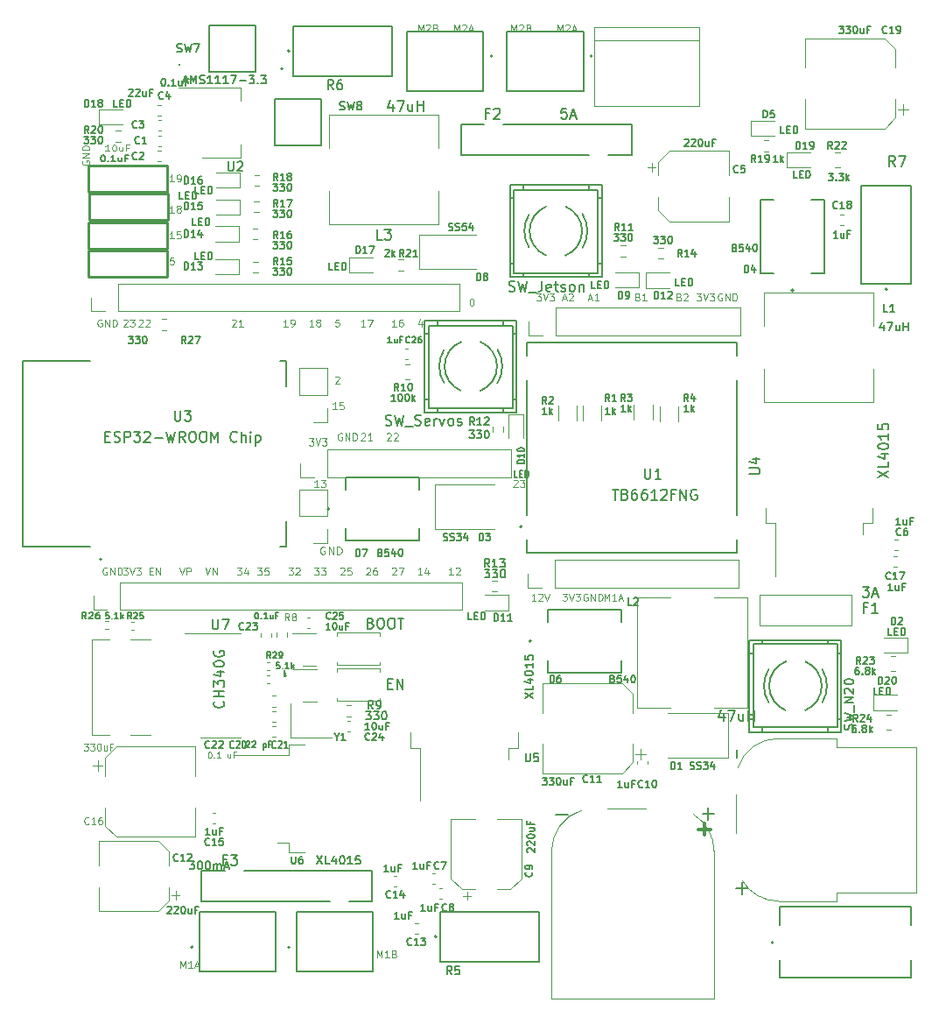
<source format=gbr>
%TF.GenerationSoftware,KiCad,Pcbnew,8.0.2*%
%TF.CreationDate,2024-06-04T14:33:09+05:30*%
%TF.ProjectId,evoborne,65766f62-6f72-46e6-952e-6b696361645f,rev?*%
%TF.SameCoordinates,Original*%
%TF.FileFunction,Legend,Top*%
%TF.FilePolarity,Positive*%
%FSLAX46Y46*%
G04 Gerber Fmt 4.6, Leading zero omitted, Abs format (unit mm)*
G04 Created by KiCad (PCBNEW 8.0.2) date 2024-06-04 14:33:09*
%MOMM*%
%LPD*%
G01*
G04 APERTURE LIST*
%ADD10C,0.100000*%
%ADD11C,0.300000*%
%ADD12C,0.150000*%
%ADD13C,0.120000*%
%ADD14C,0.200000*%
%ADD15C,0.254000*%
%ADD16C,0.127000*%
%ADD17C,0.152400*%
G04 APERTURE END LIST*
D10*
X96165789Y-117209133D02*
X96599122Y-117209133D01*
X96599122Y-117209133D02*
X96365789Y-117475800D01*
X96365789Y-117475800D02*
X96465789Y-117475800D01*
X96465789Y-117475800D02*
X96532455Y-117509133D01*
X96532455Y-117509133D02*
X96565789Y-117542466D01*
X96565789Y-117542466D02*
X96599122Y-117609133D01*
X96599122Y-117609133D02*
X96599122Y-117775800D01*
X96599122Y-117775800D02*
X96565789Y-117842466D01*
X96565789Y-117842466D02*
X96532455Y-117875800D01*
X96532455Y-117875800D02*
X96465789Y-117909133D01*
X96465789Y-117909133D02*
X96265789Y-117909133D01*
X96265789Y-117909133D02*
X96199122Y-117875800D01*
X96199122Y-117875800D02*
X96165789Y-117842466D01*
X96799122Y-117209133D02*
X97032456Y-117909133D01*
X97032456Y-117909133D02*
X97265789Y-117209133D01*
X97432456Y-117209133D02*
X97865789Y-117209133D01*
X97865789Y-117209133D02*
X97632456Y-117475800D01*
X97632456Y-117475800D02*
X97732456Y-117475800D01*
X97732456Y-117475800D02*
X97799122Y-117509133D01*
X97799122Y-117509133D02*
X97832456Y-117542466D01*
X97832456Y-117542466D02*
X97865789Y-117609133D01*
X97865789Y-117609133D02*
X97865789Y-117775800D01*
X97865789Y-117775800D02*
X97832456Y-117842466D01*
X97832456Y-117842466D02*
X97799122Y-117875800D01*
X97799122Y-117875800D02*
X97732456Y-117909133D01*
X97732456Y-117909133D02*
X97532456Y-117909133D01*
X97532456Y-117909133D02*
X97465789Y-117875800D01*
X97465789Y-117875800D02*
X97432456Y-117842466D01*
X93599122Y-117909133D02*
X93199122Y-117909133D01*
X93399122Y-117909133D02*
X93399122Y-117209133D01*
X93399122Y-117209133D02*
X93332455Y-117309133D01*
X93332455Y-117309133D02*
X93265789Y-117375800D01*
X93265789Y-117375800D02*
X93199122Y-117409133D01*
X93865789Y-117275800D02*
X93899122Y-117242466D01*
X93899122Y-117242466D02*
X93965789Y-117209133D01*
X93965789Y-117209133D02*
X94132456Y-117209133D01*
X94132456Y-117209133D02*
X94199122Y-117242466D01*
X94199122Y-117242466D02*
X94232456Y-117275800D01*
X94232456Y-117275800D02*
X94265789Y-117342466D01*
X94265789Y-117342466D02*
X94265789Y-117409133D01*
X94265789Y-117409133D02*
X94232456Y-117509133D01*
X94232456Y-117509133D02*
X93832456Y-117909133D01*
X93832456Y-117909133D02*
X94265789Y-117909133D01*
X94465789Y-117209133D02*
X94699123Y-117909133D01*
X94699123Y-117909133D02*
X94932456Y-117209133D01*
X61632455Y-114709133D02*
X61865789Y-115409133D01*
X61865789Y-115409133D02*
X62099122Y-114709133D01*
X62332455Y-115409133D02*
X62332455Y-114709133D01*
X62332455Y-114709133D02*
X62732455Y-115409133D01*
X62732455Y-115409133D02*
X62732455Y-114709133D01*
X53665789Y-114709133D02*
X54099122Y-114709133D01*
X54099122Y-114709133D02*
X53865789Y-114975800D01*
X53865789Y-114975800D02*
X53965789Y-114975800D01*
X53965789Y-114975800D02*
X54032455Y-115009133D01*
X54032455Y-115009133D02*
X54065789Y-115042466D01*
X54065789Y-115042466D02*
X54099122Y-115109133D01*
X54099122Y-115109133D02*
X54099122Y-115275800D01*
X54099122Y-115275800D02*
X54065789Y-115342466D01*
X54065789Y-115342466D02*
X54032455Y-115375800D01*
X54032455Y-115375800D02*
X53965789Y-115409133D01*
X53965789Y-115409133D02*
X53765789Y-115409133D01*
X53765789Y-115409133D02*
X53699122Y-115375800D01*
X53699122Y-115375800D02*
X53665789Y-115342466D01*
X54299122Y-114709133D02*
X54532456Y-115409133D01*
X54532456Y-115409133D02*
X54765789Y-114709133D01*
X54932456Y-114709133D02*
X55365789Y-114709133D01*
X55365789Y-114709133D02*
X55132456Y-114975800D01*
X55132456Y-114975800D02*
X55232456Y-114975800D01*
X55232456Y-114975800D02*
X55299122Y-115009133D01*
X55299122Y-115009133D02*
X55332456Y-115042466D01*
X55332456Y-115042466D02*
X55365789Y-115109133D01*
X55365789Y-115109133D02*
X55365789Y-115275800D01*
X55365789Y-115275800D02*
X55332456Y-115342466D01*
X55332456Y-115342466D02*
X55299122Y-115375800D01*
X55299122Y-115375800D02*
X55232456Y-115409133D01*
X55232456Y-115409133D02*
X55032456Y-115409133D01*
X55032456Y-115409133D02*
X54965789Y-115375800D01*
X54965789Y-115375800D02*
X54932456Y-115342466D01*
X55199122Y-90775800D02*
X55232455Y-90742466D01*
X55232455Y-90742466D02*
X55299122Y-90709133D01*
X55299122Y-90709133D02*
X55465789Y-90709133D01*
X55465789Y-90709133D02*
X55532455Y-90742466D01*
X55532455Y-90742466D02*
X55565789Y-90775800D01*
X55565789Y-90775800D02*
X55599122Y-90842466D01*
X55599122Y-90842466D02*
X55599122Y-90909133D01*
X55599122Y-90909133D02*
X55565789Y-91009133D01*
X55565789Y-91009133D02*
X55165789Y-91409133D01*
X55165789Y-91409133D02*
X55599122Y-91409133D01*
X55865789Y-90775800D02*
X55899122Y-90742466D01*
X55899122Y-90742466D02*
X55965789Y-90709133D01*
X55965789Y-90709133D02*
X56132456Y-90709133D01*
X56132456Y-90709133D02*
X56199122Y-90742466D01*
X56199122Y-90742466D02*
X56232456Y-90775800D01*
X56232456Y-90775800D02*
X56265789Y-90842466D01*
X56265789Y-90842466D02*
X56265789Y-90909133D01*
X56265789Y-90909133D02*
X56232456Y-91009133D01*
X56232456Y-91009133D02*
X55832456Y-91409133D01*
X55832456Y-91409133D02*
X56265789Y-91409133D01*
X59232455Y-153409133D02*
X59232455Y-152709133D01*
X59232455Y-152709133D02*
X59465789Y-153209133D01*
X59465789Y-153209133D02*
X59699122Y-152709133D01*
X59699122Y-152709133D02*
X59699122Y-153409133D01*
X60399122Y-153409133D02*
X59999122Y-153409133D01*
X60199122Y-153409133D02*
X60199122Y-152709133D01*
X60199122Y-152709133D02*
X60132455Y-152809133D01*
X60132455Y-152809133D02*
X60065789Y-152875800D01*
X60065789Y-152875800D02*
X59999122Y-152909133D01*
X60665789Y-153209133D02*
X60999122Y-153209133D01*
X60599122Y-153409133D02*
X60832456Y-152709133D01*
X60832456Y-152709133D02*
X61065789Y-153409133D01*
X72165789Y-114709133D02*
X72599122Y-114709133D01*
X72599122Y-114709133D02*
X72365789Y-114975800D01*
X72365789Y-114975800D02*
X72465789Y-114975800D01*
X72465789Y-114975800D02*
X72532455Y-115009133D01*
X72532455Y-115009133D02*
X72565789Y-115042466D01*
X72565789Y-115042466D02*
X72599122Y-115109133D01*
X72599122Y-115109133D02*
X72599122Y-115275800D01*
X72599122Y-115275800D02*
X72565789Y-115342466D01*
X72565789Y-115342466D02*
X72532455Y-115375800D01*
X72532455Y-115375800D02*
X72465789Y-115409133D01*
X72465789Y-115409133D02*
X72265789Y-115409133D01*
X72265789Y-115409133D02*
X72199122Y-115375800D01*
X72199122Y-115375800D02*
X72165789Y-115342466D01*
X72832456Y-114709133D02*
X73265789Y-114709133D01*
X73265789Y-114709133D02*
X73032456Y-114975800D01*
X73032456Y-114975800D02*
X73132456Y-114975800D01*
X73132456Y-114975800D02*
X73199122Y-115009133D01*
X73199122Y-115009133D02*
X73232456Y-115042466D01*
X73232456Y-115042466D02*
X73265789Y-115109133D01*
X73265789Y-115109133D02*
X73265789Y-115275800D01*
X73265789Y-115275800D02*
X73232456Y-115342466D01*
X73232456Y-115342466D02*
X73199122Y-115375800D01*
X73199122Y-115375800D02*
X73132456Y-115409133D01*
X73132456Y-115409133D02*
X72932456Y-115409133D01*
X72932456Y-115409133D02*
X72865789Y-115375800D01*
X72865789Y-115375800D02*
X72832456Y-115342466D01*
X66665789Y-114709133D02*
X67099122Y-114709133D01*
X67099122Y-114709133D02*
X66865789Y-114975800D01*
X66865789Y-114975800D02*
X66965789Y-114975800D01*
X66965789Y-114975800D02*
X67032455Y-115009133D01*
X67032455Y-115009133D02*
X67065789Y-115042466D01*
X67065789Y-115042466D02*
X67099122Y-115109133D01*
X67099122Y-115109133D02*
X67099122Y-115275800D01*
X67099122Y-115275800D02*
X67065789Y-115342466D01*
X67065789Y-115342466D02*
X67032455Y-115375800D01*
X67032455Y-115375800D02*
X66965789Y-115409133D01*
X66965789Y-115409133D02*
X66765789Y-115409133D01*
X66765789Y-115409133D02*
X66699122Y-115375800D01*
X66699122Y-115375800D02*
X66665789Y-115342466D01*
X67732456Y-114709133D02*
X67399122Y-114709133D01*
X67399122Y-114709133D02*
X67365789Y-115042466D01*
X67365789Y-115042466D02*
X67399122Y-115009133D01*
X67399122Y-115009133D02*
X67465789Y-114975800D01*
X67465789Y-114975800D02*
X67632456Y-114975800D01*
X67632456Y-114975800D02*
X67699122Y-115009133D01*
X67699122Y-115009133D02*
X67732456Y-115042466D01*
X67732456Y-115042466D02*
X67765789Y-115109133D01*
X67765789Y-115109133D02*
X67765789Y-115275800D01*
X67765789Y-115275800D02*
X67732456Y-115342466D01*
X67732456Y-115342466D02*
X67699122Y-115375800D01*
X67699122Y-115375800D02*
X67632456Y-115409133D01*
X67632456Y-115409133D02*
X67465789Y-115409133D01*
X67465789Y-115409133D02*
X67399122Y-115375800D01*
X67399122Y-115375800D02*
X67365789Y-115342466D01*
X76699122Y-101775800D02*
X76732455Y-101742466D01*
X76732455Y-101742466D02*
X76799122Y-101709133D01*
X76799122Y-101709133D02*
X76965789Y-101709133D01*
X76965789Y-101709133D02*
X77032455Y-101742466D01*
X77032455Y-101742466D02*
X77065789Y-101775800D01*
X77065789Y-101775800D02*
X77099122Y-101842466D01*
X77099122Y-101842466D02*
X77099122Y-101909133D01*
X77099122Y-101909133D02*
X77065789Y-102009133D01*
X77065789Y-102009133D02*
X76665789Y-102409133D01*
X76665789Y-102409133D02*
X77099122Y-102409133D01*
X77765789Y-102409133D02*
X77365789Y-102409133D01*
X77565789Y-102409133D02*
X77565789Y-101709133D01*
X77565789Y-101709133D02*
X77499122Y-101809133D01*
X77499122Y-101809133D02*
X77432456Y-101875800D01*
X77432456Y-101875800D02*
X77365789Y-101909133D01*
X58565789Y-84709133D02*
X58232455Y-84709133D01*
X58232455Y-84709133D02*
X58199122Y-85042466D01*
X58199122Y-85042466D02*
X58232455Y-85009133D01*
X58232455Y-85009133D02*
X58299122Y-84975800D01*
X58299122Y-84975800D02*
X58465789Y-84975800D01*
X58465789Y-84975800D02*
X58532455Y-85009133D01*
X58532455Y-85009133D02*
X58565789Y-85042466D01*
X58565789Y-85042466D02*
X58599122Y-85109133D01*
X58599122Y-85109133D02*
X58599122Y-85275800D01*
X58599122Y-85275800D02*
X58565789Y-85342466D01*
X58565789Y-85342466D02*
X58532455Y-85375800D01*
X58532455Y-85375800D02*
X58465789Y-85409133D01*
X58465789Y-85409133D02*
X58299122Y-85409133D01*
X58299122Y-85409133D02*
X58232455Y-85375800D01*
X58232455Y-85375800D02*
X58199122Y-85342466D01*
X79699122Y-114775800D02*
X79732455Y-114742466D01*
X79732455Y-114742466D02*
X79799122Y-114709133D01*
X79799122Y-114709133D02*
X79965789Y-114709133D01*
X79965789Y-114709133D02*
X80032455Y-114742466D01*
X80032455Y-114742466D02*
X80065789Y-114775800D01*
X80065789Y-114775800D02*
X80099122Y-114842466D01*
X80099122Y-114842466D02*
X80099122Y-114909133D01*
X80099122Y-114909133D02*
X80065789Y-115009133D01*
X80065789Y-115009133D02*
X79665789Y-115409133D01*
X79665789Y-115409133D02*
X80099122Y-115409133D01*
X80332456Y-114709133D02*
X80799122Y-114709133D01*
X80799122Y-114709133D02*
X80499122Y-115409133D01*
X58599122Y-80409133D02*
X58199122Y-80409133D01*
X58399122Y-80409133D02*
X58399122Y-79709133D01*
X58399122Y-79709133D02*
X58332455Y-79809133D01*
X58332455Y-79809133D02*
X58265789Y-79875800D01*
X58265789Y-79875800D02*
X58199122Y-79909133D01*
X58999122Y-80009133D02*
X58932456Y-79975800D01*
X58932456Y-79975800D02*
X58899122Y-79942466D01*
X58899122Y-79942466D02*
X58865789Y-79875800D01*
X58865789Y-79875800D02*
X58865789Y-79842466D01*
X58865789Y-79842466D02*
X58899122Y-79775800D01*
X58899122Y-79775800D02*
X58932456Y-79742466D01*
X58932456Y-79742466D02*
X58999122Y-79709133D01*
X58999122Y-79709133D02*
X59132456Y-79709133D01*
X59132456Y-79709133D02*
X59199122Y-79742466D01*
X59199122Y-79742466D02*
X59232456Y-79775800D01*
X59232456Y-79775800D02*
X59265789Y-79842466D01*
X59265789Y-79842466D02*
X59265789Y-79875800D01*
X59265789Y-79875800D02*
X59232456Y-79942466D01*
X59232456Y-79942466D02*
X59199122Y-79975800D01*
X59199122Y-79975800D02*
X59132456Y-80009133D01*
X59132456Y-80009133D02*
X58999122Y-80009133D01*
X58999122Y-80009133D02*
X58932456Y-80042466D01*
X58932456Y-80042466D02*
X58899122Y-80075800D01*
X58899122Y-80075800D02*
X58865789Y-80142466D01*
X58865789Y-80142466D02*
X58865789Y-80275800D01*
X58865789Y-80275800D02*
X58899122Y-80342466D01*
X58899122Y-80342466D02*
X58932456Y-80375800D01*
X58932456Y-80375800D02*
X58999122Y-80409133D01*
X58999122Y-80409133D02*
X59132456Y-80409133D01*
X59132456Y-80409133D02*
X59199122Y-80375800D01*
X59199122Y-80375800D02*
X59232456Y-80342466D01*
X59232456Y-80342466D02*
X59265789Y-80275800D01*
X59265789Y-80275800D02*
X59265789Y-80142466D01*
X59265789Y-80142466D02*
X59232456Y-80075800D01*
X59232456Y-80075800D02*
X59199122Y-80042466D01*
X59199122Y-80042466D02*
X59132456Y-80009133D01*
X71665789Y-102209133D02*
X72099122Y-102209133D01*
X72099122Y-102209133D02*
X71865789Y-102475800D01*
X71865789Y-102475800D02*
X71965789Y-102475800D01*
X71965789Y-102475800D02*
X72032455Y-102509133D01*
X72032455Y-102509133D02*
X72065789Y-102542466D01*
X72065789Y-102542466D02*
X72099122Y-102609133D01*
X72099122Y-102609133D02*
X72099122Y-102775800D01*
X72099122Y-102775800D02*
X72065789Y-102842466D01*
X72065789Y-102842466D02*
X72032455Y-102875800D01*
X72032455Y-102875800D02*
X71965789Y-102909133D01*
X71965789Y-102909133D02*
X71765789Y-102909133D01*
X71765789Y-102909133D02*
X71699122Y-102875800D01*
X71699122Y-102875800D02*
X71665789Y-102842466D01*
X72299122Y-102209133D02*
X72532456Y-102909133D01*
X72532456Y-102909133D02*
X72765789Y-102209133D01*
X72932456Y-102209133D02*
X73365789Y-102209133D01*
X73365789Y-102209133D02*
X73132456Y-102475800D01*
X73132456Y-102475800D02*
X73232456Y-102475800D01*
X73232456Y-102475800D02*
X73299122Y-102509133D01*
X73299122Y-102509133D02*
X73332456Y-102542466D01*
X73332456Y-102542466D02*
X73365789Y-102609133D01*
X73365789Y-102609133D02*
X73365789Y-102775800D01*
X73365789Y-102775800D02*
X73332456Y-102842466D01*
X73332456Y-102842466D02*
X73299122Y-102875800D01*
X73299122Y-102875800D02*
X73232456Y-102909133D01*
X73232456Y-102909133D02*
X73032456Y-102909133D01*
X73032456Y-102909133D02*
X72965789Y-102875800D01*
X72965789Y-102875800D02*
X72932456Y-102842466D01*
X51599122Y-90742466D02*
X51532455Y-90709133D01*
X51532455Y-90709133D02*
X51432455Y-90709133D01*
X51432455Y-90709133D02*
X51332455Y-90742466D01*
X51332455Y-90742466D02*
X51265789Y-90809133D01*
X51265789Y-90809133D02*
X51232455Y-90875800D01*
X51232455Y-90875800D02*
X51199122Y-91009133D01*
X51199122Y-91009133D02*
X51199122Y-91109133D01*
X51199122Y-91109133D02*
X51232455Y-91242466D01*
X51232455Y-91242466D02*
X51265789Y-91309133D01*
X51265789Y-91309133D02*
X51332455Y-91375800D01*
X51332455Y-91375800D02*
X51432455Y-91409133D01*
X51432455Y-91409133D02*
X51499122Y-91409133D01*
X51499122Y-91409133D02*
X51599122Y-91375800D01*
X51599122Y-91375800D02*
X51632455Y-91342466D01*
X51632455Y-91342466D02*
X51632455Y-91109133D01*
X51632455Y-91109133D02*
X51499122Y-91109133D01*
X51932455Y-91409133D02*
X51932455Y-90709133D01*
X51932455Y-90709133D02*
X52332455Y-91409133D01*
X52332455Y-91409133D02*
X52332455Y-90709133D01*
X52665788Y-91409133D02*
X52665788Y-90709133D01*
X52665788Y-90709133D02*
X52832455Y-90709133D01*
X52832455Y-90709133D02*
X52932455Y-90742466D01*
X52932455Y-90742466D02*
X52999122Y-90809133D01*
X52999122Y-90809133D02*
X53032455Y-90875800D01*
X53032455Y-90875800D02*
X53065788Y-91009133D01*
X53065788Y-91009133D02*
X53065788Y-91109133D01*
X53065788Y-91109133D02*
X53032455Y-91242466D01*
X53032455Y-91242466D02*
X52999122Y-91309133D01*
X52999122Y-91309133D02*
X52932455Y-91375800D01*
X52932455Y-91375800D02*
X52832455Y-91409133D01*
X52832455Y-91409133D02*
X52665788Y-91409133D01*
X49742466Y-75400877D02*
X49709133Y-75467544D01*
X49709133Y-75467544D02*
X49709133Y-75567544D01*
X49709133Y-75567544D02*
X49742466Y-75667544D01*
X49742466Y-75667544D02*
X49809133Y-75734211D01*
X49809133Y-75734211D02*
X49875800Y-75767544D01*
X49875800Y-75767544D02*
X50009133Y-75800877D01*
X50009133Y-75800877D02*
X50109133Y-75800877D01*
X50109133Y-75800877D02*
X50242466Y-75767544D01*
X50242466Y-75767544D02*
X50309133Y-75734211D01*
X50309133Y-75734211D02*
X50375800Y-75667544D01*
X50375800Y-75667544D02*
X50409133Y-75567544D01*
X50409133Y-75567544D02*
X50409133Y-75500877D01*
X50409133Y-75500877D02*
X50375800Y-75400877D01*
X50375800Y-75400877D02*
X50342466Y-75367544D01*
X50342466Y-75367544D02*
X50109133Y-75367544D01*
X50109133Y-75367544D02*
X50109133Y-75500877D01*
X50409133Y-75067544D02*
X49709133Y-75067544D01*
X49709133Y-75067544D02*
X50409133Y-74667544D01*
X50409133Y-74667544D02*
X49709133Y-74667544D01*
X50409133Y-74334211D02*
X49709133Y-74334211D01*
X49709133Y-74334211D02*
X49709133Y-74167544D01*
X49709133Y-74167544D02*
X49742466Y-74067544D01*
X49742466Y-74067544D02*
X49809133Y-74000878D01*
X49809133Y-74000878D02*
X49875800Y-73967544D01*
X49875800Y-73967544D02*
X50009133Y-73934211D01*
X50009133Y-73934211D02*
X50109133Y-73934211D01*
X50109133Y-73934211D02*
X50242466Y-73967544D01*
X50242466Y-73967544D02*
X50309133Y-74000878D01*
X50309133Y-74000878D02*
X50375800Y-74067544D01*
X50375800Y-74067544D02*
X50409133Y-74167544D01*
X50409133Y-74167544D02*
X50409133Y-74334211D01*
X111599122Y-88242466D02*
X111532455Y-88209133D01*
X111532455Y-88209133D02*
X111432455Y-88209133D01*
X111432455Y-88209133D02*
X111332455Y-88242466D01*
X111332455Y-88242466D02*
X111265789Y-88309133D01*
X111265789Y-88309133D02*
X111232455Y-88375800D01*
X111232455Y-88375800D02*
X111199122Y-88509133D01*
X111199122Y-88509133D02*
X111199122Y-88609133D01*
X111199122Y-88609133D02*
X111232455Y-88742466D01*
X111232455Y-88742466D02*
X111265789Y-88809133D01*
X111265789Y-88809133D02*
X111332455Y-88875800D01*
X111332455Y-88875800D02*
X111432455Y-88909133D01*
X111432455Y-88909133D02*
X111499122Y-88909133D01*
X111499122Y-88909133D02*
X111599122Y-88875800D01*
X111599122Y-88875800D02*
X111632455Y-88842466D01*
X111632455Y-88842466D02*
X111632455Y-88609133D01*
X111632455Y-88609133D02*
X111499122Y-88609133D01*
X111932455Y-88909133D02*
X111932455Y-88209133D01*
X111932455Y-88209133D02*
X112332455Y-88909133D01*
X112332455Y-88909133D02*
X112332455Y-88209133D01*
X112665788Y-88909133D02*
X112665788Y-88209133D01*
X112665788Y-88209133D02*
X112832455Y-88209133D01*
X112832455Y-88209133D02*
X112932455Y-88242466D01*
X112932455Y-88242466D02*
X112999122Y-88309133D01*
X112999122Y-88309133D02*
X113032455Y-88375800D01*
X113032455Y-88375800D02*
X113065788Y-88509133D01*
X113065788Y-88509133D02*
X113065788Y-88609133D01*
X113065788Y-88609133D02*
X113032455Y-88742466D01*
X113032455Y-88742466D02*
X112999122Y-88809133D01*
X112999122Y-88809133D02*
X112932455Y-88875800D01*
X112932455Y-88875800D02*
X112832455Y-88909133D01*
X112832455Y-88909133D02*
X112665788Y-88909133D01*
X64665789Y-114709133D02*
X65099122Y-114709133D01*
X65099122Y-114709133D02*
X64865789Y-114975800D01*
X64865789Y-114975800D02*
X64965789Y-114975800D01*
X64965789Y-114975800D02*
X65032455Y-115009133D01*
X65032455Y-115009133D02*
X65065789Y-115042466D01*
X65065789Y-115042466D02*
X65099122Y-115109133D01*
X65099122Y-115109133D02*
X65099122Y-115275800D01*
X65099122Y-115275800D02*
X65065789Y-115342466D01*
X65065789Y-115342466D02*
X65032455Y-115375800D01*
X65032455Y-115375800D02*
X64965789Y-115409133D01*
X64965789Y-115409133D02*
X64765789Y-115409133D01*
X64765789Y-115409133D02*
X64699122Y-115375800D01*
X64699122Y-115375800D02*
X64665789Y-115342466D01*
X65699122Y-114942466D02*
X65699122Y-115409133D01*
X65532456Y-114675800D02*
X65365789Y-115175800D01*
X65365789Y-115175800D02*
X65799122Y-115175800D01*
X91449122Y-106275800D02*
X91482455Y-106242466D01*
X91482455Y-106242466D02*
X91549122Y-106209133D01*
X91549122Y-106209133D02*
X91715789Y-106209133D01*
X91715789Y-106209133D02*
X91782455Y-106242466D01*
X91782455Y-106242466D02*
X91815789Y-106275800D01*
X91815789Y-106275800D02*
X91849122Y-106342466D01*
X91849122Y-106342466D02*
X91849122Y-106409133D01*
X91849122Y-106409133D02*
X91815789Y-106509133D01*
X91815789Y-106509133D02*
X91415789Y-106909133D01*
X91415789Y-106909133D02*
X91849122Y-106909133D01*
X92082456Y-106209133D02*
X92515789Y-106209133D01*
X92515789Y-106209133D02*
X92282456Y-106475800D01*
X92282456Y-106475800D02*
X92382456Y-106475800D01*
X92382456Y-106475800D02*
X92449122Y-106509133D01*
X92449122Y-106509133D02*
X92482456Y-106542466D01*
X92482456Y-106542466D02*
X92515789Y-106609133D01*
X92515789Y-106609133D02*
X92515789Y-106775800D01*
X92515789Y-106775800D02*
X92482456Y-106842466D01*
X92482456Y-106842466D02*
X92449122Y-106875800D01*
X92449122Y-106875800D02*
X92382456Y-106909133D01*
X92382456Y-106909133D02*
X92182456Y-106909133D01*
X92182456Y-106909133D02*
X92115789Y-106875800D01*
X92115789Y-106875800D02*
X92082456Y-106842466D01*
X64199122Y-90775800D02*
X64232455Y-90742466D01*
X64232455Y-90742466D02*
X64299122Y-90709133D01*
X64299122Y-90709133D02*
X64465789Y-90709133D01*
X64465789Y-90709133D02*
X64532455Y-90742466D01*
X64532455Y-90742466D02*
X64565789Y-90775800D01*
X64565789Y-90775800D02*
X64599122Y-90842466D01*
X64599122Y-90842466D02*
X64599122Y-90909133D01*
X64599122Y-90909133D02*
X64565789Y-91009133D01*
X64565789Y-91009133D02*
X64165789Y-91409133D01*
X64165789Y-91409133D02*
X64599122Y-91409133D01*
X65265789Y-91409133D02*
X64865789Y-91409133D01*
X65065789Y-91409133D02*
X65065789Y-90709133D01*
X65065789Y-90709133D02*
X64999122Y-90809133D01*
X64999122Y-90809133D02*
X64932456Y-90875800D01*
X64932456Y-90875800D02*
X64865789Y-90909133D01*
X100232455Y-117909133D02*
X100232455Y-117209133D01*
X100232455Y-117209133D02*
X100465789Y-117709133D01*
X100465789Y-117709133D02*
X100699122Y-117209133D01*
X100699122Y-117209133D02*
X100699122Y-117909133D01*
X101399122Y-117909133D02*
X100999122Y-117909133D01*
X101199122Y-117909133D02*
X101199122Y-117209133D01*
X101199122Y-117209133D02*
X101132455Y-117309133D01*
X101132455Y-117309133D02*
X101065789Y-117375800D01*
X101065789Y-117375800D02*
X100999122Y-117409133D01*
X101665789Y-117709133D02*
X101999122Y-117709133D01*
X101599122Y-117909133D02*
X101832456Y-117209133D01*
X101832456Y-117209133D02*
X102065789Y-117909133D01*
X98699122Y-88709133D02*
X99032455Y-88709133D01*
X98632455Y-88909133D02*
X98865789Y-88209133D01*
X98865789Y-88209133D02*
X99099122Y-88909133D01*
X99699122Y-88909133D02*
X99299122Y-88909133D01*
X99499122Y-88909133D02*
X99499122Y-88209133D01*
X99499122Y-88209133D02*
X99432455Y-88309133D01*
X99432455Y-88309133D02*
X99365789Y-88375800D01*
X99365789Y-88375800D02*
X99299122Y-88409133D01*
X82532455Y-90942466D02*
X82532455Y-91409133D01*
X82365789Y-90675800D02*
X82199122Y-91175800D01*
X82199122Y-91175800D02*
X82632455Y-91175800D01*
X82599122Y-115409133D02*
X82199122Y-115409133D01*
X82399122Y-115409133D02*
X82399122Y-114709133D01*
X82399122Y-114709133D02*
X82332455Y-114809133D01*
X82332455Y-114809133D02*
X82265789Y-114875800D01*
X82265789Y-114875800D02*
X82199122Y-114909133D01*
X83199122Y-114942466D02*
X83199122Y-115409133D01*
X83032456Y-114675800D02*
X82865789Y-115175800D01*
X82865789Y-115175800D02*
X83299122Y-115175800D01*
X91232455Y-62909133D02*
X91232455Y-62209133D01*
X91232455Y-62209133D02*
X91465789Y-62709133D01*
X91465789Y-62709133D02*
X91699122Y-62209133D01*
X91699122Y-62209133D02*
X91699122Y-62909133D01*
X91999122Y-62275800D02*
X92032455Y-62242466D01*
X92032455Y-62242466D02*
X92099122Y-62209133D01*
X92099122Y-62209133D02*
X92265789Y-62209133D01*
X92265789Y-62209133D02*
X92332455Y-62242466D01*
X92332455Y-62242466D02*
X92365789Y-62275800D01*
X92365789Y-62275800D02*
X92399122Y-62342466D01*
X92399122Y-62342466D02*
X92399122Y-62409133D01*
X92399122Y-62409133D02*
X92365789Y-62509133D01*
X92365789Y-62509133D02*
X91965789Y-62909133D01*
X91965789Y-62909133D02*
X92399122Y-62909133D01*
X92932456Y-62542466D02*
X93032456Y-62575800D01*
X93032456Y-62575800D02*
X93065789Y-62609133D01*
X93065789Y-62609133D02*
X93099122Y-62675800D01*
X93099122Y-62675800D02*
X93099122Y-62775800D01*
X93099122Y-62775800D02*
X93065789Y-62842466D01*
X93065789Y-62842466D02*
X93032456Y-62875800D01*
X93032456Y-62875800D02*
X92965789Y-62909133D01*
X92965789Y-62909133D02*
X92699122Y-62909133D01*
X92699122Y-62909133D02*
X92699122Y-62209133D01*
X92699122Y-62209133D02*
X92932456Y-62209133D01*
X92932456Y-62209133D02*
X92999122Y-62242466D01*
X92999122Y-62242466D02*
X93032456Y-62275800D01*
X93032456Y-62275800D02*
X93065789Y-62342466D01*
X93065789Y-62342466D02*
X93065789Y-62409133D01*
X93065789Y-62409133D02*
X93032456Y-62475800D01*
X93032456Y-62475800D02*
X92999122Y-62509133D01*
X92999122Y-62509133D02*
X92932456Y-62542466D01*
X92932456Y-62542466D02*
X92699122Y-62542466D01*
X74199122Y-96275800D02*
X74232455Y-96242466D01*
X74232455Y-96242466D02*
X74299122Y-96209133D01*
X74299122Y-96209133D02*
X74465789Y-96209133D01*
X74465789Y-96209133D02*
X74532455Y-96242466D01*
X74532455Y-96242466D02*
X74565789Y-96275800D01*
X74565789Y-96275800D02*
X74599122Y-96342466D01*
X74599122Y-96342466D02*
X74599122Y-96409133D01*
X74599122Y-96409133D02*
X74565789Y-96509133D01*
X74565789Y-96509133D02*
X74165789Y-96909133D01*
X74165789Y-96909133D02*
X74599122Y-96909133D01*
X87365789Y-88709133D02*
X87432455Y-88709133D01*
X87432455Y-88709133D02*
X87499122Y-88742466D01*
X87499122Y-88742466D02*
X87532455Y-88775800D01*
X87532455Y-88775800D02*
X87565789Y-88842466D01*
X87565789Y-88842466D02*
X87599122Y-88975800D01*
X87599122Y-88975800D02*
X87599122Y-89142466D01*
X87599122Y-89142466D02*
X87565789Y-89275800D01*
X87565789Y-89275800D02*
X87532455Y-89342466D01*
X87532455Y-89342466D02*
X87499122Y-89375800D01*
X87499122Y-89375800D02*
X87432455Y-89409133D01*
X87432455Y-89409133D02*
X87365789Y-89409133D01*
X87365789Y-89409133D02*
X87299122Y-89375800D01*
X87299122Y-89375800D02*
X87265789Y-89342466D01*
X87265789Y-89342466D02*
X87232455Y-89275800D01*
X87232455Y-89275800D02*
X87199122Y-89142466D01*
X87199122Y-89142466D02*
X87199122Y-88975800D01*
X87199122Y-88975800D02*
X87232455Y-88842466D01*
X87232455Y-88842466D02*
X87265789Y-88775800D01*
X87265789Y-88775800D02*
X87299122Y-88742466D01*
X87299122Y-88742466D02*
X87365789Y-88709133D01*
X69665789Y-114709133D02*
X70099122Y-114709133D01*
X70099122Y-114709133D02*
X69865789Y-114975800D01*
X69865789Y-114975800D02*
X69965789Y-114975800D01*
X69965789Y-114975800D02*
X70032455Y-115009133D01*
X70032455Y-115009133D02*
X70065789Y-115042466D01*
X70065789Y-115042466D02*
X70099122Y-115109133D01*
X70099122Y-115109133D02*
X70099122Y-115275800D01*
X70099122Y-115275800D02*
X70065789Y-115342466D01*
X70065789Y-115342466D02*
X70032455Y-115375800D01*
X70032455Y-115375800D02*
X69965789Y-115409133D01*
X69965789Y-115409133D02*
X69765789Y-115409133D01*
X69765789Y-115409133D02*
X69699122Y-115375800D01*
X69699122Y-115375800D02*
X69665789Y-115342466D01*
X70365789Y-114775800D02*
X70399122Y-114742466D01*
X70399122Y-114742466D02*
X70465789Y-114709133D01*
X70465789Y-114709133D02*
X70632456Y-114709133D01*
X70632456Y-114709133D02*
X70699122Y-114742466D01*
X70699122Y-114742466D02*
X70732456Y-114775800D01*
X70732456Y-114775800D02*
X70765789Y-114842466D01*
X70765789Y-114842466D02*
X70765789Y-114909133D01*
X70765789Y-114909133D02*
X70732456Y-115009133D01*
X70732456Y-115009133D02*
X70332456Y-115409133D01*
X70332456Y-115409133D02*
X70765789Y-115409133D01*
X73175312Y-112742466D02*
X73099122Y-112709133D01*
X73099122Y-112709133D02*
X72984836Y-112709133D01*
X72984836Y-112709133D02*
X72870550Y-112742466D01*
X72870550Y-112742466D02*
X72794360Y-112809133D01*
X72794360Y-112809133D02*
X72756265Y-112875800D01*
X72756265Y-112875800D02*
X72718169Y-113009133D01*
X72718169Y-113009133D02*
X72718169Y-113109133D01*
X72718169Y-113109133D02*
X72756265Y-113242466D01*
X72756265Y-113242466D02*
X72794360Y-113309133D01*
X72794360Y-113309133D02*
X72870550Y-113375800D01*
X72870550Y-113375800D02*
X72984836Y-113409133D01*
X72984836Y-113409133D02*
X73061027Y-113409133D01*
X73061027Y-113409133D02*
X73175312Y-113375800D01*
X73175312Y-113375800D02*
X73213408Y-113342466D01*
X73213408Y-113342466D02*
X73213408Y-113109133D01*
X73213408Y-113109133D02*
X73061027Y-113109133D01*
X73556265Y-113409133D02*
X73556265Y-112709133D01*
X73556265Y-112709133D02*
X74013408Y-113409133D01*
X74013408Y-113409133D02*
X74013408Y-112709133D01*
X74394360Y-113409133D02*
X74394360Y-112709133D01*
X74394360Y-112709133D02*
X74584836Y-112709133D01*
X74584836Y-112709133D02*
X74699122Y-112742466D01*
X74699122Y-112742466D02*
X74775312Y-112809133D01*
X74775312Y-112809133D02*
X74813407Y-112875800D01*
X74813407Y-112875800D02*
X74851503Y-113009133D01*
X74851503Y-113009133D02*
X74851503Y-113109133D01*
X74851503Y-113109133D02*
X74813407Y-113242466D01*
X74813407Y-113242466D02*
X74775312Y-113309133D01*
X74775312Y-113309133D02*
X74699122Y-113375800D01*
X74699122Y-113375800D02*
X74584836Y-113409133D01*
X74584836Y-113409133D02*
X74394360Y-113409133D01*
X109165789Y-88209133D02*
X109599122Y-88209133D01*
X109599122Y-88209133D02*
X109365789Y-88475800D01*
X109365789Y-88475800D02*
X109465789Y-88475800D01*
X109465789Y-88475800D02*
X109532455Y-88509133D01*
X109532455Y-88509133D02*
X109565789Y-88542466D01*
X109565789Y-88542466D02*
X109599122Y-88609133D01*
X109599122Y-88609133D02*
X109599122Y-88775800D01*
X109599122Y-88775800D02*
X109565789Y-88842466D01*
X109565789Y-88842466D02*
X109532455Y-88875800D01*
X109532455Y-88875800D02*
X109465789Y-88909133D01*
X109465789Y-88909133D02*
X109265789Y-88909133D01*
X109265789Y-88909133D02*
X109199122Y-88875800D01*
X109199122Y-88875800D02*
X109165789Y-88842466D01*
X109799122Y-88209133D02*
X110032456Y-88909133D01*
X110032456Y-88909133D02*
X110265789Y-88209133D01*
X110432456Y-88209133D02*
X110865789Y-88209133D01*
X110865789Y-88209133D02*
X110632456Y-88475800D01*
X110632456Y-88475800D02*
X110732456Y-88475800D01*
X110732456Y-88475800D02*
X110799122Y-88509133D01*
X110799122Y-88509133D02*
X110832456Y-88542466D01*
X110832456Y-88542466D02*
X110865789Y-88609133D01*
X110865789Y-88609133D02*
X110865789Y-88775800D01*
X110865789Y-88775800D02*
X110832456Y-88842466D01*
X110832456Y-88842466D02*
X110799122Y-88875800D01*
X110799122Y-88875800D02*
X110732456Y-88909133D01*
X110732456Y-88909133D02*
X110532456Y-88909133D01*
X110532456Y-88909133D02*
X110465789Y-88875800D01*
X110465789Y-88875800D02*
X110432456Y-88842466D01*
X82232455Y-62909133D02*
X82232455Y-62209133D01*
X82232455Y-62209133D02*
X82465789Y-62709133D01*
X82465789Y-62709133D02*
X82699122Y-62209133D01*
X82699122Y-62209133D02*
X82699122Y-62909133D01*
X82999122Y-62275800D02*
X83032455Y-62242466D01*
X83032455Y-62242466D02*
X83099122Y-62209133D01*
X83099122Y-62209133D02*
X83265789Y-62209133D01*
X83265789Y-62209133D02*
X83332455Y-62242466D01*
X83332455Y-62242466D02*
X83365789Y-62275800D01*
X83365789Y-62275800D02*
X83399122Y-62342466D01*
X83399122Y-62342466D02*
X83399122Y-62409133D01*
X83399122Y-62409133D02*
X83365789Y-62509133D01*
X83365789Y-62509133D02*
X82965789Y-62909133D01*
X82965789Y-62909133D02*
X83399122Y-62909133D01*
X83932456Y-62542466D02*
X84032456Y-62575800D01*
X84032456Y-62575800D02*
X84065789Y-62609133D01*
X84065789Y-62609133D02*
X84099122Y-62675800D01*
X84099122Y-62675800D02*
X84099122Y-62775800D01*
X84099122Y-62775800D02*
X84065789Y-62842466D01*
X84065789Y-62842466D02*
X84032456Y-62875800D01*
X84032456Y-62875800D02*
X83965789Y-62909133D01*
X83965789Y-62909133D02*
X83699122Y-62909133D01*
X83699122Y-62909133D02*
X83699122Y-62209133D01*
X83699122Y-62209133D02*
X83932456Y-62209133D01*
X83932456Y-62209133D02*
X83999122Y-62242466D01*
X83999122Y-62242466D02*
X84032456Y-62275800D01*
X84032456Y-62275800D02*
X84065789Y-62342466D01*
X84065789Y-62342466D02*
X84065789Y-62409133D01*
X84065789Y-62409133D02*
X84032456Y-62475800D01*
X84032456Y-62475800D02*
X83999122Y-62509133D01*
X83999122Y-62509133D02*
X83932456Y-62542466D01*
X83932456Y-62542466D02*
X83699122Y-62542466D01*
X107465789Y-88542466D02*
X107565789Y-88575800D01*
X107565789Y-88575800D02*
X107599122Y-88609133D01*
X107599122Y-88609133D02*
X107632455Y-88675800D01*
X107632455Y-88675800D02*
X107632455Y-88775800D01*
X107632455Y-88775800D02*
X107599122Y-88842466D01*
X107599122Y-88842466D02*
X107565789Y-88875800D01*
X107565789Y-88875800D02*
X107499122Y-88909133D01*
X107499122Y-88909133D02*
X107232455Y-88909133D01*
X107232455Y-88909133D02*
X107232455Y-88209133D01*
X107232455Y-88209133D02*
X107465789Y-88209133D01*
X107465789Y-88209133D02*
X107532455Y-88242466D01*
X107532455Y-88242466D02*
X107565789Y-88275800D01*
X107565789Y-88275800D02*
X107599122Y-88342466D01*
X107599122Y-88342466D02*
X107599122Y-88409133D01*
X107599122Y-88409133D02*
X107565789Y-88475800D01*
X107565789Y-88475800D02*
X107532455Y-88509133D01*
X107532455Y-88509133D02*
X107465789Y-88542466D01*
X107465789Y-88542466D02*
X107232455Y-88542466D01*
X107899122Y-88275800D02*
X107932455Y-88242466D01*
X107932455Y-88242466D02*
X107999122Y-88209133D01*
X107999122Y-88209133D02*
X108165789Y-88209133D01*
X108165789Y-88209133D02*
X108232455Y-88242466D01*
X108232455Y-88242466D02*
X108265789Y-88275800D01*
X108265789Y-88275800D02*
X108299122Y-88342466D01*
X108299122Y-88342466D02*
X108299122Y-88409133D01*
X108299122Y-88409133D02*
X108265789Y-88509133D01*
X108265789Y-88509133D02*
X107865789Y-88909133D01*
X107865789Y-88909133D02*
X108299122Y-88909133D01*
X72099122Y-91409133D02*
X71699122Y-91409133D01*
X71899122Y-91409133D02*
X71899122Y-90709133D01*
X71899122Y-90709133D02*
X71832455Y-90809133D01*
X71832455Y-90809133D02*
X71765789Y-90875800D01*
X71765789Y-90875800D02*
X71699122Y-90909133D01*
X72499122Y-91009133D02*
X72432456Y-90975800D01*
X72432456Y-90975800D02*
X72399122Y-90942466D01*
X72399122Y-90942466D02*
X72365789Y-90875800D01*
X72365789Y-90875800D02*
X72365789Y-90842466D01*
X72365789Y-90842466D02*
X72399122Y-90775800D01*
X72399122Y-90775800D02*
X72432456Y-90742466D01*
X72432456Y-90742466D02*
X72499122Y-90709133D01*
X72499122Y-90709133D02*
X72632456Y-90709133D01*
X72632456Y-90709133D02*
X72699122Y-90742466D01*
X72699122Y-90742466D02*
X72732456Y-90775800D01*
X72732456Y-90775800D02*
X72765789Y-90842466D01*
X72765789Y-90842466D02*
X72765789Y-90875800D01*
X72765789Y-90875800D02*
X72732456Y-90942466D01*
X72732456Y-90942466D02*
X72699122Y-90975800D01*
X72699122Y-90975800D02*
X72632456Y-91009133D01*
X72632456Y-91009133D02*
X72499122Y-91009133D01*
X72499122Y-91009133D02*
X72432456Y-91042466D01*
X72432456Y-91042466D02*
X72399122Y-91075800D01*
X72399122Y-91075800D02*
X72365789Y-91142466D01*
X72365789Y-91142466D02*
X72365789Y-91275800D01*
X72365789Y-91275800D02*
X72399122Y-91342466D01*
X72399122Y-91342466D02*
X72432456Y-91375800D01*
X72432456Y-91375800D02*
X72499122Y-91409133D01*
X72499122Y-91409133D02*
X72632456Y-91409133D01*
X72632456Y-91409133D02*
X72699122Y-91375800D01*
X72699122Y-91375800D02*
X72732456Y-91342466D01*
X72732456Y-91342466D02*
X72765789Y-91275800D01*
X72765789Y-91275800D02*
X72765789Y-91142466D01*
X72765789Y-91142466D02*
X72732456Y-91075800D01*
X72732456Y-91075800D02*
X72699122Y-91042466D01*
X72699122Y-91042466D02*
X72632456Y-91009133D01*
X103465789Y-88542466D02*
X103565789Y-88575800D01*
X103565789Y-88575800D02*
X103599122Y-88609133D01*
X103599122Y-88609133D02*
X103632455Y-88675800D01*
X103632455Y-88675800D02*
X103632455Y-88775800D01*
X103632455Y-88775800D02*
X103599122Y-88842466D01*
X103599122Y-88842466D02*
X103565789Y-88875800D01*
X103565789Y-88875800D02*
X103499122Y-88909133D01*
X103499122Y-88909133D02*
X103232455Y-88909133D01*
X103232455Y-88909133D02*
X103232455Y-88209133D01*
X103232455Y-88209133D02*
X103465789Y-88209133D01*
X103465789Y-88209133D02*
X103532455Y-88242466D01*
X103532455Y-88242466D02*
X103565789Y-88275800D01*
X103565789Y-88275800D02*
X103599122Y-88342466D01*
X103599122Y-88342466D02*
X103599122Y-88409133D01*
X103599122Y-88409133D02*
X103565789Y-88475800D01*
X103565789Y-88475800D02*
X103532455Y-88509133D01*
X103532455Y-88509133D02*
X103465789Y-88542466D01*
X103465789Y-88542466D02*
X103232455Y-88542466D01*
X104299122Y-88909133D02*
X103899122Y-88909133D01*
X104099122Y-88909133D02*
X104099122Y-88209133D01*
X104099122Y-88209133D02*
X104032455Y-88309133D01*
X104032455Y-88309133D02*
X103965789Y-88375800D01*
X103965789Y-88375800D02*
X103899122Y-88409133D01*
X52099122Y-114742466D02*
X52032455Y-114709133D01*
X52032455Y-114709133D02*
X51932455Y-114709133D01*
X51932455Y-114709133D02*
X51832455Y-114742466D01*
X51832455Y-114742466D02*
X51765789Y-114809133D01*
X51765789Y-114809133D02*
X51732455Y-114875800D01*
X51732455Y-114875800D02*
X51699122Y-115009133D01*
X51699122Y-115009133D02*
X51699122Y-115109133D01*
X51699122Y-115109133D02*
X51732455Y-115242466D01*
X51732455Y-115242466D02*
X51765789Y-115309133D01*
X51765789Y-115309133D02*
X51832455Y-115375800D01*
X51832455Y-115375800D02*
X51932455Y-115409133D01*
X51932455Y-115409133D02*
X51999122Y-115409133D01*
X51999122Y-115409133D02*
X52099122Y-115375800D01*
X52099122Y-115375800D02*
X52132455Y-115342466D01*
X52132455Y-115342466D02*
X52132455Y-115109133D01*
X52132455Y-115109133D02*
X51999122Y-115109133D01*
X52432455Y-115409133D02*
X52432455Y-114709133D01*
X52432455Y-114709133D02*
X52832455Y-115409133D01*
X52832455Y-115409133D02*
X52832455Y-114709133D01*
X53165788Y-115409133D02*
X53165788Y-114709133D01*
X53165788Y-114709133D02*
X53332455Y-114709133D01*
X53332455Y-114709133D02*
X53432455Y-114742466D01*
X53432455Y-114742466D02*
X53499122Y-114809133D01*
X53499122Y-114809133D02*
X53532455Y-114875800D01*
X53532455Y-114875800D02*
X53565788Y-115009133D01*
X53565788Y-115009133D02*
X53565788Y-115109133D01*
X53565788Y-115109133D02*
X53532455Y-115242466D01*
X53532455Y-115242466D02*
X53499122Y-115309133D01*
X53499122Y-115309133D02*
X53432455Y-115375800D01*
X53432455Y-115375800D02*
X53332455Y-115409133D01*
X53332455Y-115409133D02*
X53165788Y-115409133D01*
X72599122Y-106909133D02*
X72199122Y-106909133D01*
X72399122Y-106909133D02*
X72399122Y-106209133D01*
X72399122Y-106209133D02*
X72332455Y-106309133D01*
X72332455Y-106309133D02*
X72265789Y-106375800D01*
X72265789Y-106375800D02*
X72199122Y-106409133D01*
X72832456Y-106209133D02*
X73265789Y-106209133D01*
X73265789Y-106209133D02*
X73032456Y-106475800D01*
X73032456Y-106475800D02*
X73132456Y-106475800D01*
X73132456Y-106475800D02*
X73199122Y-106509133D01*
X73199122Y-106509133D02*
X73232456Y-106542466D01*
X73232456Y-106542466D02*
X73265789Y-106609133D01*
X73265789Y-106609133D02*
X73265789Y-106775800D01*
X73265789Y-106775800D02*
X73232456Y-106842466D01*
X73232456Y-106842466D02*
X73199122Y-106875800D01*
X73199122Y-106875800D02*
X73132456Y-106909133D01*
X73132456Y-106909133D02*
X72932456Y-106909133D01*
X72932456Y-106909133D02*
X72865789Y-106875800D01*
X72865789Y-106875800D02*
X72832456Y-106842466D01*
X77199122Y-114775800D02*
X77232455Y-114742466D01*
X77232455Y-114742466D02*
X77299122Y-114709133D01*
X77299122Y-114709133D02*
X77465789Y-114709133D01*
X77465789Y-114709133D02*
X77532455Y-114742466D01*
X77532455Y-114742466D02*
X77565789Y-114775800D01*
X77565789Y-114775800D02*
X77599122Y-114842466D01*
X77599122Y-114842466D02*
X77599122Y-114909133D01*
X77599122Y-114909133D02*
X77565789Y-115009133D01*
X77565789Y-115009133D02*
X77165789Y-115409133D01*
X77165789Y-115409133D02*
X77599122Y-115409133D01*
X78199122Y-114709133D02*
X78065789Y-114709133D01*
X78065789Y-114709133D02*
X77999122Y-114742466D01*
X77999122Y-114742466D02*
X77965789Y-114775800D01*
X77965789Y-114775800D02*
X77899122Y-114875800D01*
X77899122Y-114875800D02*
X77865789Y-115009133D01*
X77865789Y-115009133D02*
X77865789Y-115275800D01*
X77865789Y-115275800D02*
X77899122Y-115342466D01*
X77899122Y-115342466D02*
X77932456Y-115375800D01*
X77932456Y-115375800D02*
X77999122Y-115409133D01*
X77999122Y-115409133D02*
X78132456Y-115409133D01*
X78132456Y-115409133D02*
X78199122Y-115375800D01*
X78199122Y-115375800D02*
X78232456Y-115342466D01*
X78232456Y-115342466D02*
X78265789Y-115275800D01*
X78265789Y-115275800D02*
X78265789Y-115109133D01*
X78265789Y-115109133D02*
X78232456Y-115042466D01*
X78232456Y-115042466D02*
X78199122Y-115009133D01*
X78199122Y-115009133D02*
X78132456Y-114975800D01*
X78132456Y-114975800D02*
X77999122Y-114975800D01*
X77999122Y-114975800D02*
X77932456Y-115009133D01*
X77932456Y-115009133D02*
X77899122Y-115042466D01*
X77899122Y-115042466D02*
X77865789Y-115109133D01*
X93665789Y-88209133D02*
X94099122Y-88209133D01*
X94099122Y-88209133D02*
X93865789Y-88475800D01*
X93865789Y-88475800D02*
X93965789Y-88475800D01*
X93965789Y-88475800D02*
X94032455Y-88509133D01*
X94032455Y-88509133D02*
X94065789Y-88542466D01*
X94065789Y-88542466D02*
X94099122Y-88609133D01*
X94099122Y-88609133D02*
X94099122Y-88775800D01*
X94099122Y-88775800D02*
X94065789Y-88842466D01*
X94065789Y-88842466D02*
X94032455Y-88875800D01*
X94032455Y-88875800D02*
X93965789Y-88909133D01*
X93965789Y-88909133D02*
X93765789Y-88909133D01*
X93765789Y-88909133D02*
X93699122Y-88875800D01*
X93699122Y-88875800D02*
X93665789Y-88842466D01*
X94299122Y-88209133D02*
X94532456Y-88909133D01*
X94532456Y-88909133D02*
X94765789Y-88209133D01*
X94932456Y-88209133D02*
X95365789Y-88209133D01*
X95365789Y-88209133D02*
X95132456Y-88475800D01*
X95132456Y-88475800D02*
X95232456Y-88475800D01*
X95232456Y-88475800D02*
X95299122Y-88509133D01*
X95299122Y-88509133D02*
X95332456Y-88542466D01*
X95332456Y-88542466D02*
X95365789Y-88609133D01*
X95365789Y-88609133D02*
X95365789Y-88775800D01*
X95365789Y-88775800D02*
X95332456Y-88842466D01*
X95332456Y-88842466D02*
X95299122Y-88875800D01*
X95299122Y-88875800D02*
X95232456Y-88909133D01*
X95232456Y-88909133D02*
X95032456Y-88909133D01*
X95032456Y-88909133D02*
X94965789Y-88875800D01*
X94965789Y-88875800D02*
X94932456Y-88842466D01*
X79199122Y-101775800D02*
X79232455Y-101742466D01*
X79232455Y-101742466D02*
X79299122Y-101709133D01*
X79299122Y-101709133D02*
X79465789Y-101709133D01*
X79465789Y-101709133D02*
X79532455Y-101742466D01*
X79532455Y-101742466D02*
X79565789Y-101775800D01*
X79565789Y-101775800D02*
X79599122Y-101842466D01*
X79599122Y-101842466D02*
X79599122Y-101909133D01*
X79599122Y-101909133D02*
X79565789Y-102009133D01*
X79565789Y-102009133D02*
X79165789Y-102409133D01*
X79165789Y-102409133D02*
X79599122Y-102409133D01*
X79865789Y-101775800D02*
X79899122Y-101742466D01*
X79899122Y-101742466D02*
X79965789Y-101709133D01*
X79965789Y-101709133D02*
X80132456Y-101709133D01*
X80132456Y-101709133D02*
X80199122Y-101742466D01*
X80199122Y-101742466D02*
X80232456Y-101775800D01*
X80232456Y-101775800D02*
X80265789Y-101842466D01*
X80265789Y-101842466D02*
X80265789Y-101909133D01*
X80265789Y-101909133D02*
X80232456Y-102009133D01*
X80232456Y-102009133D02*
X79832456Y-102409133D01*
X79832456Y-102409133D02*
X80265789Y-102409133D01*
X74349122Y-99409133D02*
X73949122Y-99409133D01*
X74149122Y-99409133D02*
X74149122Y-98709133D01*
X74149122Y-98709133D02*
X74082455Y-98809133D01*
X74082455Y-98809133D02*
X74015789Y-98875800D01*
X74015789Y-98875800D02*
X73949122Y-98909133D01*
X74982456Y-98709133D02*
X74649122Y-98709133D01*
X74649122Y-98709133D02*
X74615789Y-99042466D01*
X74615789Y-99042466D02*
X74649122Y-99009133D01*
X74649122Y-99009133D02*
X74715789Y-98975800D01*
X74715789Y-98975800D02*
X74882456Y-98975800D01*
X74882456Y-98975800D02*
X74949122Y-99009133D01*
X74949122Y-99009133D02*
X74982456Y-99042466D01*
X74982456Y-99042466D02*
X75015789Y-99109133D01*
X75015789Y-99109133D02*
X75015789Y-99275800D01*
X75015789Y-99275800D02*
X74982456Y-99342466D01*
X74982456Y-99342466D02*
X74949122Y-99375800D01*
X74949122Y-99375800D02*
X74882456Y-99409133D01*
X74882456Y-99409133D02*
X74715789Y-99409133D01*
X74715789Y-99409133D02*
X74649122Y-99375800D01*
X74649122Y-99375800D02*
X74615789Y-99342466D01*
X53699122Y-90775800D02*
X53732455Y-90742466D01*
X53732455Y-90742466D02*
X53799122Y-90709133D01*
X53799122Y-90709133D02*
X53965789Y-90709133D01*
X53965789Y-90709133D02*
X54032455Y-90742466D01*
X54032455Y-90742466D02*
X54065789Y-90775800D01*
X54065789Y-90775800D02*
X54099122Y-90842466D01*
X54099122Y-90842466D02*
X54099122Y-90909133D01*
X54099122Y-90909133D02*
X54065789Y-91009133D01*
X54065789Y-91009133D02*
X53665789Y-91409133D01*
X53665789Y-91409133D02*
X54099122Y-91409133D01*
X54332456Y-90709133D02*
X54765789Y-90709133D01*
X54765789Y-90709133D02*
X54532456Y-90975800D01*
X54532456Y-90975800D02*
X54632456Y-90975800D01*
X54632456Y-90975800D02*
X54699122Y-91009133D01*
X54699122Y-91009133D02*
X54732456Y-91042466D01*
X54732456Y-91042466D02*
X54765789Y-91109133D01*
X54765789Y-91109133D02*
X54765789Y-91275800D01*
X54765789Y-91275800D02*
X54732456Y-91342466D01*
X54732456Y-91342466D02*
X54699122Y-91375800D01*
X54699122Y-91375800D02*
X54632456Y-91409133D01*
X54632456Y-91409133D02*
X54432456Y-91409133D01*
X54432456Y-91409133D02*
X54365789Y-91375800D01*
X54365789Y-91375800D02*
X54332456Y-91342466D01*
D11*
X109364510Y-139999400D02*
X110507368Y-139999400D01*
X109935939Y-140570828D02*
X109935939Y-139427971D01*
D10*
X96199122Y-88709133D02*
X96532455Y-88709133D01*
X96132455Y-88909133D02*
X96365789Y-88209133D01*
X96365789Y-88209133D02*
X96599122Y-88909133D01*
X96799122Y-88275800D02*
X96832455Y-88242466D01*
X96832455Y-88242466D02*
X96899122Y-88209133D01*
X96899122Y-88209133D02*
X97065789Y-88209133D01*
X97065789Y-88209133D02*
X97132455Y-88242466D01*
X97132455Y-88242466D02*
X97165789Y-88275800D01*
X97165789Y-88275800D02*
X97199122Y-88342466D01*
X97199122Y-88342466D02*
X97199122Y-88409133D01*
X97199122Y-88409133D02*
X97165789Y-88509133D01*
X97165789Y-88509133D02*
X96765789Y-88909133D01*
X96765789Y-88909133D02*
X97199122Y-88909133D01*
X74699122Y-114775800D02*
X74732455Y-114742466D01*
X74732455Y-114742466D02*
X74799122Y-114709133D01*
X74799122Y-114709133D02*
X74965789Y-114709133D01*
X74965789Y-114709133D02*
X75032455Y-114742466D01*
X75032455Y-114742466D02*
X75065789Y-114775800D01*
X75065789Y-114775800D02*
X75099122Y-114842466D01*
X75099122Y-114842466D02*
X75099122Y-114909133D01*
X75099122Y-114909133D02*
X75065789Y-115009133D01*
X75065789Y-115009133D02*
X74665789Y-115409133D01*
X74665789Y-115409133D02*
X75099122Y-115409133D01*
X75732456Y-114709133D02*
X75399122Y-114709133D01*
X75399122Y-114709133D02*
X75365789Y-115042466D01*
X75365789Y-115042466D02*
X75399122Y-115009133D01*
X75399122Y-115009133D02*
X75465789Y-114975800D01*
X75465789Y-114975800D02*
X75632456Y-114975800D01*
X75632456Y-114975800D02*
X75699122Y-115009133D01*
X75699122Y-115009133D02*
X75732456Y-115042466D01*
X75732456Y-115042466D02*
X75765789Y-115109133D01*
X75765789Y-115109133D02*
X75765789Y-115275800D01*
X75765789Y-115275800D02*
X75732456Y-115342466D01*
X75732456Y-115342466D02*
X75699122Y-115375800D01*
X75699122Y-115375800D02*
X75632456Y-115409133D01*
X75632456Y-115409133D02*
X75465789Y-115409133D01*
X75465789Y-115409133D02*
X75399122Y-115375800D01*
X75399122Y-115375800D02*
X75365789Y-115342466D01*
X95732455Y-62909133D02*
X95732455Y-62209133D01*
X95732455Y-62209133D02*
X95965789Y-62709133D01*
X95965789Y-62709133D02*
X96199122Y-62209133D01*
X96199122Y-62209133D02*
X96199122Y-62909133D01*
X96499122Y-62275800D02*
X96532455Y-62242466D01*
X96532455Y-62242466D02*
X96599122Y-62209133D01*
X96599122Y-62209133D02*
X96765789Y-62209133D01*
X96765789Y-62209133D02*
X96832455Y-62242466D01*
X96832455Y-62242466D02*
X96865789Y-62275800D01*
X96865789Y-62275800D02*
X96899122Y-62342466D01*
X96899122Y-62342466D02*
X96899122Y-62409133D01*
X96899122Y-62409133D02*
X96865789Y-62509133D01*
X96865789Y-62509133D02*
X96465789Y-62909133D01*
X96465789Y-62909133D02*
X96899122Y-62909133D01*
X97165789Y-62709133D02*
X97499122Y-62709133D01*
X97099122Y-62909133D02*
X97332456Y-62209133D01*
X97332456Y-62209133D02*
X97565789Y-62909133D01*
X69599122Y-91409133D02*
X69199122Y-91409133D01*
X69399122Y-91409133D02*
X69399122Y-90709133D01*
X69399122Y-90709133D02*
X69332455Y-90809133D01*
X69332455Y-90809133D02*
X69265789Y-90875800D01*
X69265789Y-90875800D02*
X69199122Y-90909133D01*
X69932456Y-91409133D02*
X70065789Y-91409133D01*
X70065789Y-91409133D02*
X70132456Y-91375800D01*
X70132456Y-91375800D02*
X70165789Y-91342466D01*
X70165789Y-91342466D02*
X70232456Y-91242466D01*
X70232456Y-91242466D02*
X70265789Y-91109133D01*
X70265789Y-91109133D02*
X70265789Y-90842466D01*
X70265789Y-90842466D02*
X70232456Y-90775800D01*
X70232456Y-90775800D02*
X70199122Y-90742466D01*
X70199122Y-90742466D02*
X70132456Y-90709133D01*
X70132456Y-90709133D02*
X69999122Y-90709133D01*
X69999122Y-90709133D02*
X69932456Y-90742466D01*
X69932456Y-90742466D02*
X69899122Y-90775800D01*
X69899122Y-90775800D02*
X69865789Y-90842466D01*
X69865789Y-90842466D02*
X69865789Y-91009133D01*
X69865789Y-91009133D02*
X69899122Y-91075800D01*
X69899122Y-91075800D02*
X69932456Y-91109133D01*
X69932456Y-91109133D02*
X69999122Y-91142466D01*
X69999122Y-91142466D02*
X70132456Y-91142466D01*
X70132456Y-91142466D02*
X70199122Y-91109133D01*
X70199122Y-91109133D02*
X70232456Y-91075800D01*
X70232456Y-91075800D02*
X70265789Y-91009133D01*
X74849122Y-101742466D02*
X74782455Y-101709133D01*
X74782455Y-101709133D02*
X74682455Y-101709133D01*
X74682455Y-101709133D02*
X74582455Y-101742466D01*
X74582455Y-101742466D02*
X74515789Y-101809133D01*
X74515789Y-101809133D02*
X74482455Y-101875800D01*
X74482455Y-101875800D02*
X74449122Y-102009133D01*
X74449122Y-102009133D02*
X74449122Y-102109133D01*
X74449122Y-102109133D02*
X74482455Y-102242466D01*
X74482455Y-102242466D02*
X74515789Y-102309133D01*
X74515789Y-102309133D02*
X74582455Y-102375800D01*
X74582455Y-102375800D02*
X74682455Y-102409133D01*
X74682455Y-102409133D02*
X74749122Y-102409133D01*
X74749122Y-102409133D02*
X74849122Y-102375800D01*
X74849122Y-102375800D02*
X74882455Y-102342466D01*
X74882455Y-102342466D02*
X74882455Y-102109133D01*
X74882455Y-102109133D02*
X74749122Y-102109133D01*
X75182455Y-102409133D02*
X75182455Y-101709133D01*
X75182455Y-101709133D02*
X75582455Y-102409133D01*
X75582455Y-102409133D02*
X75582455Y-101709133D01*
X75915788Y-102409133D02*
X75915788Y-101709133D01*
X75915788Y-101709133D02*
X76082455Y-101709133D01*
X76082455Y-101709133D02*
X76182455Y-101742466D01*
X76182455Y-101742466D02*
X76249122Y-101809133D01*
X76249122Y-101809133D02*
X76282455Y-101875800D01*
X76282455Y-101875800D02*
X76315788Y-102009133D01*
X76315788Y-102009133D02*
X76315788Y-102109133D01*
X76315788Y-102109133D02*
X76282455Y-102242466D01*
X76282455Y-102242466D02*
X76249122Y-102309133D01*
X76249122Y-102309133D02*
X76182455Y-102375800D01*
X76182455Y-102375800D02*
X76082455Y-102409133D01*
X76082455Y-102409133D02*
X75915788Y-102409133D01*
X58599122Y-77409133D02*
X58199122Y-77409133D01*
X58399122Y-77409133D02*
X58399122Y-76709133D01*
X58399122Y-76709133D02*
X58332455Y-76809133D01*
X58332455Y-76809133D02*
X58265789Y-76875800D01*
X58265789Y-76875800D02*
X58199122Y-76909133D01*
X58932456Y-77409133D02*
X59065789Y-77409133D01*
X59065789Y-77409133D02*
X59132456Y-77375800D01*
X59132456Y-77375800D02*
X59165789Y-77342466D01*
X59165789Y-77342466D02*
X59232456Y-77242466D01*
X59232456Y-77242466D02*
X59265789Y-77109133D01*
X59265789Y-77109133D02*
X59265789Y-76842466D01*
X59265789Y-76842466D02*
X59232456Y-76775800D01*
X59232456Y-76775800D02*
X59199122Y-76742466D01*
X59199122Y-76742466D02*
X59132456Y-76709133D01*
X59132456Y-76709133D02*
X58999122Y-76709133D01*
X58999122Y-76709133D02*
X58932456Y-76742466D01*
X58932456Y-76742466D02*
X58899122Y-76775800D01*
X58899122Y-76775800D02*
X58865789Y-76842466D01*
X58865789Y-76842466D02*
X58865789Y-77009133D01*
X58865789Y-77009133D02*
X58899122Y-77075800D01*
X58899122Y-77075800D02*
X58932456Y-77109133D01*
X58932456Y-77109133D02*
X58999122Y-77142466D01*
X58999122Y-77142466D02*
X59132456Y-77142466D01*
X59132456Y-77142466D02*
X59199122Y-77109133D01*
X59199122Y-77109133D02*
X59232456Y-77075800D01*
X59232456Y-77075800D02*
X59265789Y-77009133D01*
X77099122Y-91409133D02*
X76699122Y-91409133D01*
X76899122Y-91409133D02*
X76899122Y-90709133D01*
X76899122Y-90709133D02*
X76832455Y-90809133D01*
X76832455Y-90809133D02*
X76765789Y-90875800D01*
X76765789Y-90875800D02*
X76699122Y-90909133D01*
X77332456Y-90709133D02*
X77799122Y-90709133D01*
X77799122Y-90709133D02*
X77499122Y-91409133D01*
X74565789Y-90709133D02*
X74232455Y-90709133D01*
X74232455Y-90709133D02*
X74199122Y-91042466D01*
X74199122Y-91042466D02*
X74232455Y-91009133D01*
X74232455Y-91009133D02*
X74299122Y-90975800D01*
X74299122Y-90975800D02*
X74465789Y-90975800D01*
X74465789Y-90975800D02*
X74532455Y-91009133D01*
X74532455Y-91009133D02*
X74565789Y-91042466D01*
X74565789Y-91042466D02*
X74599122Y-91109133D01*
X74599122Y-91109133D02*
X74599122Y-91275800D01*
X74599122Y-91275800D02*
X74565789Y-91342466D01*
X74565789Y-91342466D02*
X74532455Y-91375800D01*
X74532455Y-91375800D02*
X74465789Y-91409133D01*
X74465789Y-91409133D02*
X74299122Y-91409133D01*
X74299122Y-91409133D02*
X74232455Y-91375800D01*
X74232455Y-91375800D02*
X74199122Y-91342466D01*
X56232455Y-115042466D02*
X56465789Y-115042466D01*
X56565789Y-115409133D02*
X56232455Y-115409133D01*
X56232455Y-115409133D02*
X56232455Y-114709133D01*
X56232455Y-114709133D02*
X56565789Y-114709133D01*
X56865788Y-115409133D02*
X56865788Y-114709133D01*
X56865788Y-114709133D02*
X57265788Y-115409133D01*
X57265788Y-115409133D02*
X57265788Y-114709133D01*
X59132455Y-114709133D02*
X59365789Y-115409133D01*
X59365789Y-115409133D02*
X59599122Y-114709133D01*
X59832455Y-115409133D02*
X59832455Y-114709133D01*
X59832455Y-114709133D02*
X60099122Y-114709133D01*
X60099122Y-114709133D02*
X60165789Y-114742466D01*
X60165789Y-114742466D02*
X60199122Y-114775800D01*
X60199122Y-114775800D02*
X60232455Y-114842466D01*
X60232455Y-114842466D02*
X60232455Y-114942466D01*
X60232455Y-114942466D02*
X60199122Y-115009133D01*
X60199122Y-115009133D02*
X60165789Y-115042466D01*
X60165789Y-115042466D02*
X60099122Y-115075800D01*
X60099122Y-115075800D02*
X59832455Y-115075800D01*
X78232455Y-152409133D02*
X78232455Y-151709133D01*
X78232455Y-151709133D02*
X78465789Y-152209133D01*
X78465789Y-152209133D02*
X78699122Y-151709133D01*
X78699122Y-151709133D02*
X78699122Y-152409133D01*
X79399122Y-152409133D02*
X78999122Y-152409133D01*
X79199122Y-152409133D02*
X79199122Y-151709133D01*
X79199122Y-151709133D02*
X79132455Y-151809133D01*
X79132455Y-151809133D02*
X79065789Y-151875800D01*
X79065789Y-151875800D02*
X78999122Y-151909133D01*
X79932456Y-152042466D02*
X80032456Y-152075800D01*
X80032456Y-152075800D02*
X80065789Y-152109133D01*
X80065789Y-152109133D02*
X80099122Y-152175800D01*
X80099122Y-152175800D02*
X80099122Y-152275800D01*
X80099122Y-152275800D02*
X80065789Y-152342466D01*
X80065789Y-152342466D02*
X80032456Y-152375800D01*
X80032456Y-152375800D02*
X79965789Y-152409133D01*
X79965789Y-152409133D02*
X79699122Y-152409133D01*
X79699122Y-152409133D02*
X79699122Y-151709133D01*
X79699122Y-151709133D02*
X79932456Y-151709133D01*
X79932456Y-151709133D02*
X79999122Y-151742466D01*
X79999122Y-151742466D02*
X80032456Y-151775800D01*
X80032456Y-151775800D02*
X80065789Y-151842466D01*
X80065789Y-151842466D02*
X80065789Y-151909133D01*
X80065789Y-151909133D02*
X80032456Y-151975800D01*
X80032456Y-151975800D02*
X79999122Y-152009133D01*
X79999122Y-152009133D02*
X79932456Y-152042466D01*
X79932456Y-152042466D02*
X79699122Y-152042466D01*
X98599122Y-117242466D02*
X98532455Y-117209133D01*
X98532455Y-117209133D02*
X98432455Y-117209133D01*
X98432455Y-117209133D02*
X98332455Y-117242466D01*
X98332455Y-117242466D02*
X98265789Y-117309133D01*
X98265789Y-117309133D02*
X98232455Y-117375800D01*
X98232455Y-117375800D02*
X98199122Y-117509133D01*
X98199122Y-117509133D02*
X98199122Y-117609133D01*
X98199122Y-117609133D02*
X98232455Y-117742466D01*
X98232455Y-117742466D02*
X98265789Y-117809133D01*
X98265789Y-117809133D02*
X98332455Y-117875800D01*
X98332455Y-117875800D02*
X98432455Y-117909133D01*
X98432455Y-117909133D02*
X98499122Y-117909133D01*
X98499122Y-117909133D02*
X98599122Y-117875800D01*
X98599122Y-117875800D02*
X98632455Y-117842466D01*
X98632455Y-117842466D02*
X98632455Y-117609133D01*
X98632455Y-117609133D02*
X98499122Y-117609133D01*
X98932455Y-117909133D02*
X98932455Y-117209133D01*
X98932455Y-117209133D02*
X99332455Y-117909133D01*
X99332455Y-117909133D02*
X99332455Y-117209133D01*
X99665788Y-117909133D02*
X99665788Y-117209133D01*
X99665788Y-117209133D02*
X99832455Y-117209133D01*
X99832455Y-117209133D02*
X99932455Y-117242466D01*
X99932455Y-117242466D02*
X99999122Y-117309133D01*
X99999122Y-117309133D02*
X100032455Y-117375800D01*
X100032455Y-117375800D02*
X100065788Y-117509133D01*
X100065788Y-117509133D02*
X100065788Y-117609133D01*
X100065788Y-117609133D02*
X100032455Y-117742466D01*
X100032455Y-117742466D02*
X99999122Y-117809133D01*
X99999122Y-117809133D02*
X99932455Y-117875800D01*
X99932455Y-117875800D02*
X99832455Y-117909133D01*
X99832455Y-117909133D02*
X99665788Y-117909133D01*
X58599122Y-82909133D02*
X58199122Y-82909133D01*
X58399122Y-82909133D02*
X58399122Y-82209133D01*
X58399122Y-82209133D02*
X58332455Y-82309133D01*
X58332455Y-82309133D02*
X58265789Y-82375800D01*
X58265789Y-82375800D02*
X58199122Y-82409133D01*
X59232456Y-82209133D02*
X58899122Y-82209133D01*
X58899122Y-82209133D02*
X58865789Y-82542466D01*
X58865789Y-82542466D02*
X58899122Y-82509133D01*
X58899122Y-82509133D02*
X58965789Y-82475800D01*
X58965789Y-82475800D02*
X59132456Y-82475800D01*
X59132456Y-82475800D02*
X59199122Y-82509133D01*
X59199122Y-82509133D02*
X59232456Y-82542466D01*
X59232456Y-82542466D02*
X59265789Y-82609133D01*
X59265789Y-82609133D02*
X59265789Y-82775800D01*
X59265789Y-82775800D02*
X59232456Y-82842466D01*
X59232456Y-82842466D02*
X59199122Y-82875800D01*
X59199122Y-82875800D02*
X59132456Y-82909133D01*
X59132456Y-82909133D02*
X58965789Y-82909133D01*
X58965789Y-82909133D02*
X58899122Y-82875800D01*
X58899122Y-82875800D02*
X58865789Y-82842466D01*
X80099122Y-91409133D02*
X79699122Y-91409133D01*
X79899122Y-91409133D02*
X79899122Y-90709133D01*
X79899122Y-90709133D02*
X79832455Y-90809133D01*
X79832455Y-90809133D02*
X79765789Y-90875800D01*
X79765789Y-90875800D02*
X79699122Y-90909133D01*
X80699122Y-90709133D02*
X80565789Y-90709133D01*
X80565789Y-90709133D02*
X80499122Y-90742466D01*
X80499122Y-90742466D02*
X80465789Y-90775800D01*
X80465789Y-90775800D02*
X80399122Y-90875800D01*
X80399122Y-90875800D02*
X80365789Y-91009133D01*
X80365789Y-91009133D02*
X80365789Y-91275800D01*
X80365789Y-91275800D02*
X80399122Y-91342466D01*
X80399122Y-91342466D02*
X80432456Y-91375800D01*
X80432456Y-91375800D02*
X80499122Y-91409133D01*
X80499122Y-91409133D02*
X80632456Y-91409133D01*
X80632456Y-91409133D02*
X80699122Y-91375800D01*
X80699122Y-91375800D02*
X80732456Y-91342466D01*
X80732456Y-91342466D02*
X80765789Y-91275800D01*
X80765789Y-91275800D02*
X80765789Y-91109133D01*
X80765789Y-91109133D02*
X80732456Y-91042466D01*
X80732456Y-91042466D02*
X80699122Y-91009133D01*
X80699122Y-91009133D02*
X80632456Y-90975800D01*
X80632456Y-90975800D02*
X80499122Y-90975800D01*
X80499122Y-90975800D02*
X80432456Y-91009133D01*
X80432456Y-91009133D02*
X80399122Y-91042466D01*
X80399122Y-91042466D02*
X80365789Y-91109133D01*
X85599122Y-115409133D02*
X85199122Y-115409133D01*
X85399122Y-115409133D02*
X85399122Y-114709133D01*
X85399122Y-114709133D02*
X85332455Y-114809133D01*
X85332455Y-114809133D02*
X85265789Y-114875800D01*
X85265789Y-114875800D02*
X85199122Y-114909133D01*
X85865789Y-114775800D02*
X85899122Y-114742466D01*
X85899122Y-114742466D02*
X85965789Y-114709133D01*
X85965789Y-114709133D02*
X86132456Y-114709133D01*
X86132456Y-114709133D02*
X86199122Y-114742466D01*
X86199122Y-114742466D02*
X86232456Y-114775800D01*
X86232456Y-114775800D02*
X86265789Y-114842466D01*
X86265789Y-114842466D02*
X86265789Y-114909133D01*
X86265789Y-114909133D02*
X86232456Y-115009133D01*
X86232456Y-115009133D02*
X85832456Y-115409133D01*
X85832456Y-115409133D02*
X86265789Y-115409133D01*
X85732455Y-62909133D02*
X85732455Y-62209133D01*
X85732455Y-62209133D02*
X85965789Y-62709133D01*
X85965789Y-62709133D02*
X86199122Y-62209133D01*
X86199122Y-62209133D02*
X86199122Y-62909133D01*
X86499122Y-62275800D02*
X86532455Y-62242466D01*
X86532455Y-62242466D02*
X86599122Y-62209133D01*
X86599122Y-62209133D02*
X86765789Y-62209133D01*
X86765789Y-62209133D02*
X86832455Y-62242466D01*
X86832455Y-62242466D02*
X86865789Y-62275800D01*
X86865789Y-62275800D02*
X86899122Y-62342466D01*
X86899122Y-62342466D02*
X86899122Y-62409133D01*
X86899122Y-62409133D02*
X86865789Y-62509133D01*
X86865789Y-62509133D02*
X86465789Y-62909133D01*
X86465789Y-62909133D02*
X86899122Y-62909133D01*
X87165789Y-62709133D02*
X87499122Y-62709133D01*
X87099122Y-62909133D02*
X87332456Y-62209133D01*
X87332456Y-62209133D02*
X87565789Y-62909133D01*
D12*
X58985999Y-142997366D02*
X58952666Y-143030700D01*
X58952666Y-143030700D02*
X58852666Y-143064033D01*
X58852666Y-143064033D02*
X58785999Y-143064033D01*
X58785999Y-143064033D02*
X58685999Y-143030700D01*
X58685999Y-143030700D02*
X58619333Y-142964033D01*
X58619333Y-142964033D02*
X58585999Y-142897366D01*
X58585999Y-142897366D02*
X58552666Y-142764033D01*
X58552666Y-142764033D02*
X58552666Y-142664033D01*
X58552666Y-142664033D02*
X58585999Y-142530700D01*
X58585999Y-142530700D02*
X58619333Y-142464033D01*
X58619333Y-142464033D02*
X58685999Y-142397366D01*
X58685999Y-142397366D02*
X58785999Y-142364033D01*
X58785999Y-142364033D02*
X58852666Y-142364033D01*
X58852666Y-142364033D02*
X58952666Y-142397366D01*
X58952666Y-142397366D02*
X58985999Y-142430700D01*
X59652666Y-143064033D02*
X59252666Y-143064033D01*
X59452666Y-143064033D02*
X59452666Y-142364033D01*
X59452666Y-142364033D02*
X59385999Y-142464033D01*
X59385999Y-142464033D02*
X59319333Y-142530700D01*
X59319333Y-142530700D02*
X59252666Y-142564033D01*
X59919333Y-142430700D02*
X59952666Y-142397366D01*
X59952666Y-142397366D02*
X60019333Y-142364033D01*
X60019333Y-142364033D02*
X60186000Y-142364033D01*
X60186000Y-142364033D02*
X60252666Y-142397366D01*
X60252666Y-142397366D02*
X60286000Y-142430700D01*
X60286000Y-142430700D02*
X60319333Y-142497366D01*
X60319333Y-142497366D02*
X60319333Y-142564033D01*
X60319333Y-142564033D02*
X60286000Y-142664033D01*
X60286000Y-142664033D02*
X59886000Y-143064033D01*
X59886000Y-143064033D02*
X60319333Y-143064033D01*
X57952666Y-147510700D02*
X57985999Y-147477366D01*
X57985999Y-147477366D02*
X58052666Y-147444033D01*
X58052666Y-147444033D02*
X58219333Y-147444033D01*
X58219333Y-147444033D02*
X58285999Y-147477366D01*
X58285999Y-147477366D02*
X58319333Y-147510700D01*
X58319333Y-147510700D02*
X58352666Y-147577366D01*
X58352666Y-147577366D02*
X58352666Y-147644033D01*
X58352666Y-147644033D02*
X58319333Y-147744033D01*
X58319333Y-147744033D02*
X57919333Y-148144033D01*
X57919333Y-148144033D02*
X58352666Y-148144033D01*
X58619333Y-147510700D02*
X58652666Y-147477366D01*
X58652666Y-147477366D02*
X58719333Y-147444033D01*
X58719333Y-147444033D02*
X58886000Y-147444033D01*
X58886000Y-147444033D02*
X58952666Y-147477366D01*
X58952666Y-147477366D02*
X58986000Y-147510700D01*
X58986000Y-147510700D02*
X59019333Y-147577366D01*
X59019333Y-147577366D02*
X59019333Y-147644033D01*
X59019333Y-147644033D02*
X58986000Y-147744033D01*
X58986000Y-147744033D02*
X58586000Y-148144033D01*
X58586000Y-148144033D02*
X59019333Y-148144033D01*
X59452667Y-147444033D02*
X59519333Y-147444033D01*
X59519333Y-147444033D02*
X59586000Y-147477366D01*
X59586000Y-147477366D02*
X59619333Y-147510700D01*
X59619333Y-147510700D02*
X59652667Y-147577366D01*
X59652667Y-147577366D02*
X59686000Y-147710700D01*
X59686000Y-147710700D02*
X59686000Y-147877366D01*
X59686000Y-147877366D02*
X59652667Y-148010700D01*
X59652667Y-148010700D02*
X59619333Y-148077366D01*
X59619333Y-148077366D02*
X59586000Y-148110700D01*
X59586000Y-148110700D02*
X59519333Y-148144033D01*
X59519333Y-148144033D02*
X59452667Y-148144033D01*
X59452667Y-148144033D02*
X59386000Y-148110700D01*
X59386000Y-148110700D02*
X59352667Y-148077366D01*
X59352667Y-148077366D02*
X59319333Y-148010700D01*
X59319333Y-148010700D02*
X59286000Y-147877366D01*
X59286000Y-147877366D02*
X59286000Y-147710700D01*
X59286000Y-147710700D02*
X59319333Y-147577366D01*
X59319333Y-147577366D02*
X59352667Y-147510700D01*
X59352667Y-147510700D02*
X59386000Y-147477366D01*
X59386000Y-147477366D02*
X59452667Y-147444033D01*
X60286000Y-147677366D02*
X60286000Y-148144033D01*
X59986000Y-147677366D02*
X59986000Y-148044033D01*
X59986000Y-148044033D02*
X60019334Y-148110700D01*
X60019334Y-148110700D02*
X60086000Y-148144033D01*
X60086000Y-148144033D02*
X60186000Y-148144033D01*
X60186000Y-148144033D02*
X60252667Y-148110700D01*
X60252667Y-148110700D02*
X60286000Y-148077366D01*
X60852667Y-147777366D02*
X60619333Y-147777366D01*
X60619333Y-148144033D02*
X60619333Y-147444033D01*
X60619333Y-147444033D02*
X60952667Y-147444033D01*
X107753999Y-84644033D02*
X107520666Y-84310700D01*
X107353999Y-84644033D02*
X107353999Y-83944033D01*
X107353999Y-83944033D02*
X107620666Y-83944033D01*
X107620666Y-83944033D02*
X107687333Y-83977366D01*
X107687333Y-83977366D02*
X107720666Y-84010700D01*
X107720666Y-84010700D02*
X107753999Y-84077366D01*
X107753999Y-84077366D02*
X107753999Y-84177366D01*
X107753999Y-84177366D02*
X107720666Y-84244033D01*
X107720666Y-84244033D02*
X107687333Y-84277366D01*
X107687333Y-84277366D02*
X107620666Y-84310700D01*
X107620666Y-84310700D02*
X107353999Y-84310700D01*
X108420666Y-84644033D02*
X108020666Y-84644033D01*
X108220666Y-84644033D02*
X108220666Y-83944033D01*
X108220666Y-83944033D02*
X108153999Y-84044033D01*
X108153999Y-84044033D02*
X108087333Y-84110700D01*
X108087333Y-84110700D02*
X108020666Y-84144033D01*
X109020666Y-84177366D02*
X109020666Y-84644033D01*
X108854000Y-83910700D02*
X108687333Y-84410700D01*
X108687333Y-84410700D02*
X109120666Y-84410700D01*
X105018000Y-82674033D02*
X105451333Y-82674033D01*
X105451333Y-82674033D02*
X105218000Y-82940700D01*
X105218000Y-82940700D02*
X105318000Y-82940700D01*
X105318000Y-82940700D02*
X105384666Y-82974033D01*
X105384666Y-82974033D02*
X105418000Y-83007366D01*
X105418000Y-83007366D02*
X105451333Y-83074033D01*
X105451333Y-83074033D02*
X105451333Y-83240700D01*
X105451333Y-83240700D02*
X105418000Y-83307366D01*
X105418000Y-83307366D02*
X105384666Y-83340700D01*
X105384666Y-83340700D02*
X105318000Y-83374033D01*
X105318000Y-83374033D02*
X105118000Y-83374033D01*
X105118000Y-83374033D02*
X105051333Y-83340700D01*
X105051333Y-83340700D02*
X105018000Y-83307366D01*
X105684667Y-82674033D02*
X106118000Y-82674033D01*
X106118000Y-82674033D02*
X105884667Y-82940700D01*
X105884667Y-82940700D02*
X105984667Y-82940700D01*
X105984667Y-82940700D02*
X106051333Y-82974033D01*
X106051333Y-82974033D02*
X106084667Y-83007366D01*
X106084667Y-83007366D02*
X106118000Y-83074033D01*
X106118000Y-83074033D02*
X106118000Y-83240700D01*
X106118000Y-83240700D02*
X106084667Y-83307366D01*
X106084667Y-83307366D02*
X106051333Y-83340700D01*
X106051333Y-83340700D02*
X105984667Y-83374033D01*
X105984667Y-83374033D02*
X105784667Y-83374033D01*
X105784667Y-83374033D02*
X105718000Y-83340700D01*
X105718000Y-83340700D02*
X105684667Y-83307366D01*
X106551334Y-82674033D02*
X106618000Y-82674033D01*
X106618000Y-82674033D02*
X106684667Y-82707366D01*
X106684667Y-82707366D02*
X106718000Y-82740700D01*
X106718000Y-82740700D02*
X106751334Y-82807366D01*
X106751334Y-82807366D02*
X106784667Y-82940700D01*
X106784667Y-82940700D02*
X106784667Y-83107366D01*
X106784667Y-83107366D02*
X106751334Y-83240700D01*
X106751334Y-83240700D02*
X106718000Y-83307366D01*
X106718000Y-83307366D02*
X106684667Y-83340700D01*
X106684667Y-83340700D02*
X106618000Y-83374033D01*
X106618000Y-83374033D02*
X106551334Y-83374033D01*
X106551334Y-83374033D02*
X106484667Y-83340700D01*
X106484667Y-83340700D02*
X106451334Y-83307366D01*
X106451334Y-83307366D02*
X106418000Y-83240700D01*
X106418000Y-83240700D02*
X106384667Y-83107366D01*
X106384667Y-83107366D02*
X106384667Y-82940700D01*
X106384667Y-82940700D02*
X106418000Y-82807366D01*
X106418000Y-82807366D02*
X106451334Y-82740700D01*
X106451334Y-82740700D02*
X106484667Y-82707366D01*
X106484667Y-82707366D02*
X106551334Y-82674033D01*
X50349999Y-72706033D02*
X50116666Y-72372700D01*
X49949999Y-72706033D02*
X49949999Y-72006033D01*
X49949999Y-72006033D02*
X50216666Y-72006033D01*
X50216666Y-72006033D02*
X50283333Y-72039366D01*
X50283333Y-72039366D02*
X50316666Y-72072700D01*
X50316666Y-72072700D02*
X50349999Y-72139366D01*
X50349999Y-72139366D02*
X50349999Y-72239366D01*
X50349999Y-72239366D02*
X50316666Y-72306033D01*
X50316666Y-72306033D02*
X50283333Y-72339366D01*
X50283333Y-72339366D02*
X50216666Y-72372700D01*
X50216666Y-72372700D02*
X49949999Y-72372700D01*
X50616666Y-72072700D02*
X50649999Y-72039366D01*
X50649999Y-72039366D02*
X50716666Y-72006033D01*
X50716666Y-72006033D02*
X50883333Y-72006033D01*
X50883333Y-72006033D02*
X50949999Y-72039366D01*
X50949999Y-72039366D02*
X50983333Y-72072700D01*
X50983333Y-72072700D02*
X51016666Y-72139366D01*
X51016666Y-72139366D02*
X51016666Y-72206033D01*
X51016666Y-72206033D02*
X50983333Y-72306033D01*
X50983333Y-72306033D02*
X50583333Y-72706033D01*
X50583333Y-72706033D02*
X51016666Y-72706033D01*
X51450000Y-72006033D02*
X51516666Y-72006033D01*
X51516666Y-72006033D02*
X51583333Y-72039366D01*
X51583333Y-72039366D02*
X51616666Y-72072700D01*
X51616666Y-72072700D02*
X51650000Y-72139366D01*
X51650000Y-72139366D02*
X51683333Y-72272700D01*
X51683333Y-72272700D02*
X51683333Y-72439366D01*
X51683333Y-72439366D02*
X51650000Y-72572700D01*
X51650000Y-72572700D02*
X51616666Y-72639366D01*
X51616666Y-72639366D02*
X51583333Y-72672700D01*
X51583333Y-72672700D02*
X51516666Y-72706033D01*
X51516666Y-72706033D02*
X51450000Y-72706033D01*
X51450000Y-72706033D02*
X51383333Y-72672700D01*
X51383333Y-72672700D02*
X51350000Y-72639366D01*
X51350000Y-72639366D02*
X51316666Y-72572700D01*
X51316666Y-72572700D02*
X51283333Y-72439366D01*
X51283333Y-72439366D02*
X51283333Y-72272700D01*
X51283333Y-72272700D02*
X51316666Y-72139366D01*
X51316666Y-72139366D02*
X51350000Y-72072700D01*
X51350000Y-72072700D02*
X51383333Y-72039366D01*
X51383333Y-72039366D02*
X51450000Y-72006033D01*
X49900000Y-73022033D02*
X50333333Y-73022033D01*
X50333333Y-73022033D02*
X50100000Y-73288700D01*
X50100000Y-73288700D02*
X50200000Y-73288700D01*
X50200000Y-73288700D02*
X50266666Y-73322033D01*
X50266666Y-73322033D02*
X50300000Y-73355366D01*
X50300000Y-73355366D02*
X50333333Y-73422033D01*
X50333333Y-73422033D02*
X50333333Y-73588700D01*
X50333333Y-73588700D02*
X50300000Y-73655366D01*
X50300000Y-73655366D02*
X50266666Y-73688700D01*
X50266666Y-73688700D02*
X50200000Y-73722033D01*
X50200000Y-73722033D02*
X50000000Y-73722033D01*
X50000000Y-73722033D02*
X49933333Y-73688700D01*
X49933333Y-73688700D02*
X49900000Y-73655366D01*
X50566667Y-73022033D02*
X51000000Y-73022033D01*
X51000000Y-73022033D02*
X50766667Y-73288700D01*
X50766667Y-73288700D02*
X50866667Y-73288700D01*
X50866667Y-73288700D02*
X50933333Y-73322033D01*
X50933333Y-73322033D02*
X50966667Y-73355366D01*
X50966667Y-73355366D02*
X51000000Y-73422033D01*
X51000000Y-73422033D02*
X51000000Y-73588700D01*
X51000000Y-73588700D02*
X50966667Y-73655366D01*
X50966667Y-73655366D02*
X50933333Y-73688700D01*
X50933333Y-73688700D02*
X50866667Y-73722033D01*
X50866667Y-73722033D02*
X50666667Y-73722033D01*
X50666667Y-73722033D02*
X50600000Y-73688700D01*
X50600000Y-73688700D02*
X50566667Y-73655366D01*
X51433334Y-73022033D02*
X51500000Y-73022033D01*
X51500000Y-73022033D02*
X51566667Y-73055366D01*
X51566667Y-73055366D02*
X51600000Y-73088700D01*
X51600000Y-73088700D02*
X51633334Y-73155366D01*
X51633334Y-73155366D02*
X51666667Y-73288700D01*
X51666667Y-73288700D02*
X51666667Y-73455366D01*
X51666667Y-73455366D02*
X51633334Y-73588700D01*
X51633334Y-73588700D02*
X51600000Y-73655366D01*
X51600000Y-73655366D02*
X51566667Y-73688700D01*
X51566667Y-73688700D02*
X51500000Y-73722033D01*
X51500000Y-73722033D02*
X51433334Y-73722033D01*
X51433334Y-73722033D02*
X51366667Y-73688700D01*
X51366667Y-73688700D02*
X51333334Y-73655366D01*
X51333334Y-73655366D02*
X51300000Y-73588700D01*
X51300000Y-73588700D02*
X51266667Y-73455366D01*
X51266667Y-73455366D02*
X51266667Y-73288700D01*
X51266667Y-73288700D02*
X51300000Y-73155366D01*
X51300000Y-73155366D02*
X51333334Y-73088700D01*
X51333334Y-73088700D02*
X51366667Y-73055366D01*
X51366667Y-73055366D02*
X51433334Y-73022033D01*
X92608476Y-132658295D02*
X92608476Y-133305914D01*
X92608476Y-133305914D02*
X92646571Y-133382104D01*
X92646571Y-133382104D02*
X92684666Y-133420200D01*
X92684666Y-133420200D02*
X92760857Y-133458295D01*
X92760857Y-133458295D02*
X92913238Y-133458295D01*
X92913238Y-133458295D02*
X92989428Y-133420200D01*
X92989428Y-133420200D02*
X93027523Y-133382104D01*
X93027523Y-133382104D02*
X93065619Y-133305914D01*
X93065619Y-133305914D02*
X93065619Y-132658295D01*
X93827523Y-132658295D02*
X93446571Y-132658295D01*
X93446571Y-132658295D02*
X93408475Y-133039247D01*
X93408475Y-133039247D02*
X93446571Y-133001152D01*
X93446571Y-133001152D02*
X93522761Y-132963057D01*
X93522761Y-132963057D02*
X93713237Y-132963057D01*
X93713237Y-132963057D02*
X93789428Y-133001152D01*
X93789428Y-133001152D02*
X93827523Y-133039247D01*
X93827523Y-133039247D02*
X93865618Y-133115438D01*
X93865618Y-133115438D02*
X93865618Y-133305914D01*
X93865618Y-133305914D02*
X93827523Y-133382104D01*
X93827523Y-133382104D02*
X93789428Y-133420200D01*
X93789428Y-133420200D02*
X93713237Y-133458295D01*
X93713237Y-133458295D02*
X93522761Y-133458295D01*
X93522761Y-133458295D02*
X93446571Y-133420200D01*
X93446571Y-133420200D02*
X93408475Y-133382104D01*
X92526295Y-127336286D02*
X93326295Y-126802952D01*
X92526295Y-126802952D02*
X93326295Y-127336286D01*
X93326295Y-126117238D02*
X93326295Y-126498190D01*
X93326295Y-126498190D02*
X92526295Y-126498190D01*
X92792961Y-125507714D02*
X93326295Y-125507714D01*
X92488200Y-125698190D02*
X93059628Y-125888667D01*
X93059628Y-125888667D02*
X93059628Y-125393428D01*
X92526295Y-124936285D02*
X92526295Y-124860095D01*
X92526295Y-124860095D02*
X92564390Y-124783904D01*
X92564390Y-124783904D02*
X92602485Y-124745809D01*
X92602485Y-124745809D02*
X92678676Y-124707714D01*
X92678676Y-124707714D02*
X92831057Y-124669619D01*
X92831057Y-124669619D02*
X93021533Y-124669619D01*
X93021533Y-124669619D02*
X93173914Y-124707714D01*
X93173914Y-124707714D02*
X93250104Y-124745809D01*
X93250104Y-124745809D02*
X93288200Y-124783904D01*
X93288200Y-124783904D02*
X93326295Y-124860095D01*
X93326295Y-124860095D02*
X93326295Y-124936285D01*
X93326295Y-124936285D02*
X93288200Y-125012476D01*
X93288200Y-125012476D02*
X93250104Y-125050571D01*
X93250104Y-125050571D02*
X93173914Y-125088666D01*
X93173914Y-125088666D02*
X93021533Y-125126762D01*
X93021533Y-125126762D02*
X92831057Y-125126762D01*
X92831057Y-125126762D02*
X92678676Y-125088666D01*
X92678676Y-125088666D02*
X92602485Y-125050571D01*
X92602485Y-125050571D02*
X92564390Y-125012476D01*
X92564390Y-125012476D02*
X92526295Y-124936285D01*
X93326295Y-123907714D02*
X93326295Y-124364857D01*
X93326295Y-124136285D02*
X92526295Y-124136285D01*
X92526295Y-124136285D02*
X92640580Y-124212476D01*
X92640580Y-124212476D02*
X92716771Y-124288666D01*
X92716771Y-124288666D02*
X92754866Y-124364857D01*
X92526295Y-123183904D02*
X92526295Y-123564856D01*
X92526295Y-123564856D02*
X92907247Y-123602952D01*
X92907247Y-123602952D02*
X92869152Y-123564856D01*
X92869152Y-123564856D02*
X92831057Y-123488666D01*
X92831057Y-123488666D02*
X92831057Y-123298190D01*
X92831057Y-123298190D02*
X92869152Y-123221999D01*
X92869152Y-123221999D02*
X92907247Y-123183904D01*
X92907247Y-123183904D02*
X92983438Y-123145809D01*
X92983438Y-123145809D02*
X93173914Y-123145809D01*
X93173914Y-123145809D02*
X93250104Y-123183904D01*
X93250104Y-123183904D02*
X93288200Y-123221999D01*
X93288200Y-123221999D02*
X93326295Y-123298190D01*
X93326295Y-123298190D02*
X93326295Y-123488666D01*
X93326295Y-123488666D02*
X93288200Y-123564856D01*
X93288200Y-123564856D02*
X93250104Y-123602952D01*
X114865999Y-75500033D02*
X114632666Y-75166700D01*
X114465999Y-75500033D02*
X114465999Y-74800033D01*
X114465999Y-74800033D02*
X114732666Y-74800033D01*
X114732666Y-74800033D02*
X114799333Y-74833366D01*
X114799333Y-74833366D02*
X114832666Y-74866700D01*
X114832666Y-74866700D02*
X114865999Y-74933366D01*
X114865999Y-74933366D02*
X114865999Y-75033366D01*
X114865999Y-75033366D02*
X114832666Y-75100033D01*
X114832666Y-75100033D02*
X114799333Y-75133366D01*
X114799333Y-75133366D02*
X114732666Y-75166700D01*
X114732666Y-75166700D02*
X114465999Y-75166700D01*
X115532666Y-75500033D02*
X115132666Y-75500033D01*
X115332666Y-75500033D02*
X115332666Y-74800033D01*
X115332666Y-74800033D02*
X115265999Y-74900033D01*
X115265999Y-74900033D02*
X115199333Y-74966700D01*
X115199333Y-74966700D02*
X115132666Y-75000033D01*
X115866000Y-75500033D02*
X115999333Y-75500033D01*
X115999333Y-75500033D02*
X116066000Y-75466700D01*
X116066000Y-75466700D02*
X116099333Y-75433366D01*
X116099333Y-75433366D02*
X116166000Y-75333366D01*
X116166000Y-75333366D02*
X116199333Y-75200033D01*
X116199333Y-75200033D02*
X116199333Y-74933366D01*
X116199333Y-74933366D02*
X116166000Y-74866700D01*
X116166000Y-74866700D02*
X116132666Y-74833366D01*
X116132666Y-74833366D02*
X116066000Y-74800033D01*
X116066000Y-74800033D02*
X115932666Y-74800033D01*
X115932666Y-74800033D02*
X115866000Y-74833366D01*
X115866000Y-74833366D02*
X115832666Y-74866700D01*
X115832666Y-74866700D02*
X115799333Y-74933366D01*
X115799333Y-74933366D02*
X115799333Y-75100033D01*
X115799333Y-75100033D02*
X115832666Y-75166700D01*
X115832666Y-75166700D02*
X115866000Y-75200033D01*
X115866000Y-75200033D02*
X115932666Y-75233366D01*
X115932666Y-75233366D02*
X116066000Y-75233366D01*
X116066000Y-75233366D02*
X116132666Y-75200033D01*
X116132666Y-75200033D02*
X116166000Y-75166700D01*
X116166000Y-75166700D02*
X116199333Y-75100033D01*
X117010666Y-75500033D02*
X116610666Y-75500033D01*
X116810666Y-75500033D02*
X116810666Y-74800033D01*
X116810666Y-74800033D02*
X116743999Y-74900033D01*
X116743999Y-74900033D02*
X116677333Y-74966700D01*
X116677333Y-74966700D02*
X116610666Y-75000033D01*
X117310666Y-75500033D02*
X117310666Y-74800033D01*
X117377333Y-75233366D02*
X117577333Y-75500033D01*
X117577333Y-75033366D02*
X117310666Y-75300033D01*
X78733333Y-83014819D02*
X78257143Y-83014819D01*
X78257143Y-83014819D02*
X78257143Y-82014819D01*
X78971429Y-82014819D02*
X79590476Y-82014819D01*
X79590476Y-82014819D02*
X79257143Y-82395771D01*
X79257143Y-82395771D02*
X79400000Y-82395771D01*
X79400000Y-82395771D02*
X79495238Y-82443390D01*
X79495238Y-82443390D02*
X79542857Y-82491009D01*
X79542857Y-82491009D02*
X79590476Y-82586247D01*
X79590476Y-82586247D02*
X79590476Y-82824342D01*
X79590476Y-82824342D02*
X79542857Y-82919580D01*
X79542857Y-82919580D02*
X79495238Y-82967200D01*
X79495238Y-82967200D02*
X79400000Y-83014819D01*
X79400000Y-83014819D02*
X79114286Y-83014819D01*
X79114286Y-83014819D02*
X79019048Y-82967200D01*
X79019048Y-82967200D02*
X78971429Y-82919580D01*
X79764095Y-69892152D02*
X79764095Y-70558819D01*
X79526000Y-69511200D02*
X79287905Y-70225485D01*
X79287905Y-70225485D02*
X79906952Y-70225485D01*
X80192667Y-69558819D02*
X80859333Y-69558819D01*
X80859333Y-69558819D02*
X80430762Y-70558819D01*
X81668857Y-69892152D02*
X81668857Y-70558819D01*
X81240286Y-69892152D02*
X81240286Y-70415961D01*
X81240286Y-70415961D02*
X81287905Y-70511200D01*
X81287905Y-70511200D02*
X81383143Y-70558819D01*
X81383143Y-70558819D02*
X81526000Y-70558819D01*
X81526000Y-70558819D02*
X81621238Y-70511200D01*
X81621238Y-70511200D02*
X81668857Y-70463580D01*
X82145048Y-70558819D02*
X82145048Y-69558819D01*
X82145048Y-70035009D02*
X82716476Y-70035009D01*
X82716476Y-70558819D02*
X82716476Y-69558819D01*
X87875333Y-86930033D02*
X87875333Y-86230033D01*
X87875333Y-86230033D02*
X88042000Y-86230033D01*
X88042000Y-86230033D02*
X88142000Y-86263366D01*
X88142000Y-86263366D02*
X88208667Y-86330033D01*
X88208667Y-86330033D02*
X88242000Y-86396700D01*
X88242000Y-86396700D02*
X88275333Y-86530033D01*
X88275333Y-86530033D02*
X88275333Y-86630033D01*
X88275333Y-86630033D02*
X88242000Y-86763366D01*
X88242000Y-86763366D02*
X88208667Y-86830033D01*
X88208667Y-86830033D02*
X88142000Y-86896700D01*
X88142000Y-86896700D02*
X88042000Y-86930033D01*
X88042000Y-86930033D02*
X87875333Y-86930033D01*
X88675333Y-86530033D02*
X88608667Y-86496700D01*
X88608667Y-86496700D02*
X88575333Y-86463366D01*
X88575333Y-86463366D02*
X88542000Y-86396700D01*
X88542000Y-86396700D02*
X88542000Y-86363366D01*
X88542000Y-86363366D02*
X88575333Y-86296700D01*
X88575333Y-86296700D02*
X88608667Y-86263366D01*
X88608667Y-86263366D02*
X88675333Y-86230033D01*
X88675333Y-86230033D02*
X88808667Y-86230033D01*
X88808667Y-86230033D02*
X88875333Y-86263366D01*
X88875333Y-86263366D02*
X88908667Y-86296700D01*
X88908667Y-86296700D02*
X88942000Y-86363366D01*
X88942000Y-86363366D02*
X88942000Y-86396700D01*
X88942000Y-86396700D02*
X88908667Y-86463366D01*
X88908667Y-86463366D02*
X88875333Y-86496700D01*
X88875333Y-86496700D02*
X88808667Y-86530033D01*
X88808667Y-86530033D02*
X88675333Y-86530033D01*
X88675333Y-86530033D02*
X88608667Y-86563366D01*
X88608667Y-86563366D02*
X88575333Y-86596700D01*
X88575333Y-86596700D02*
X88542000Y-86663366D01*
X88542000Y-86663366D02*
X88542000Y-86796700D01*
X88542000Y-86796700D02*
X88575333Y-86863366D01*
X88575333Y-86863366D02*
X88608667Y-86896700D01*
X88608667Y-86896700D02*
X88675333Y-86930033D01*
X88675333Y-86930033D02*
X88808667Y-86930033D01*
X88808667Y-86930033D02*
X88875333Y-86896700D01*
X88875333Y-86896700D02*
X88908667Y-86863366D01*
X88908667Y-86863366D02*
X88942000Y-86796700D01*
X88942000Y-86796700D02*
X88942000Y-86663366D01*
X88942000Y-86663366D02*
X88908667Y-86596700D01*
X88908667Y-86596700D02*
X88875333Y-86563366D01*
X88875333Y-86563366D02*
X88808667Y-86530033D01*
X85159999Y-82070700D02*
X85259999Y-82104033D01*
X85259999Y-82104033D02*
X85426666Y-82104033D01*
X85426666Y-82104033D02*
X85493332Y-82070700D01*
X85493332Y-82070700D02*
X85526666Y-82037366D01*
X85526666Y-82037366D02*
X85559999Y-81970700D01*
X85559999Y-81970700D02*
X85559999Y-81904033D01*
X85559999Y-81904033D02*
X85526666Y-81837366D01*
X85526666Y-81837366D02*
X85493332Y-81804033D01*
X85493332Y-81804033D02*
X85426666Y-81770700D01*
X85426666Y-81770700D02*
X85293332Y-81737366D01*
X85293332Y-81737366D02*
X85226666Y-81704033D01*
X85226666Y-81704033D02*
X85193332Y-81670700D01*
X85193332Y-81670700D02*
X85159999Y-81604033D01*
X85159999Y-81604033D02*
X85159999Y-81537366D01*
X85159999Y-81537366D02*
X85193332Y-81470700D01*
X85193332Y-81470700D02*
X85226666Y-81437366D01*
X85226666Y-81437366D02*
X85293332Y-81404033D01*
X85293332Y-81404033D02*
X85459999Y-81404033D01*
X85459999Y-81404033D02*
X85559999Y-81437366D01*
X85826666Y-82070700D02*
X85926666Y-82104033D01*
X85926666Y-82104033D02*
X86093333Y-82104033D01*
X86093333Y-82104033D02*
X86159999Y-82070700D01*
X86159999Y-82070700D02*
X86193333Y-82037366D01*
X86193333Y-82037366D02*
X86226666Y-81970700D01*
X86226666Y-81970700D02*
X86226666Y-81904033D01*
X86226666Y-81904033D02*
X86193333Y-81837366D01*
X86193333Y-81837366D02*
X86159999Y-81804033D01*
X86159999Y-81804033D02*
X86093333Y-81770700D01*
X86093333Y-81770700D02*
X85959999Y-81737366D01*
X85959999Y-81737366D02*
X85893333Y-81704033D01*
X85893333Y-81704033D02*
X85859999Y-81670700D01*
X85859999Y-81670700D02*
X85826666Y-81604033D01*
X85826666Y-81604033D02*
X85826666Y-81537366D01*
X85826666Y-81537366D02*
X85859999Y-81470700D01*
X85859999Y-81470700D02*
X85893333Y-81437366D01*
X85893333Y-81437366D02*
X85959999Y-81404033D01*
X85959999Y-81404033D02*
X86126666Y-81404033D01*
X86126666Y-81404033D02*
X86226666Y-81437366D01*
X86860000Y-81404033D02*
X86526666Y-81404033D01*
X86526666Y-81404033D02*
X86493333Y-81737366D01*
X86493333Y-81737366D02*
X86526666Y-81704033D01*
X86526666Y-81704033D02*
X86593333Y-81670700D01*
X86593333Y-81670700D02*
X86760000Y-81670700D01*
X86760000Y-81670700D02*
X86826666Y-81704033D01*
X86826666Y-81704033D02*
X86860000Y-81737366D01*
X86860000Y-81737366D02*
X86893333Y-81804033D01*
X86893333Y-81804033D02*
X86893333Y-81970700D01*
X86893333Y-81970700D02*
X86860000Y-82037366D01*
X86860000Y-82037366D02*
X86826666Y-82070700D01*
X86826666Y-82070700D02*
X86760000Y-82104033D01*
X86760000Y-82104033D02*
X86593333Y-82104033D01*
X86593333Y-82104033D02*
X86526666Y-82070700D01*
X86526666Y-82070700D02*
X86493333Y-82037366D01*
X87493333Y-81637366D02*
X87493333Y-82104033D01*
X87326667Y-81370700D02*
X87160000Y-81870700D01*
X87160000Y-81870700D02*
X87593333Y-81870700D01*
X77636857Y-120073009D02*
X77779714Y-120120628D01*
X77779714Y-120120628D02*
X77827333Y-120168247D01*
X77827333Y-120168247D02*
X77874952Y-120263485D01*
X77874952Y-120263485D02*
X77874952Y-120406342D01*
X77874952Y-120406342D02*
X77827333Y-120501580D01*
X77827333Y-120501580D02*
X77779714Y-120549200D01*
X77779714Y-120549200D02*
X77684476Y-120596819D01*
X77684476Y-120596819D02*
X77303524Y-120596819D01*
X77303524Y-120596819D02*
X77303524Y-119596819D01*
X77303524Y-119596819D02*
X77636857Y-119596819D01*
X77636857Y-119596819D02*
X77732095Y-119644438D01*
X77732095Y-119644438D02*
X77779714Y-119692057D01*
X77779714Y-119692057D02*
X77827333Y-119787295D01*
X77827333Y-119787295D02*
X77827333Y-119882533D01*
X77827333Y-119882533D02*
X77779714Y-119977771D01*
X77779714Y-119977771D02*
X77732095Y-120025390D01*
X77732095Y-120025390D02*
X77636857Y-120073009D01*
X77636857Y-120073009D02*
X77303524Y-120073009D01*
X78494000Y-119596819D02*
X78684476Y-119596819D01*
X78684476Y-119596819D02*
X78779714Y-119644438D01*
X78779714Y-119644438D02*
X78874952Y-119739676D01*
X78874952Y-119739676D02*
X78922571Y-119930152D01*
X78922571Y-119930152D02*
X78922571Y-120263485D01*
X78922571Y-120263485D02*
X78874952Y-120453961D01*
X78874952Y-120453961D02*
X78779714Y-120549200D01*
X78779714Y-120549200D02*
X78684476Y-120596819D01*
X78684476Y-120596819D02*
X78494000Y-120596819D01*
X78494000Y-120596819D02*
X78398762Y-120549200D01*
X78398762Y-120549200D02*
X78303524Y-120453961D01*
X78303524Y-120453961D02*
X78255905Y-120263485D01*
X78255905Y-120263485D02*
X78255905Y-119930152D01*
X78255905Y-119930152D02*
X78303524Y-119739676D01*
X78303524Y-119739676D02*
X78398762Y-119644438D01*
X78398762Y-119644438D02*
X78494000Y-119596819D01*
X79541619Y-119596819D02*
X79732095Y-119596819D01*
X79732095Y-119596819D02*
X79827333Y-119644438D01*
X79827333Y-119644438D02*
X79922571Y-119739676D01*
X79922571Y-119739676D02*
X79970190Y-119930152D01*
X79970190Y-119930152D02*
X79970190Y-120263485D01*
X79970190Y-120263485D02*
X79922571Y-120453961D01*
X79922571Y-120453961D02*
X79827333Y-120549200D01*
X79827333Y-120549200D02*
X79732095Y-120596819D01*
X79732095Y-120596819D02*
X79541619Y-120596819D01*
X79541619Y-120596819D02*
X79446381Y-120549200D01*
X79446381Y-120549200D02*
X79351143Y-120453961D01*
X79351143Y-120453961D02*
X79303524Y-120263485D01*
X79303524Y-120263485D02*
X79303524Y-119930152D01*
X79303524Y-119930152D02*
X79351143Y-119739676D01*
X79351143Y-119739676D02*
X79446381Y-119644438D01*
X79446381Y-119644438D02*
X79541619Y-119596819D01*
X80255905Y-119596819D02*
X80827333Y-119596819D01*
X80541619Y-120596819D02*
X80541619Y-119596819D01*
X58674095Y-99530819D02*
X58674095Y-100340342D01*
X58674095Y-100340342D02*
X58721714Y-100435580D01*
X58721714Y-100435580D02*
X58769333Y-100483200D01*
X58769333Y-100483200D02*
X58864571Y-100530819D01*
X58864571Y-100530819D02*
X59055047Y-100530819D01*
X59055047Y-100530819D02*
X59150285Y-100483200D01*
X59150285Y-100483200D02*
X59197904Y-100435580D01*
X59197904Y-100435580D02*
X59245523Y-100340342D01*
X59245523Y-100340342D02*
X59245523Y-99530819D01*
X59626476Y-99530819D02*
X60245523Y-99530819D01*
X60245523Y-99530819D02*
X59912190Y-99911771D01*
X59912190Y-99911771D02*
X60055047Y-99911771D01*
X60055047Y-99911771D02*
X60150285Y-99959390D01*
X60150285Y-99959390D02*
X60197904Y-100007009D01*
X60197904Y-100007009D02*
X60245523Y-100102247D01*
X60245523Y-100102247D02*
X60245523Y-100340342D01*
X60245523Y-100340342D02*
X60197904Y-100435580D01*
X60197904Y-100435580D02*
X60150285Y-100483200D01*
X60150285Y-100483200D02*
X60055047Y-100530819D01*
X60055047Y-100530819D02*
X59769333Y-100530819D01*
X59769333Y-100530819D02*
X59674095Y-100483200D01*
X59674095Y-100483200D02*
X59626476Y-100435580D01*
X51959810Y-102039009D02*
X52293143Y-102039009D01*
X52436000Y-102562819D02*
X51959810Y-102562819D01*
X51959810Y-102562819D02*
X51959810Y-101562819D01*
X51959810Y-101562819D02*
X52436000Y-101562819D01*
X52816953Y-102515200D02*
X52959810Y-102562819D01*
X52959810Y-102562819D02*
X53197905Y-102562819D01*
X53197905Y-102562819D02*
X53293143Y-102515200D01*
X53293143Y-102515200D02*
X53340762Y-102467580D01*
X53340762Y-102467580D02*
X53388381Y-102372342D01*
X53388381Y-102372342D02*
X53388381Y-102277104D01*
X53388381Y-102277104D02*
X53340762Y-102181866D01*
X53340762Y-102181866D02*
X53293143Y-102134247D01*
X53293143Y-102134247D02*
X53197905Y-102086628D01*
X53197905Y-102086628D02*
X53007429Y-102039009D01*
X53007429Y-102039009D02*
X52912191Y-101991390D01*
X52912191Y-101991390D02*
X52864572Y-101943771D01*
X52864572Y-101943771D02*
X52816953Y-101848533D01*
X52816953Y-101848533D02*
X52816953Y-101753295D01*
X52816953Y-101753295D02*
X52864572Y-101658057D01*
X52864572Y-101658057D02*
X52912191Y-101610438D01*
X52912191Y-101610438D02*
X53007429Y-101562819D01*
X53007429Y-101562819D02*
X53245524Y-101562819D01*
X53245524Y-101562819D02*
X53388381Y-101610438D01*
X53816953Y-102562819D02*
X53816953Y-101562819D01*
X53816953Y-101562819D02*
X54197905Y-101562819D01*
X54197905Y-101562819D02*
X54293143Y-101610438D01*
X54293143Y-101610438D02*
X54340762Y-101658057D01*
X54340762Y-101658057D02*
X54388381Y-101753295D01*
X54388381Y-101753295D02*
X54388381Y-101896152D01*
X54388381Y-101896152D02*
X54340762Y-101991390D01*
X54340762Y-101991390D02*
X54293143Y-102039009D01*
X54293143Y-102039009D02*
X54197905Y-102086628D01*
X54197905Y-102086628D02*
X53816953Y-102086628D01*
X54721715Y-101562819D02*
X55340762Y-101562819D01*
X55340762Y-101562819D02*
X55007429Y-101943771D01*
X55007429Y-101943771D02*
X55150286Y-101943771D01*
X55150286Y-101943771D02*
X55245524Y-101991390D01*
X55245524Y-101991390D02*
X55293143Y-102039009D01*
X55293143Y-102039009D02*
X55340762Y-102134247D01*
X55340762Y-102134247D02*
X55340762Y-102372342D01*
X55340762Y-102372342D02*
X55293143Y-102467580D01*
X55293143Y-102467580D02*
X55245524Y-102515200D01*
X55245524Y-102515200D02*
X55150286Y-102562819D01*
X55150286Y-102562819D02*
X54864572Y-102562819D01*
X54864572Y-102562819D02*
X54769334Y-102515200D01*
X54769334Y-102515200D02*
X54721715Y-102467580D01*
X55721715Y-101658057D02*
X55769334Y-101610438D01*
X55769334Y-101610438D02*
X55864572Y-101562819D01*
X55864572Y-101562819D02*
X56102667Y-101562819D01*
X56102667Y-101562819D02*
X56197905Y-101610438D01*
X56197905Y-101610438D02*
X56245524Y-101658057D01*
X56245524Y-101658057D02*
X56293143Y-101753295D01*
X56293143Y-101753295D02*
X56293143Y-101848533D01*
X56293143Y-101848533D02*
X56245524Y-101991390D01*
X56245524Y-101991390D02*
X55674096Y-102562819D01*
X55674096Y-102562819D02*
X56293143Y-102562819D01*
X56721715Y-102181866D02*
X57483620Y-102181866D01*
X57864572Y-101562819D02*
X58102667Y-102562819D01*
X58102667Y-102562819D02*
X58293143Y-101848533D01*
X58293143Y-101848533D02*
X58483619Y-102562819D01*
X58483619Y-102562819D02*
X58721715Y-101562819D01*
X59674095Y-102562819D02*
X59340762Y-102086628D01*
X59102667Y-102562819D02*
X59102667Y-101562819D01*
X59102667Y-101562819D02*
X59483619Y-101562819D01*
X59483619Y-101562819D02*
X59578857Y-101610438D01*
X59578857Y-101610438D02*
X59626476Y-101658057D01*
X59626476Y-101658057D02*
X59674095Y-101753295D01*
X59674095Y-101753295D02*
X59674095Y-101896152D01*
X59674095Y-101896152D02*
X59626476Y-101991390D01*
X59626476Y-101991390D02*
X59578857Y-102039009D01*
X59578857Y-102039009D02*
X59483619Y-102086628D01*
X59483619Y-102086628D02*
X59102667Y-102086628D01*
X60293143Y-101562819D02*
X60483619Y-101562819D01*
X60483619Y-101562819D02*
X60578857Y-101610438D01*
X60578857Y-101610438D02*
X60674095Y-101705676D01*
X60674095Y-101705676D02*
X60721714Y-101896152D01*
X60721714Y-101896152D02*
X60721714Y-102229485D01*
X60721714Y-102229485D02*
X60674095Y-102419961D01*
X60674095Y-102419961D02*
X60578857Y-102515200D01*
X60578857Y-102515200D02*
X60483619Y-102562819D01*
X60483619Y-102562819D02*
X60293143Y-102562819D01*
X60293143Y-102562819D02*
X60197905Y-102515200D01*
X60197905Y-102515200D02*
X60102667Y-102419961D01*
X60102667Y-102419961D02*
X60055048Y-102229485D01*
X60055048Y-102229485D02*
X60055048Y-101896152D01*
X60055048Y-101896152D02*
X60102667Y-101705676D01*
X60102667Y-101705676D02*
X60197905Y-101610438D01*
X60197905Y-101610438D02*
X60293143Y-101562819D01*
X61340762Y-101562819D02*
X61531238Y-101562819D01*
X61531238Y-101562819D02*
X61626476Y-101610438D01*
X61626476Y-101610438D02*
X61721714Y-101705676D01*
X61721714Y-101705676D02*
X61769333Y-101896152D01*
X61769333Y-101896152D02*
X61769333Y-102229485D01*
X61769333Y-102229485D02*
X61721714Y-102419961D01*
X61721714Y-102419961D02*
X61626476Y-102515200D01*
X61626476Y-102515200D02*
X61531238Y-102562819D01*
X61531238Y-102562819D02*
X61340762Y-102562819D01*
X61340762Y-102562819D02*
X61245524Y-102515200D01*
X61245524Y-102515200D02*
X61150286Y-102419961D01*
X61150286Y-102419961D02*
X61102667Y-102229485D01*
X61102667Y-102229485D02*
X61102667Y-101896152D01*
X61102667Y-101896152D02*
X61150286Y-101705676D01*
X61150286Y-101705676D02*
X61245524Y-101610438D01*
X61245524Y-101610438D02*
X61340762Y-101562819D01*
X62197905Y-102562819D02*
X62197905Y-101562819D01*
X62197905Y-101562819D02*
X62531238Y-102277104D01*
X62531238Y-102277104D02*
X62864571Y-101562819D01*
X62864571Y-101562819D02*
X62864571Y-102562819D01*
X64674095Y-102467580D02*
X64626476Y-102515200D01*
X64626476Y-102515200D02*
X64483619Y-102562819D01*
X64483619Y-102562819D02*
X64388381Y-102562819D01*
X64388381Y-102562819D02*
X64245524Y-102515200D01*
X64245524Y-102515200D02*
X64150286Y-102419961D01*
X64150286Y-102419961D02*
X64102667Y-102324723D01*
X64102667Y-102324723D02*
X64055048Y-102134247D01*
X64055048Y-102134247D02*
X64055048Y-101991390D01*
X64055048Y-101991390D02*
X64102667Y-101800914D01*
X64102667Y-101800914D02*
X64150286Y-101705676D01*
X64150286Y-101705676D02*
X64245524Y-101610438D01*
X64245524Y-101610438D02*
X64388381Y-101562819D01*
X64388381Y-101562819D02*
X64483619Y-101562819D01*
X64483619Y-101562819D02*
X64626476Y-101610438D01*
X64626476Y-101610438D02*
X64674095Y-101658057D01*
X65102667Y-102562819D02*
X65102667Y-101562819D01*
X65531238Y-102562819D02*
X65531238Y-102039009D01*
X65531238Y-102039009D02*
X65483619Y-101943771D01*
X65483619Y-101943771D02*
X65388381Y-101896152D01*
X65388381Y-101896152D02*
X65245524Y-101896152D01*
X65245524Y-101896152D02*
X65150286Y-101943771D01*
X65150286Y-101943771D02*
X65102667Y-101991390D01*
X66007429Y-102562819D02*
X66007429Y-101896152D01*
X66007429Y-101562819D02*
X65959810Y-101610438D01*
X65959810Y-101610438D02*
X66007429Y-101658057D01*
X66007429Y-101658057D02*
X66055048Y-101610438D01*
X66055048Y-101610438D02*
X66007429Y-101562819D01*
X66007429Y-101562819D02*
X66007429Y-101658057D01*
X66483619Y-101896152D02*
X66483619Y-102896152D01*
X66483619Y-101943771D02*
X66578857Y-101896152D01*
X66578857Y-101896152D02*
X66769333Y-101896152D01*
X66769333Y-101896152D02*
X66864571Y-101943771D01*
X66864571Y-101943771D02*
X66912190Y-101991390D01*
X66912190Y-101991390D02*
X66959809Y-102086628D01*
X66959809Y-102086628D02*
X66959809Y-102372342D01*
X66959809Y-102372342D02*
X66912190Y-102467580D01*
X66912190Y-102467580D02*
X66864571Y-102515200D01*
X66864571Y-102515200D02*
X66769333Y-102562819D01*
X66769333Y-102562819D02*
X66578857Y-102562819D01*
X66578857Y-102562819D02*
X66483619Y-102515200D01*
X77527999Y-131294997D02*
X77494666Y-131325950D01*
X77494666Y-131325950D02*
X77394666Y-131356902D01*
X77394666Y-131356902D02*
X77327999Y-131356902D01*
X77327999Y-131356902D02*
X77227999Y-131325950D01*
X77227999Y-131325950D02*
X77161333Y-131264045D01*
X77161333Y-131264045D02*
X77127999Y-131202140D01*
X77127999Y-131202140D02*
X77094666Y-131078330D01*
X77094666Y-131078330D02*
X77094666Y-130985473D01*
X77094666Y-130985473D02*
X77127999Y-130861664D01*
X77127999Y-130861664D02*
X77161333Y-130799759D01*
X77161333Y-130799759D02*
X77227999Y-130737854D01*
X77227999Y-130737854D02*
X77327999Y-130706902D01*
X77327999Y-130706902D02*
X77394666Y-130706902D01*
X77394666Y-130706902D02*
X77494666Y-130737854D01*
X77494666Y-130737854D02*
X77527999Y-130768807D01*
X77794666Y-130768807D02*
X77827999Y-130737854D01*
X77827999Y-130737854D02*
X77894666Y-130706902D01*
X77894666Y-130706902D02*
X78061333Y-130706902D01*
X78061333Y-130706902D02*
X78127999Y-130737854D01*
X78127999Y-130737854D02*
X78161333Y-130768807D01*
X78161333Y-130768807D02*
X78194666Y-130830711D01*
X78194666Y-130830711D02*
X78194666Y-130892616D01*
X78194666Y-130892616D02*
X78161333Y-130985473D01*
X78161333Y-130985473D02*
X77761333Y-131356902D01*
X77761333Y-131356902D02*
X78194666Y-131356902D01*
X78794666Y-130923569D02*
X78794666Y-131356902D01*
X78628000Y-130675950D02*
X78461333Y-131140235D01*
X78461333Y-131140235D02*
X78894666Y-131140235D01*
X77494666Y-130340902D02*
X77094666Y-130340902D01*
X77294666Y-130340902D02*
X77294666Y-129690902D01*
X77294666Y-129690902D02*
X77227999Y-129783759D01*
X77227999Y-129783759D02*
X77161333Y-129845664D01*
X77161333Y-129845664D02*
X77094666Y-129876616D01*
X77928000Y-129690902D02*
X77994666Y-129690902D01*
X77994666Y-129690902D02*
X78061333Y-129721854D01*
X78061333Y-129721854D02*
X78094666Y-129752807D01*
X78094666Y-129752807D02*
X78128000Y-129814711D01*
X78128000Y-129814711D02*
X78161333Y-129938521D01*
X78161333Y-129938521D02*
X78161333Y-130093283D01*
X78161333Y-130093283D02*
X78128000Y-130217092D01*
X78128000Y-130217092D02*
X78094666Y-130278997D01*
X78094666Y-130278997D02*
X78061333Y-130309950D01*
X78061333Y-130309950D02*
X77994666Y-130340902D01*
X77994666Y-130340902D02*
X77928000Y-130340902D01*
X77928000Y-130340902D02*
X77861333Y-130309950D01*
X77861333Y-130309950D02*
X77828000Y-130278997D01*
X77828000Y-130278997D02*
X77794666Y-130217092D01*
X77794666Y-130217092D02*
X77761333Y-130093283D01*
X77761333Y-130093283D02*
X77761333Y-129938521D01*
X77761333Y-129938521D02*
X77794666Y-129814711D01*
X77794666Y-129814711D02*
X77828000Y-129752807D01*
X77828000Y-129752807D02*
X77861333Y-129721854D01*
X77861333Y-129721854D02*
X77928000Y-129690902D01*
X78761333Y-129907569D02*
X78761333Y-130340902D01*
X78461333Y-129907569D02*
X78461333Y-130248045D01*
X78461333Y-130248045D02*
X78494667Y-130309950D01*
X78494667Y-130309950D02*
X78561333Y-130340902D01*
X78561333Y-130340902D02*
X78661333Y-130340902D01*
X78661333Y-130340902D02*
X78728000Y-130309950D01*
X78728000Y-130309950D02*
X78761333Y-130278997D01*
X79328000Y-130000426D02*
X79094666Y-130000426D01*
X79094666Y-130340902D02*
X79094666Y-129690902D01*
X79094666Y-129690902D02*
X79428000Y-129690902D01*
X93213366Y-144134666D02*
X93246700Y-144167999D01*
X93246700Y-144167999D02*
X93280033Y-144267999D01*
X93280033Y-144267999D02*
X93280033Y-144334666D01*
X93280033Y-144334666D02*
X93246700Y-144434666D01*
X93246700Y-144434666D02*
X93180033Y-144501333D01*
X93180033Y-144501333D02*
X93113366Y-144534666D01*
X93113366Y-144534666D02*
X92980033Y-144567999D01*
X92980033Y-144567999D02*
X92880033Y-144567999D01*
X92880033Y-144567999D02*
X92746700Y-144534666D01*
X92746700Y-144534666D02*
X92680033Y-144501333D01*
X92680033Y-144501333D02*
X92613366Y-144434666D01*
X92613366Y-144434666D02*
X92580033Y-144334666D01*
X92580033Y-144334666D02*
X92580033Y-144267999D01*
X92580033Y-144267999D02*
X92613366Y-144167999D01*
X92613366Y-144167999D02*
X92646700Y-144134666D01*
X93280033Y-143801333D02*
X93280033Y-143667999D01*
X93280033Y-143667999D02*
X93246700Y-143601333D01*
X93246700Y-143601333D02*
X93213366Y-143567999D01*
X93213366Y-143567999D02*
X93113366Y-143501333D01*
X93113366Y-143501333D02*
X92980033Y-143467999D01*
X92980033Y-143467999D02*
X92713366Y-143467999D01*
X92713366Y-143467999D02*
X92646700Y-143501333D01*
X92646700Y-143501333D02*
X92613366Y-143534666D01*
X92613366Y-143534666D02*
X92580033Y-143601333D01*
X92580033Y-143601333D02*
X92580033Y-143734666D01*
X92580033Y-143734666D02*
X92613366Y-143801333D01*
X92613366Y-143801333D02*
X92646700Y-143834666D01*
X92646700Y-143834666D02*
X92713366Y-143867999D01*
X92713366Y-143867999D02*
X92880033Y-143867999D01*
X92880033Y-143867999D02*
X92946700Y-143834666D01*
X92946700Y-143834666D02*
X92980033Y-143801333D01*
X92980033Y-143801333D02*
X93013366Y-143734666D01*
X93013366Y-143734666D02*
X93013366Y-143601333D01*
X93013366Y-143601333D02*
X92980033Y-143534666D01*
X92980033Y-143534666D02*
X92946700Y-143501333D01*
X92946700Y-143501333D02*
X92880033Y-143467999D01*
X92822700Y-142199333D02*
X92789366Y-142166000D01*
X92789366Y-142166000D02*
X92756033Y-142099333D01*
X92756033Y-142099333D02*
X92756033Y-141932667D01*
X92756033Y-141932667D02*
X92789366Y-141866000D01*
X92789366Y-141866000D02*
X92822700Y-141832667D01*
X92822700Y-141832667D02*
X92889366Y-141799333D01*
X92889366Y-141799333D02*
X92956033Y-141799333D01*
X92956033Y-141799333D02*
X93056033Y-141832667D01*
X93056033Y-141832667D02*
X93456033Y-142232667D01*
X93456033Y-142232667D02*
X93456033Y-141799333D01*
X92822700Y-141532666D02*
X92789366Y-141499333D01*
X92789366Y-141499333D02*
X92756033Y-141432666D01*
X92756033Y-141432666D02*
X92756033Y-141266000D01*
X92756033Y-141266000D02*
X92789366Y-141199333D01*
X92789366Y-141199333D02*
X92822700Y-141166000D01*
X92822700Y-141166000D02*
X92889366Y-141132666D01*
X92889366Y-141132666D02*
X92956033Y-141132666D01*
X92956033Y-141132666D02*
X93056033Y-141166000D01*
X93056033Y-141166000D02*
X93456033Y-141566000D01*
X93456033Y-141566000D02*
X93456033Y-141132666D01*
X92756033Y-140699333D02*
X92756033Y-140632666D01*
X92756033Y-140632666D02*
X92789366Y-140565999D01*
X92789366Y-140565999D02*
X92822700Y-140532666D01*
X92822700Y-140532666D02*
X92889366Y-140499333D01*
X92889366Y-140499333D02*
X93022700Y-140465999D01*
X93022700Y-140465999D02*
X93189366Y-140465999D01*
X93189366Y-140465999D02*
X93322700Y-140499333D01*
X93322700Y-140499333D02*
X93389366Y-140532666D01*
X93389366Y-140532666D02*
X93422700Y-140565999D01*
X93422700Y-140565999D02*
X93456033Y-140632666D01*
X93456033Y-140632666D02*
X93456033Y-140699333D01*
X93456033Y-140699333D02*
X93422700Y-140765999D01*
X93422700Y-140765999D02*
X93389366Y-140799333D01*
X93389366Y-140799333D02*
X93322700Y-140832666D01*
X93322700Y-140832666D02*
X93189366Y-140865999D01*
X93189366Y-140865999D02*
X93022700Y-140865999D01*
X93022700Y-140865999D02*
X92889366Y-140832666D01*
X92889366Y-140832666D02*
X92822700Y-140799333D01*
X92822700Y-140799333D02*
X92789366Y-140765999D01*
X92789366Y-140765999D02*
X92756033Y-140699333D01*
X92989366Y-139865999D02*
X93456033Y-139865999D01*
X92989366Y-140165999D02*
X93356033Y-140165999D01*
X93356033Y-140165999D02*
X93422700Y-140132666D01*
X93422700Y-140132666D02*
X93456033Y-140065999D01*
X93456033Y-140065999D02*
X93456033Y-139965999D01*
X93456033Y-139965999D02*
X93422700Y-139899332D01*
X93422700Y-139899332D02*
X93389366Y-139865999D01*
X93089366Y-139299333D02*
X93089366Y-139532666D01*
X93456033Y-139532666D02*
X92756033Y-139532666D01*
X92756033Y-139532666D02*
X92756033Y-139199333D01*
X74018000Y-68480557D02*
X73718000Y-68051985D01*
X73503714Y-68480557D02*
X73503714Y-67580557D01*
X73503714Y-67580557D02*
X73846571Y-67580557D01*
X73846571Y-67580557D02*
X73932286Y-67623414D01*
X73932286Y-67623414D02*
X73975143Y-67666271D01*
X73975143Y-67666271D02*
X74018000Y-67751985D01*
X74018000Y-67751985D02*
X74018000Y-67880557D01*
X74018000Y-67880557D02*
X73975143Y-67966271D01*
X73975143Y-67966271D02*
X73932286Y-68009128D01*
X73932286Y-68009128D02*
X73846571Y-68051985D01*
X73846571Y-68051985D02*
X73503714Y-68051985D01*
X74789429Y-67580557D02*
X74618000Y-67580557D01*
X74618000Y-67580557D02*
X74532286Y-67623414D01*
X74532286Y-67623414D02*
X74489429Y-67666271D01*
X74489429Y-67666271D02*
X74403714Y-67794842D01*
X74403714Y-67794842D02*
X74360857Y-67966271D01*
X74360857Y-67966271D02*
X74360857Y-68309128D01*
X74360857Y-68309128D02*
X74403714Y-68394842D01*
X74403714Y-68394842D02*
X74446571Y-68437700D01*
X74446571Y-68437700D02*
X74532286Y-68480557D01*
X74532286Y-68480557D02*
X74703714Y-68480557D01*
X74703714Y-68480557D02*
X74789429Y-68437700D01*
X74789429Y-68437700D02*
X74832286Y-68394842D01*
X74832286Y-68394842D02*
X74875143Y-68309128D01*
X74875143Y-68309128D02*
X74875143Y-68094842D01*
X74875143Y-68094842D02*
X74832286Y-68009128D01*
X74832286Y-68009128D02*
X74789429Y-67966271D01*
X74789429Y-67966271D02*
X74703714Y-67923414D01*
X74703714Y-67923414D02*
X74532286Y-67923414D01*
X74532286Y-67923414D02*
X74446571Y-67966271D01*
X74446571Y-67966271D02*
X74403714Y-68009128D01*
X74403714Y-68009128D02*
X74360857Y-68094842D01*
X114262819Y-105663904D02*
X115072342Y-105663904D01*
X115072342Y-105663904D02*
X115167580Y-105616285D01*
X115167580Y-105616285D02*
X115215200Y-105568666D01*
X115215200Y-105568666D02*
X115262819Y-105473428D01*
X115262819Y-105473428D02*
X115262819Y-105282952D01*
X115262819Y-105282952D02*
X115215200Y-105187714D01*
X115215200Y-105187714D02*
X115167580Y-105140095D01*
X115167580Y-105140095D02*
X115072342Y-105092476D01*
X115072342Y-105092476D02*
X114262819Y-105092476D01*
X114596152Y-104187714D02*
X115262819Y-104187714D01*
X114215200Y-104425809D02*
X114929485Y-104663904D01*
X114929485Y-104663904D02*
X114929485Y-104044857D01*
X126708819Y-106020856D02*
X127708819Y-105354190D01*
X126708819Y-105354190D02*
X127708819Y-106020856D01*
X127708819Y-104497047D02*
X127708819Y-104973237D01*
X127708819Y-104973237D02*
X126708819Y-104973237D01*
X127042152Y-103735142D02*
X127708819Y-103735142D01*
X126661200Y-103973237D02*
X127375485Y-104211332D01*
X127375485Y-104211332D02*
X127375485Y-103592285D01*
X126708819Y-103020856D02*
X126708819Y-102925618D01*
X126708819Y-102925618D02*
X126756438Y-102830380D01*
X126756438Y-102830380D02*
X126804057Y-102782761D01*
X126804057Y-102782761D02*
X126899295Y-102735142D01*
X126899295Y-102735142D02*
X127089771Y-102687523D01*
X127089771Y-102687523D02*
X127327866Y-102687523D01*
X127327866Y-102687523D02*
X127518342Y-102735142D01*
X127518342Y-102735142D02*
X127613580Y-102782761D01*
X127613580Y-102782761D02*
X127661200Y-102830380D01*
X127661200Y-102830380D02*
X127708819Y-102925618D01*
X127708819Y-102925618D02*
X127708819Y-103020856D01*
X127708819Y-103020856D02*
X127661200Y-103116094D01*
X127661200Y-103116094D02*
X127613580Y-103163713D01*
X127613580Y-103163713D02*
X127518342Y-103211332D01*
X127518342Y-103211332D02*
X127327866Y-103258951D01*
X127327866Y-103258951D02*
X127089771Y-103258951D01*
X127089771Y-103258951D02*
X126899295Y-103211332D01*
X126899295Y-103211332D02*
X126804057Y-103163713D01*
X126804057Y-103163713D02*
X126756438Y-103116094D01*
X126756438Y-103116094D02*
X126708819Y-103020856D01*
X127708819Y-101735142D02*
X127708819Y-102306570D01*
X127708819Y-102020856D02*
X126708819Y-102020856D01*
X126708819Y-102020856D02*
X126851676Y-102116094D01*
X126851676Y-102116094D02*
X126946914Y-102211332D01*
X126946914Y-102211332D02*
X126994533Y-102306570D01*
X126708819Y-100830380D02*
X126708819Y-101306570D01*
X126708819Y-101306570D02*
X127185009Y-101354189D01*
X127185009Y-101354189D02*
X127137390Y-101306570D01*
X127137390Y-101306570D02*
X127089771Y-101211332D01*
X127089771Y-101211332D02*
X127089771Y-100973237D01*
X127089771Y-100973237D02*
X127137390Y-100877999D01*
X127137390Y-100877999D02*
X127185009Y-100830380D01*
X127185009Y-100830380D02*
X127280247Y-100782761D01*
X127280247Y-100782761D02*
X127518342Y-100782761D01*
X127518342Y-100782761D02*
X127613580Y-100830380D01*
X127613580Y-100830380D02*
X127661200Y-100877999D01*
X127661200Y-100877999D02*
X127708819Y-100973237D01*
X127708819Y-100973237D02*
X127708819Y-101211332D01*
X127708819Y-101211332D02*
X127661200Y-101306570D01*
X127661200Y-101306570D02*
X127613580Y-101354189D01*
X68637999Y-77278033D02*
X68404666Y-76944700D01*
X68237999Y-77278033D02*
X68237999Y-76578033D01*
X68237999Y-76578033D02*
X68504666Y-76578033D01*
X68504666Y-76578033D02*
X68571333Y-76611366D01*
X68571333Y-76611366D02*
X68604666Y-76644700D01*
X68604666Y-76644700D02*
X68637999Y-76711366D01*
X68637999Y-76711366D02*
X68637999Y-76811366D01*
X68637999Y-76811366D02*
X68604666Y-76878033D01*
X68604666Y-76878033D02*
X68571333Y-76911366D01*
X68571333Y-76911366D02*
X68504666Y-76944700D01*
X68504666Y-76944700D02*
X68237999Y-76944700D01*
X69304666Y-77278033D02*
X68904666Y-77278033D01*
X69104666Y-77278033D02*
X69104666Y-76578033D01*
X69104666Y-76578033D02*
X69037999Y-76678033D01*
X69037999Y-76678033D02*
X68971333Y-76744700D01*
X68971333Y-76744700D02*
X68904666Y-76778033D01*
X69704666Y-76878033D02*
X69638000Y-76844700D01*
X69638000Y-76844700D02*
X69604666Y-76811366D01*
X69604666Y-76811366D02*
X69571333Y-76744700D01*
X69571333Y-76744700D02*
X69571333Y-76711366D01*
X69571333Y-76711366D02*
X69604666Y-76644700D01*
X69604666Y-76644700D02*
X69638000Y-76611366D01*
X69638000Y-76611366D02*
X69704666Y-76578033D01*
X69704666Y-76578033D02*
X69838000Y-76578033D01*
X69838000Y-76578033D02*
X69904666Y-76611366D01*
X69904666Y-76611366D02*
X69938000Y-76644700D01*
X69938000Y-76644700D02*
X69971333Y-76711366D01*
X69971333Y-76711366D02*
X69971333Y-76744700D01*
X69971333Y-76744700D02*
X69938000Y-76811366D01*
X69938000Y-76811366D02*
X69904666Y-76844700D01*
X69904666Y-76844700D02*
X69838000Y-76878033D01*
X69838000Y-76878033D02*
X69704666Y-76878033D01*
X69704666Y-76878033D02*
X69638000Y-76911366D01*
X69638000Y-76911366D02*
X69604666Y-76944700D01*
X69604666Y-76944700D02*
X69571333Y-77011366D01*
X69571333Y-77011366D02*
X69571333Y-77144700D01*
X69571333Y-77144700D02*
X69604666Y-77211366D01*
X69604666Y-77211366D02*
X69638000Y-77244700D01*
X69638000Y-77244700D02*
X69704666Y-77278033D01*
X69704666Y-77278033D02*
X69838000Y-77278033D01*
X69838000Y-77278033D02*
X69904666Y-77244700D01*
X69904666Y-77244700D02*
X69938000Y-77211366D01*
X69938000Y-77211366D02*
X69971333Y-77144700D01*
X69971333Y-77144700D02*
X69971333Y-77011366D01*
X69971333Y-77011366D02*
X69938000Y-76944700D01*
X69938000Y-76944700D02*
X69904666Y-76911366D01*
X69904666Y-76911366D02*
X69838000Y-76878033D01*
X68188000Y-77594033D02*
X68621333Y-77594033D01*
X68621333Y-77594033D02*
X68388000Y-77860700D01*
X68388000Y-77860700D02*
X68488000Y-77860700D01*
X68488000Y-77860700D02*
X68554666Y-77894033D01*
X68554666Y-77894033D02*
X68588000Y-77927366D01*
X68588000Y-77927366D02*
X68621333Y-77994033D01*
X68621333Y-77994033D02*
X68621333Y-78160700D01*
X68621333Y-78160700D02*
X68588000Y-78227366D01*
X68588000Y-78227366D02*
X68554666Y-78260700D01*
X68554666Y-78260700D02*
X68488000Y-78294033D01*
X68488000Y-78294033D02*
X68288000Y-78294033D01*
X68288000Y-78294033D02*
X68221333Y-78260700D01*
X68221333Y-78260700D02*
X68188000Y-78227366D01*
X68854667Y-77594033D02*
X69288000Y-77594033D01*
X69288000Y-77594033D02*
X69054667Y-77860700D01*
X69054667Y-77860700D02*
X69154667Y-77860700D01*
X69154667Y-77860700D02*
X69221333Y-77894033D01*
X69221333Y-77894033D02*
X69254667Y-77927366D01*
X69254667Y-77927366D02*
X69288000Y-77994033D01*
X69288000Y-77994033D02*
X69288000Y-78160700D01*
X69288000Y-78160700D02*
X69254667Y-78227366D01*
X69254667Y-78227366D02*
X69221333Y-78260700D01*
X69221333Y-78260700D02*
X69154667Y-78294033D01*
X69154667Y-78294033D02*
X68954667Y-78294033D01*
X68954667Y-78294033D02*
X68888000Y-78260700D01*
X68888000Y-78260700D02*
X68854667Y-78227366D01*
X69721334Y-77594033D02*
X69788000Y-77594033D01*
X69788000Y-77594033D02*
X69854667Y-77627366D01*
X69854667Y-77627366D02*
X69888000Y-77660700D01*
X69888000Y-77660700D02*
X69921334Y-77727366D01*
X69921334Y-77727366D02*
X69954667Y-77860700D01*
X69954667Y-77860700D02*
X69954667Y-78027366D01*
X69954667Y-78027366D02*
X69921334Y-78160700D01*
X69921334Y-78160700D02*
X69888000Y-78227366D01*
X69888000Y-78227366D02*
X69854667Y-78260700D01*
X69854667Y-78260700D02*
X69788000Y-78294033D01*
X69788000Y-78294033D02*
X69721334Y-78294033D01*
X69721334Y-78294033D02*
X69654667Y-78260700D01*
X69654667Y-78260700D02*
X69621334Y-78227366D01*
X69621334Y-78227366D02*
X69588000Y-78160700D01*
X69588000Y-78160700D02*
X69554667Y-78027366D01*
X69554667Y-78027366D02*
X69554667Y-77860700D01*
X69554667Y-77860700D02*
X69588000Y-77727366D01*
X69588000Y-77727366D02*
X69621334Y-77660700D01*
X69621334Y-77660700D02*
X69654667Y-77627366D01*
X69654667Y-77627366D02*
X69721334Y-77594033D01*
X101657999Y-82104033D02*
X101424666Y-81770700D01*
X101257999Y-82104033D02*
X101257999Y-81404033D01*
X101257999Y-81404033D02*
X101524666Y-81404033D01*
X101524666Y-81404033D02*
X101591333Y-81437366D01*
X101591333Y-81437366D02*
X101624666Y-81470700D01*
X101624666Y-81470700D02*
X101657999Y-81537366D01*
X101657999Y-81537366D02*
X101657999Y-81637366D01*
X101657999Y-81637366D02*
X101624666Y-81704033D01*
X101624666Y-81704033D02*
X101591333Y-81737366D01*
X101591333Y-81737366D02*
X101524666Y-81770700D01*
X101524666Y-81770700D02*
X101257999Y-81770700D01*
X102324666Y-82104033D02*
X101924666Y-82104033D01*
X102124666Y-82104033D02*
X102124666Y-81404033D01*
X102124666Y-81404033D02*
X102057999Y-81504033D01*
X102057999Y-81504033D02*
X101991333Y-81570700D01*
X101991333Y-81570700D02*
X101924666Y-81604033D01*
X102991333Y-82104033D02*
X102591333Y-82104033D01*
X102791333Y-82104033D02*
X102791333Y-81404033D01*
X102791333Y-81404033D02*
X102724666Y-81504033D01*
X102724666Y-81504033D02*
X102658000Y-81570700D01*
X102658000Y-81570700D02*
X102591333Y-81604033D01*
X101160000Y-82420033D02*
X101593333Y-82420033D01*
X101593333Y-82420033D02*
X101360000Y-82686700D01*
X101360000Y-82686700D02*
X101460000Y-82686700D01*
X101460000Y-82686700D02*
X101526666Y-82720033D01*
X101526666Y-82720033D02*
X101560000Y-82753366D01*
X101560000Y-82753366D02*
X101593333Y-82820033D01*
X101593333Y-82820033D02*
X101593333Y-82986700D01*
X101593333Y-82986700D02*
X101560000Y-83053366D01*
X101560000Y-83053366D02*
X101526666Y-83086700D01*
X101526666Y-83086700D02*
X101460000Y-83120033D01*
X101460000Y-83120033D02*
X101260000Y-83120033D01*
X101260000Y-83120033D02*
X101193333Y-83086700D01*
X101193333Y-83086700D02*
X101160000Y-83053366D01*
X101826667Y-82420033D02*
X102260000Y-82420033D01*
X102260000Y-82420033D02*
X102026667Y-82686700D01*
X102026667Y-82686700D02*
X102126667Y-82686700D01*
X102126667Y-82686700D02*
X102193333Y-82720033D01*
X102193333Y-82720033D02*
X102226667Y-82753366D01*
X102226667Y-82753366D02*
X102260000Y-82820033D01*
X102260000Y-82820033D02*
X102260000Y-82986700D01*
X102260000Y-82986700D02*
X102226667Y-83053366D01*
X102226667Y-83053366D02*
X102193333Y-83086700D01*
X102193333Y-83086700D02*
X102126667Y-83120033D01*
X102126667Y-83120033D02*
X101926667Y-83120033D01*
X101926667Y-83120033D02*
X101860000Y-83086700D01*
X101860000Y-83086700D02*
X101826667Y-83053366D01*
X102693334Y-82420033D02*
X102760000Y-82420033D01*
X102760000Y-82420033D02*
X102826667Y-82453366D01*
X102826667Y-82453366D02*
X102860000Y-82486700D01*
X102860000Y-82486700D02*
X102893334Y-82553366D01*
X102893334Y-82553366D02*
X102926667Y-82686700D01*
X102926667Y-82686700D02*
X102926667Y-82853366D01*
X102926667Y-82853366D02*
X102893334Y-82986700D01*
X102893334Y-82986700D02*
X102860000Y-83053366D01*
X102860000Y-83053366D02*
X102826667Y-83086700D01*
X102826667Y-83086700D02*
X102760000Y-83120033D01*
X102760000Y-83120033D02*
X102693334Y-83120033D01*
X102693334Y-83120033D02*
X102626667Y-83086700D01*
X102626667Y-83086700D02*
X102593334Y-83053366D01*
X102593334Y-83053366D02*
X102560000Y-82986700D01*
X102560000Y-82986700D02*
X102526667Y-82853366D01*
X102526667Y-82853366D02*
X102526667Y-82686700D01*
X102526667Y-82686700D02*
X102560000Y-82553366D01*
X102560000Y-82553366D02*
X102593334Y-82486700D01*
X102593334Y-82486700D02*
X102626667Y-82453366D01*
X102626667Y-82453366D02*
X102693334Y-82420033D01*
X81591999Y-151125366D02*
X81558666Y-151158700D01*
X81558666Y-151158700D02*
X81458666Y-151192033D01*
X81458666Y-151192033D02*
X81391999Y-151192033D01*
X81391999Y-151192033D02*
X81291999Y-151158700D01*
X81291999Y-151158700D02*
X81225333Y-151092033D01*
X81225333Y-151092033D02*
X81191999Y-151025366D01*
X81191999Y-151025366D02*
X81158666Y-150892033D01*
X81158666Y-150892033D02*
X81158666Y-150792033D01*
X81158666Y-150792033D02*
X81191999Y-150658700D01*
X81191999Y-150658700D02*
X81225333Y-150592033D01*
X81225333Y-150592033D02*
X81291999Y-150525366D01*
X81291999Y-150525366D02*
X81391999Y-150492033D01*
X81391999Y-150492033D02*
X81458666Y-150492033D01*
X81458666Y-150492033D02*
X81558666Y-150525366D01*
X81558666Y-150525366D02*
X81591999Y-150558700D01*
X82258666Y-151192033D02*
X81858666Y-151192033D01*
X82058666Y-151192033D02*
X82058666Y-150492033D01*
X82058666Y-150492033D02*
X81991999Y-150592033D01*
X81991999Y-150592033D02*
X81925333Y-150658700D01*
X81925333Y-150658700D02*
X81858666Y-150692033D01*
X82492000Y-150492033D02*
X82925333Y-150492033D01*
X82925333Y-150492033D02*
X82692000Y-150758700D01*
X82692000Y-150758700D02*
X82792000Y-150758700D01*
X82792000Y-150758700D02*
X82858666Y-150792033D01*
X82858666Y-150792033D02*
X82892000Y-150825366D01*
X82892000Y-150825366D02*
X82925333Y-150892033D01*
X82925333Y-150892033D02*
X82925333Y-151058700D01*
X82925333Y-151058700D02*
X82892000Y-151125366D01*
X82892000Y-151125366D02*
X82858666Y-151158700D01*
X82858666Y-151158700D02*
X82792000Y-151192033D01*
X82792000Y-151192033D02*
X82592000Y-151192033D01*
X82592000Y-151192033D02*
X82525333Y-151158700D01*
X82525333Y-151158700D02*
X82492000Y-151125366D01*
X80355333Y-148652033D02*
X79955333Y-148652033D01*
X80155333Y-148652033D02*
X80155333Y-147952033D01*
X80155333Y-147952033D02*
X80088666Y-148052033D01*
X80088666Y-148052033D02*
X80022000Y-148118700D01*
X80022000Y-148118700D02*
X79955333Y-148152033D01*
X80955333Y-148185366D02*
X80955333Y-148652033D01*
X80655333Y-148185366D02*
X80655333Y-148552033D01*
X80655333Y-148552033D02*
X80688667Y-148618700D01*
X80688667Y-148618700D02*
X80755333Y-148652033D01*
X80755333Y-148652033D02*
X80855333Y-148652033D01*
X80855333Y-148652033D02*
X80922000Y-148618700D01*
X80922000Y-148618700D02*
X80955333Y-148585366D01*
X81522000Y-148285366D02*
X81288666Y-148285366D01*
X81288666Y-148652033D02*
X81288666Y-147952033D01*
X81288666Y-147952033D02*
X81622000Y-147952033D01*
X88129333Y-112076033D02*
X88129333Y-111376033D01*
X88129333Y-111376033D02*
X88296000Y-111376033D01*
X88296000Y-111376033D02*
X88396000Y-111409366D01*
X88396000Y-111409366D02*
X88462667Y-111476033D01*
X88462667Y-111476033D02*
X88496000Y-111542700D01*
X88496000Y-111542700D02*
X88529333Y-111676033D01*
X88529333Y-111676033D02*
X88529333Y-111776033D01*
X88529333Y-111776033D02*
X88496000Y-111909366D01*
X88496000Y-111909366D02*
X88462667Y-111976033D01*
X88462667Y-111976033D02*
X88396000Y-112042700D01*
X88396000Y-112042700D02*
X88296000Y-112076033D01*
X88296000Y-112076033D02*
X88129333Y-112076033D01*
X88762667Y-111376033D02*
X89196000Y-111376033D01*
X89196000Y-111376033D02*
X88962667Y-111642700D01*
X88962667Y-111642700D02*
X89062667Y-111642700D01*
X89062667Y-111642700D02*
X89129333Y-111676033D01*
X89129333Y-111676033D02*
X89162667Y-111709366D01*
X89162667Y-111709366D02*
X89196000Y-111776033D01*
X89196000Y-111776033D02*
X89196000Y-111942700D01*
X89196000Y-111942700D02*
X89162667Y-112009366D01*
X89162667Y-112009366D02*
X89129333Y-112042700D01*
X89129333Y-112042700D02*
X89062667Y-112076033D01*
X89062667Y-112076033D02*
X88862667Y-112076033D01*
X88862667Y-112076033D02*
X88796000Y-112042700D01*
X88796000Y-112042700D02*
X88762667Y-112009366D01*
X84651999Y-112042700D02*
X84751999Y-112076033D01*
X84751999Y-112076033D02*
X84918666Y-112076033D01*
X84918666Y-112076033D02*
X84985332Y-112042700D01*
X84985332Y-112042700D02*
X85018666Y-112009366D01*
X85018666Y-112009366D02*
X85051999Y-111942700D01*
X85051999Y-111942700D02*
X85051999Y-111876033D01*
X85051999Y-111876033D02*
X85018666Y-111809366D01*
X85018666Y-111809366D02*
X84985332Y-111776033D01*
X84985332Y-111776033D02*
X84918666Y-111742700D01*
X84918666Y-111742700D02*
X84785332Y-111709366D01*
X84785332Y-111709366D02*
X84718666Y-111676033D01*
X84718666Y-111676033D02*
X84685332Y-111642700D01*
X84685332Y-111642700D02*
X84651999Y-111576033D01*
X84651999Y-111576033D02*
X84651999Y-111509366D01*
X84651999Y-111509366D02*
X84685332Y-111442700D01*
X84685332Y-111442700D02*
X84718666Y-111409366D01*
X84718666Y-111409366D02*
X84785332Y-111376033D01*
X84785332Y-111376033D02*
X84951999Y-111376033D01*
X84951999Y-111376033D02*
X85051999Y-111409366D01*
X85318666Y-112042700D02*
X85418666Y-112076033D01*
X85418666Y-112076033D02*
X85585333Y-112076033D01*
X85585333Y-112076033D02*
X85651999Y-112042700D01*
X85651999Y-112042700D02*
X85685333Y-112009366D01*
X85685333Y-112009366D02*
X85718666Y-111942700D01*
X85718666Y-111942700D02*
X85718666Y-111876033D01*
X85718666Y-111876033D02*
X85685333Y-111809366D01*
X85685333Y-111809366D02*
X85651999Y-111776033D01*
X85651999Y-111776033D02*
X85585333Y-111742700D01*
X85585333Y-111742700D02*
X85451999Y-111709366D01*
X85451999Y-111709366D02*
X85385333Y-111676033D01*
X85385333Y-111676033D02*
X85351999Y-111642700D01*
X85351999Y-111642700D02*
X85318666Y-111576033D01*
X85318666Y-111576033D02*
X85318666Y-111509366D01*
X85318666Y-111509366D02*
X85351999Y-111442700D01*
X85351999Y-111442700D02*
X85385333Y-111409366D01*
X85385333Y-111409366D02*
X85451999Y-111376033D01*
X85451999Y-111376033D02*
X85618666Y-111376033D01*
X85618666Y-111376033D02*
X85718666Y-111409366D01*
X85952000Y-111376033D02*
X86385333Y-111376033D01*
X86385333Y-111376033D02*
X86152000Y-111642700D01*
X86152000Y-111642700D02*
X86252000Y-111642700D01*
X86252000Y-111642700D02*
X86318666Y-111676033D01*
X86318666Y-111676033D02*
X86352000Y-111709366D01*
X86352000Y-111709366D02*
X86385333Y-111776033D01*
X86385333Y-111776033D02*
X86385333Y-111942700D01*
X86385333Y-111942700D02*
X86352000Y-112009366D01*
X86352000Y-112009366D02*
X86318666Y-112042700D01*
X86318666Y-112042700D02*
X86252000Y-112076033D01*
X86252000Y-112076033D02*
X86052000Y-112076033D01*
X86052000Y-112076033D02*
X85985333Y-112042700D01*
X85985333Y-112042700D02*
X85952000Y-112009366D01*
X86985333Y-111609366D02*
X86985333Y-112076033D01*
X86818667Y-111342700D02*
X86652000Y-111842700D01*
X86652000Y-111842700D02*
X87085333Y-111842700D01*
D10*
X69733333Y-119818633D02*
X69500000Y-119485300D01*
X69333333Y-119818633D02*
X69333333Y-119118633D01*
X69333333Y-119118633D02*
X69600000Y-119118633D01*
X69600000Y-119118633D02*
X69666667Y-119151966D01*
X69666667Y-119151966D02*
X69700000Y-119185300D01*
X69700000Y-119185300D02*
X69733333Y-119251966D01*
X69733333Y-119251966D02*
X69733333Y-119351966D01*
X69733333Y-119351966D02*
X69700000Y-119418633D01*
X69700000Y-119418633D02*
X69666667Y-119451966D01*
X69666667Y-119451966D02*
X69600000Y-119485300D01*
X69600000Y-119485300D02*
X69333333Y-119485300D01*
X70133333Y-119418633D02*
X70066667Y-119385300D01*
X70066667Y-119385300D02*
X70033333Y-119351966D01*
X70033333Y-119351966D02*
X70000000Y-119285300D01*
X70000000Y-119285300D02*
X70000000Y-119251966D01*
X70000000Y-119251966D02*
X70033333Y-119185300D01*
X70033333Y-119185300D02*
X70066667Y-119151966D01*
X70066667Y-119151966D02*
X70133333Y-119118633D01*
X70133333Y-119118633D02*
X70266667Y-119118633D01*
X70266667Y-119118633D02*
X70333333Y-119151966D01*
X70333333Y-119151966D02*
X70366667Y-119185300D01*
X70366667Y-119185300D02*
X70400000Y-119251966D01*
X70400000Y-119251966D02*
X70400000Y-119285300D01*
X70400000Y-119285300D02*
X70366667Y-119351966D01*
X70366667Y-119351966D02*
X70333333Y-119385300D01*
X70333333Y-119385300D02*
X70266667Y-119418633D01*
X70266667Y-119418633D02*
X70133333Y-119418633D01*
X70133333Y-119418633D02*
X70066667Y-119451966D01*
X70066667Y-119451966D02*
X70033333Y-119485300D01*
X70033333Y-119485300D02*
X70000000Y-119551966D01*
X70000000Y-119551966D02*
X70000000Y-119685300D01*
X70000000Y-119685300D02*
X70033333Y-119751966D01*
X70033333Y-119751966D02*
X70066667Y-119785300D01*
X70066667Y-119785300D02*
X70133333Y-119818633D01*
X70133333Y-119818633D02*
X70266667Y-119818633D01*
X70266667Y-119818633D02*
X70333333Y-119785300D01*
X70333333Y-119785300D02*
X70366667Y-119751966D01*
X70366667Y-119751966D02*
X70400000Y-119685300D01*
X70400000Y-119685300D02*
X70400000Y-119551966D01*
X70400000Y-119551966D02*
X70366667Y-119485300D01*
X70366667Y-119485300D02*
X70333333Y-119451966D01*
X70333333Y-119451966D02*
X70266667Y-119418633D01*
D12*
X98609999Y-135377366D02*
X98576666Y-135410700D01*
X98576666Y-135410700D02*
X98476666Y-135444033D01*
X98476666Y-135444033D02*
X98409999Y-135444033D01*
X98409999Y-135444033D02*
X98309999Y-135410700D01*
X98309999Y-135410700D02*
X98243333Y-135344033D01*
X98243333Y-135344033D02*
X98209999Y-135277366D01*
X98209999Y-135277366D02*
X98176666Y-135144033D01*
X98176666Y-135144033D02*
X98176666Y-135044033D01*
X98176666Y-135044033D02*
X98209999Y-134910700D01*
X98209999Y-134910700D02*
X98243333Y-134844033D01*
X98243333Y-134844033D02*
X98309999Y-134777366D01*
X98309999Y-134777366D02*
X98409999Y-134744033D01*
X98409999Y-134744033D02*
X98476666Y-134744033D01*
X98476666Y-134744033D02*
X98576666Y-134777366D01*
X98576666Y-134777366D02*
X98609999Y-134810700D01*
X99276666Y-135444033D02*
X98876666Y-135444033D01*
X99076666Y-135444033D02*
X99076666Y-134744033D01*
X99076666Y-134744033D02*
X99009999Y-134844033D01*
X99009999Y-134844033D02*
X98943333Y-134910700D01*
X98943333Y-134910700D02*
X98876666Y-134944033D01*
X99943333Y-135444033D02*
X99543333Y-135444033D01*
X99743333Y-135444033D02*
X99743333Y-134744033D01*
X99743333Y-134744033D02*
X99676666Y-134844033D01*
X99676666Y-134844033D02*
X99610000Y-134910700D01*
X99610000Y-134910700D02*
X99543333Y-134944033D01*
X94241333Y-134998033D02*
X94674666Y-134998033D01*
X94674666Y-134998033D02*
X94441333Y-135264700D01*
X94441333Y-135264700D02*
X94541333Y-135264700D01*
X94541333Y-135264700D02*
X94607999Y-135298033D01*
X94607999Y-135298033D02*
X94641333Y-135331366D01*
X94641333Y-135331366D02*
X94674666Y-135398033D01*
X94674666Y-135398033D02*
X94674666Y-135564700D01*
X94674666Y-135564700D02*
X94641333Y-135631366D01*
X94641333Y-135631366D02*
X94607999Y-135664700D01*
X94607999Y-135664700D02*
X94541333Y-135698033D01*
X94541333Y-135698033D02*
X94341333Y-135698033D01*
X94341333Y-135698033D02*
X94274666Y-135664700D01*
X94274666Y-135664700D02*
X94241333Y-135631366D01*
X94908000Y-134998033D02*
X95341333Y-134998033D01*
X95341333Y-134998033D02*
X95108000Y-135264700D01*
X95108000Y-135264700D02*
X95208000Y-135264700D01*
X95208000Y-135264700D02*
X95274666Y-135298033D01*
X95274666Y-135298033D02*
X95308000Y-135331366D01*
X95308000Y-135331366D02*
X95341333Y-135398033D01*
X95341333Y-135398033D02*
X95341333Y-135564700D01*
X95341333Y-135564700D02*
X95308000Y-135631366D01*
X95308000Y-135631366D02*
X95274666Y-135664700D01*
X95274666Y-135664700D02*
X95208000Y-135698033D01*
X95208000Y-135698033D02*
X95008000Y-135698033D01*
X95008000Y-135698033D02*
X94941333Y-135664700D01*
X94941333Y-135664700D02*
X94908000Y-135631366D01*
X95774667Y-134998033D02*
X95841333Y-134998033D01*
X95841333Y-134998033D02*
X95908000Y-135031366D01*
X95908000Y-135031366D02*
X95941333Y-135064700D01*
X95941333Y-135064700D02*
X95974667Y-135131366D01*
X95974667Y-135131366D02*
X96008000Y-135264700D01*
X96008000Y-135264700D02*
X96008000Y-135431366D01*
X96008000Y-135431366D02*
X95974667Y-135564700D01*
X95974667Y-135564700D02*
X95941333Y-135631366D01*
X95941333Y-135631366D02*
X95908000Y-135664700D01*
X95908000Y-135664700D02*
X95841333Y-135698033D01*
X95841333Y-135698033D02*
X95774667Y-135698033D01*
X95774667Y-135698033D02*
X95708000Y-135664700D01*
X95708000Y-135664700D02*
X95674667Y-135631366D01*
X95674667Y-135631366D02*
X95641333Y-135564700D01*
X95641333Y-135564700D02*
X95608000Y-135431366D01*
X95608000Y-135431366D02*
X95608000Y-135264700D01*
X95608000Y-135264700D02*
X95641333Y-135131366D01*
X95641333Y-135131366D02*
X95674667Y-135064700D01*
X95674667Y-135064700D02*
X95708000Y-135031366D01*
X95708000Y-135031366D02*
X95774667Y-134998033D01*
X96608000Y-135231366D02*
X96608000Y-135698033D01*
X96308000Y-135231366D02*
X96308000Y-135598033D01*
X96308000Y-135598033D02*
X96341334Y-135664700D01*
X96341334Y-135664700D02*
X96408000Y-135698033D01*
X96408000Y-135698033D02*
X96508000Y-135698033D01*
X96508000Y-135698033D02*
X96574667Y-135664700D01*
X96574667Y-135664700D02*
X96608000Y-135631366D01*
X97174667Y-135331366D02*
X96941333Y-135331366D01*
X96941333Y-135698033D02*
X96941333Y-134998033D01*
X96941333Y-134998033D02*
X97274667Y-134998033D01*
X127914999Y-115779366D02*
X127881666Y-115812700D01*
X127881666Y-115812700D02*
X127781666Y-115846033D01*
X127781666Y-115846033D02*
X127714999Y-115846033D01*
X127714999Y-115846033D02*
X127614999Y-115812700D01*
X127614999Y-115812700D02*
X127548333Y-115746033D01*
X127548333Y-115746033D02*
X127514999Y-115679366D01*
X127514999Y-115679366D02*
X127481666Y-115546033D01*
X127481666Y-115546033D02*
X127481666Y-115446033D01*
X127481666Y-115446033D02*
X127514999Y-115312700D01*
X127514999Y-115312700D02*
X127548333Y-115246033D01*
X127548333Y-115246033D02*
X127614999Y-115179366D01*
X127614999Y-115179366D02*
X127714999Y-115146033D01*
X127714999Y-115146033D02*
X127781666Y-115146033D01*
X127781666Y-115146033D02*
X127881666Y-115179366D01*
X127881666Y-115179366D02*
X127914999Y-115212700D01*
X128581666Y-115846033D02*
X128181666Y-115846033D01*
X128381666Y-115846033D02*
X128381666Y-115146033D01*
X128381666Y-115146033D02*
X128314999Y-115246033D01*
X128314999Y-115246033D02*
X128248333Y-115312700D01*
X128248333Y-115312700D02*
X128181666Y-115346033D01*
X128815000Y-115146033D02*
X129281666Y-115146033D01*
X129281666Y-115146033D02*
X128981666Y-115846033D01*
X128107333Y-116902033D02*
X127707333Y-116902033D01*
X127907333Y-116902033D02*
X127907333Y-116202033D01*
X127907333Y-116202033D02*
X127840666Y-116302033D01*
X127840666Y-116302033D02*
X127774000Y-116368700D01*
X127774000Y-116368700D02*
X127707333Y-116402033D01*
X128707333Y-116435366D02*
X128707333Y-116902033D01*
X128407333Y-116435366D02*
X128407333Y-116802033D01*
X128407333Y-116802033D02*
X128440667Y-116868700D01*
X128440667Y-116868700D02*
X128507333Y-116902033D01*
X128507333Y-116902033D02*
X128607333Y-116902033D01*
X128607333Y-116902033D02*
X128674000Y-116868700D01*
X128674000Y-116868700D02*
X128707333Y-116835366D01*
X129274000Y-116535366D02*
X129040666Y-116535366D01*
X129040666Y-116902033D02*
X129040666Y-116202033D01*
X129040666Y-116202033D02*
X129374000Y-116202033D01*
X49949999Y-70166033D02*
X49949999Y-69466033D01*
X49949999Y-69466033D02*
X50116666Y-69466033D01*
X50116666Y-69466033D02*
X50216666Y-69499366D01*
X50216666Y-69499366D02*
X50283333Y-69566033D01*
X50283333Y-69566033D02*
X50316666Y-69632700D01*
X50316666Y-69632700D02*
X50349999Y-69766033D01*
X50349999Y-69766033D02*
X50349999Y-69866033D01*
X50349999Y-69866033D02*
X50316666Y-69999366D01*
X50316666Y-69999366D02*
X50283333Y-70066033D01*
X50283333Y-70066033D02*
X50216666Y-70132700D01*
X50216666Y-70132700D02*
X50116666Y-70166033D01*
X50116666Y-70166033D02*
X49949999Y-70166033D01*
X51016666Y-70166033D02*
X50616666Y-70166033D01*
X50816666Y-70166033D02*
X50816666Y-69466033D01*
X50816666Y-69466033D02*
X50749999Y-69566033D01*
X50749999Y-69566033D02*
X50683333Y-69632700D01*
X50683333Y-69632700D02*
X50616666Y-69666033D01*
X51416666Y-69766033D02*
X51350000Y-69732700D01*
X51350000Y-69732700D02*
X51316666Y-69699366D01*
X51316666Y-69699366D02*
X51283333Y-69632700D01*
X51283333Y-69632700D02*
X51283333Y-69599366D01*
X51283333Y-69599366D02*
X51316666Y-69532700D01*
X51316666Y-69532700D02*
X51350000Y-69499366D01*
X51350000Y-69499366D02*
X51416666Y-69466033D01*
X51416666Y-69466033D02*
X51550000Y-69466033D01*
X51550000Y-69466033D02*
X51616666Y-69499366D01*
X51616666Y-69499366D02*
X51650000Y-69532700D01*
X51650000Y-69532700D02*
X51683333Y-69599366D01*
X51683333Y-69599366D02*
X51683333Y-69632700D01*
X51683333Y-69632700D02*
X51650000Y-69699366D01*
X51650000Y-69699366D02*
X51616666Y-69732700D01*
X51616666Y-69732700D02*
X51550000Y-69766033D01*
X51550000Y-69766033D02*
X51416666Y-69766033D01*
X51416666Y-69766033D02*
X51350000Y-69799366D01*
X51350000Y-69799366D02*
X51316666Y-69832700D01*
X51316666Y-69832700D02*
X51283333Y-69899366D01*
X51283333Y-69899366D02*
X51283333Y-70032700D01*
X51283333Y-70032700D02*
X51316666Y-70099366D01*
X51316666Y-70099366D02*
X51350000Y-70132700D01*
X51350000Y-70132700D02*
X51416666Y-70166033D01*
X51416666Y-70166033D02*
X51550000Y-70166033D01*
X51550000Y-70166033D02*
X51616666Y-70132700D01*
X51616666Y-70132700D02*
X51650000Y-70099366D01*
X51650000Y-70099366D02*
X51683333Y-70032700D01*
X51683333Y-70032700D02*
X51683333Y-69899366D01*
X51683333Y-69899366D02*
X51650000Y-69832700D01*
X51650000Y-69832700D02*
X51616666Y-69799366D01*
X51616666Y-69799366D02*
X51550000Y-69766033D01*
X53144000Y-70166033D02*
X52810666Y-70166033D01*
X52810666Y-70166033D02*
X52810666Y-69466033D01*
X53377333Y-69799366D02*
X53610667Y-69799366D01*
X53710667Y-70166033D02*
X53377333Y-70166033D01*
X53377333Y-70166033D02*
X53377333Y-69466033D01*
X53377333Y-69466033D02*
X53710667Y-69466033D01*
X54010666Y-70166033D02*
X54010666Y-69466033D01*
X54010666Y-69466033D02*
X54177333Y-69466033D01*
X54177333Y-69466033D02*
X54277333Y-69499366D01*
X54277333Y-69499366D02*
X54344000Y-69566033D01*
X54344000Y-69566033D02*
X54377333Y-69632700D01*
X54377333Y-69632700D02*
X54410666Y-69766033D01*
X54410666Y-69766033D02*
X54410666Y-69866033D01*
X54410666Y-69866033D02*
X54377333Y-69999366D01*
X54377333Y-69999366D02*
X54344000Y-70066033D01*
X54344000Y-70066033D02*
X54277333Y-70132700D01*
X54277333Y-70132700D02*
X54177333Y-70166033D01*
X54177333Y-70166033D02*
X54010666Y-70166033D01*
X87655856Y-100923164D02*
X87405856Y-100566021D01*
X87227285Y-100923164D02*
X87227285Y-100173164D01*
X87227285Y-100173164D02*
X87512999Y-100173164D01*
X87512999Y-100173164D02*
X87584428Y-100208878D01*
X87584428Y-100208878D02*
X87620142Y-100244592D01*
X87620142Y-100244592D02*
X87655856Y-100316021D01*
X87655856Y-100316021D02*
X87655856Y-100423164D01*
X87655856Y-100423164D02*
X87620142Y-100494592D01*
X87620142Y-100494592D02*
X87584428Y-100530307D01*
X87584428Y-100530307D02*
X87512999Y-100566021D01*
X87512999Y-100566021D02*
X87227285Y-100566021D01*
X88370142Y-100923164D02*
X87941571Y-100923164D01*
X88155856Y-100923164D02*
X88155856Y-100173164D01*
X88155856Y-100173164D02*
X88084428Y-100280307D01*
X88084428Y-100280307D02*
X88012999Y-100351735D01*
X88012999Y-100351735D02*
X87941571Y-100387450D01*
X88655857Y-100244592D02*
X88691571Y-100208878D01*
X88691571Y-100208878D02*
X88763000Y-100173164D01*
X88763000Y-100173164D02*
X88941571Y-100173164D01*
X88941571Y-100173164D02*
X89013000Y-100208878D01*
X89013000Y-100208878D02*
X89048714Y-100244592D01*
X89048714Y-100244592D02*
X89084428Y-100316021D01*
X89084428Y-100316021D02*
X89084428Y-100387450D01*
X89084428Y-100387450D02*
X89048714Y-100494592D01*
X89048714Y-100494592D02*
X88620142Y-100923164D01*
X88620142Y-100923164D02*
X89084428Y-100923164D01*
X87173713Y-101443164D02*
X87637999Y-101443164D01*
X87637999Y-101443164D02*
X87387999Y-101728878D01*
X87387999Y-101728878D02*
X87495142Y-101728878D01*
X87495142Y-101728878D02*
X87566571Y-101764592D01*
X87566571Y-101764592D02*
X87602285Y-101800307D01*
X87602285Y-101800307D02*
X87637999Y-101871735D01*
X87637999Y-101871735D02*
X87637999Y-102050307D01*
X87637999Y-102050307D02*
X87602285Y-102121735D01*
X87602285Y-102121735D02*
X87566571Y-102157450D01*
X87566571Y-102157450D02*
X87495142Y-102193164D01*
X87495142Y-102193164D02*
X87280856Y-102193164D01*
X87280856Y-102193164D02*
X87209428Y-102157450D01*
X87209428Y-102157450D02*
X87173713Y-102121735D01*
X87887999Y-101443164D02*
X88352285Y-101443164D01*
X88352285Y-101443164D02*
X88102285Y-101728878D01*
X88102285Y-101728878D02*
X88209428Y-101728878D01*
X88209428Y-101728878D02*
X88280857Y-101764592D01*
X88280857Y-101764592D02*
X88316571Y-101800307D01*
X88316571Y-101800307D02*
X88352285Y-101871735D01*
X88352285Y-101871735D02*
X88352285Y-102050307D01*
X88352285Y-102050307D02*
X88316571Y-102121735D01*
X88316571Y-102121735D02*
X88280857Y-102157450D01*
X88280857Y-102157450D02*
X88209428Y-102193164D01*
X88209428Y-102193164D02*
X87995142Y-102193164D01*
X87995142Y-102193164D02*
X87923714Y-102157450D01*
X87923714Y-102157450D02*
X87887999Y-102121735D01*
X88816571Y-101443164D02*
X88888000Y-101443164D01*
X88888000Y-101443164D02*
X88959428Y-101478878D01*
X88959428Y-101478878D02*
X88995143Y-101514592D01*
X88995143Y-101514592D02*
X89030857Y-101586021D01*
X89030857Y-101586021D02*
X89066571Y-101728878D01*
X89066571Y-101728878D02*
X89066571Y-101907450D01*
X89066571Y-101907450D02*
X89030857Y-102050307D01*
X89030857Y-102050307D02*
X88995143Y-102121735D01*
X88995143Y-102121735D02*
X88959428Y-102157450D01*
X88959428Y-102157450D02*
X88888000Y-102193164D01*
X88888000Y-102193164D02*
X88816571Y-102193164D01*
X88816571Y-102193164D02*
X88745143Y-102157450D01*
X88745143Y-102157450D02*
X88709428Y-102121735D01*
X88709428Y-102121735D02*
X88673714Y-102050307D01*
X88673714Y-102050307D02*
X88638000Y-101907450D01*
X88638000Y-101907450D02*
X88638000Y-101728878D01*
X88638000Y-101728878D02*
X88673714Y-101586021D01*
X88673714Y-101586021D02*
X88709428Y-101514592D01*
X88709428Y-101514592D02*
X88745143Y-101478878D01*
X88745143Y-101478878D02*
X88816571Y-101443164D01*
X68637999Y-79818033D02*
X68404666Y-79484700D01*
X68237999Y-79818033D02*
X68237999Y-79118033D01*
X68237999Y-79118033D02*
X68504666Y-79118033D01*
X68504666Y-79118033D02*
X68571333Y-79151366D01*
X68571333Y-79151366D02*
X68604666Y-79184700D01*
X68604666Y-79184700D02*
X68637999Y-79251366D01*
X68637999Y-79251366D02*
X68637999Y-79351366D01*
X68637999Y-79351366D02*
X68604666Y-79418033D01*
X68604666Y-79418033D02*
X68571333Y-79451366D01*
X68571333Y-79451366D02*
X68504666Y-79484700D01*
X68504666Y-79484700D02*
X68237999Y-79484700D01*
X69304666Y-79818033D02*
X68904666Y-79818033D01*
X69104666Y-79818033D02*
X69104666Y-79118033D01*
X69104666Y-79118033D02*
X69037999Y-79218033D01*
X69037999Y-79218033D02*
X68971333Y-79284700D01*
X68971333Y-79284700D02*
X68904666Y-79318033D01*
X69538000Y-79118033D02*
X70004666Y-79118033D01*
X70004666Y-79118033D02*
X69704666Y-79818033D01*
X68188000Y-80134033D02*
X68621333Y-80134033D01*
X68621333Y-80134033D02*
X68388000Y-80400700D01*
X68388000Y-80400700D02*
X68488000Y-80400700D01*
X68488000Y-80400700D02*
X68554666Y-80434033D01*
X68554666Y-80434033D02*
X68588000Y-80467366D01*
X68588000Y-80467366D02*
X68621333Y-80534033D01*
X68621333Y-80534033D02*
X68621333Y-80700700D01*
X68621333Y-80700700D02*
X68588000Y-80767366D01*
X68588000Y-80767366D02*
X68554666Y-80800700D01*
X68554666Y-80800700D02*
X68488000Y-80834033D01*
X68488000Y-80834033D02*
X68288000Y-80834033D01*
X68288000Y-80834033D02*
X68221333Y-80800700D01*
X68221333Y-80800700D02*
X68188000Y-80767366D01*
X68854667Y-80134033D02*
X69288000Y-80134033D01*
X69288000Y-80134033D02*
X69054667Y-80400700D01*
X69054667Y-80400700D02*
X69154667Y-80400700D01*
X69154667Y-80400700D02*
X69221333Y-80434033D01*
X69221333Y-80434033D02*
X69254667Y-80467366D01*
X69254667Y-80467366D02*
X69288000Y-80534033D01*
X69288000Y-80534033D02*
X69288000Y-80700700D01*
X69288000Y-80700700D02*
X69254667Y-80767366D01*
X69254667Y-80767366D02*
X69221333Y-80800700D01*
X69221333Y-80800700D02*
X69154667Y-80834033D01*
X69154667Y-80834033D02*
X68954667Y-80834033D01*
X68954667Y-80834033D02*
X68888000Y-80800700D01*
X68888000Y-80800700D02*
X68854667Y-80767366D01*
X69721334Y-80134033D02*
X69788000Y-80134033D01*
X69788000Y-80134033D02*
X69854667Y-80167366D01*
X69854667Y-80167366D02*
X69888000Y-80200700D01*
X69888000Y-80200700D02*
X69921334Y-80267366D01*
X69921334Y-80267366D02*
X69954667Y-80400700D01*
X69954667Y-80400700D02*
X69954667Y-80567366D01*
X69954667Y-80567366D02*
X69921334Y-80700700D01*
X69921334Y-80700700D02*
X69888000Y-80767366D01*
X69888000Y-80767366D02*
X69854667Y-80800700D01*
X69854667Y-80800700D02*
X69788000Y-80834033D01*
X69788000Y-80834033D02*
X69721334Y-80834033D01*
X69721334Y-80834033D02*
X69654667Y-80800700D01*
X69654667Y-80800700D02*
X69621334Y-80767366D01*
X69621334Y-80767366D02*
X69588000Y-80700700D01*
X69588000Y-80700700D02*
X69554667Y-80567366D01*
X69554667Y-80567366D02*
X69554667Y-80400700D01*
X69554667Y-80400700D02*
X69588000Y-80267366D01*
X69588000Y-80267366D02*
X69621334Y-80200700D01*
X69621334Y-80200700D02*
X69654667Y-80167366D01*
X69654667Y-80167366D02*
X69721334Y-80134033D01*
X58877332Y-64840200D02*
X58991618Y-64878295D01*
X58991618Y-64878295D02*
X59182094Y-64878295D01*
X59182094Y-64878295D02*
X59258285Y-64840200D01*
X59258285Y-64840200D02*
X59296380Y-64802104D01*
X59296380Y-64802104D02*
X59334475Y-64725914D01*
X59334475Y-64725914D02*
X59334475Y-64649723D01*
X59334475Y-64649723D02*
X59296380Y-64573533D01*
X59296380Y-64573533D02*
X59258285Y-64535438D01*
X59258285Y-64535438D02*
X59182094Y-64497342D01*
X59182094Y-64497342D02*
X59029713Y-64459247D01*
X59029713Y-64459247D02*
X58953523Y-64421152D01*
X58953523Y-64421152D02*
X58915428Y-64383057D01*
X58915428Y-64383057D02*
X58877332Y-64306866D01*
X58877332Y-64306866D02*
X58877332Y-64230676D01*
X58877332Y-64230676D02*
X58915428Y-64154485D01*
X58915428Y-64154485D02*
X58953523Y-64116390D01*
X58953523Y-64116390D02*
X59029713Y-64078295D01*
X59029713Y-64078295D02*
X59220190Y-64078295D01*
X59220190Y-64078295D02*
X59334475Y-64116390D01*
X59601142Y-64078295D02*
X59791618Y-64878295D01*
X59791618Y-64878295D02*
X59943999Y-64306866D01*
X59943999Y-64306866D02*
X60096380Y-64878295D01*
X60096380Y-64878295D02*
X60286857Y-64078295D01*
X60515428Y-64078295D02*
X61048762Y-64078295D01*
X61048762Y-64078295D02*
X60705904Y-64878295D01*
X55001333Y-72131366D02*
X54968000Y-72164700D01*
X54968000Y-72164700D02*
X54868000Y-72198033D01*
X54868000Y-72198033D02*
X54801333Y-72198033D01*
X54801333Y-72198033D02*
X54701333Y-72164700D01*
X54701333Y-72164700D02*
X54634667Y-72098033D01*
X54634667Y-72098033D02*
X54601333Y-72031366D01*
X54601333Y-72031366D02*
X54568000Y-71898033D01*
X54568000Y-71898033D02*
X54568000Y-71798033D01*
X54568000Y-71798033D02*
X54601333Y-71664700D01*
X54601333Y-71664700D02*
X54634667Y-71598033D01*
X54634667Y-71598033D02*
X54701333Y-71531366D01*
X54701333Y-71531366D02*
X54801333Y-71498033D01*
X54801333Y-71498033D02*
X54868000Y-71498033D01*
X54868000Y-71498033D02*
X54968000Y-71531366D01*
X54968000Y-71531366D02*
X55001333Y-71564700D01*
X55234667Y-71498033D02*
X55668000Y-71498033D01*
X55668000Y-71498033D02*
X55434667Y-71764700D01*
X55434667Y-71764700D02*
X55534667Y-71764700D01*
X55534667Y-71764700D02*
X55601333Y-71798033D01*
X55601333Y-71798033D02*
X55634667Y-71831366D01*
X55634667Y-71831366D02*
X55668000Y-71898033D01*
X55668000Y-71898033D02*
X55668000Y-72064700D01*
X55668000Y-72064700D02*
X55634667Y-72131366D01*
X55634667Y-72131366D02*
X55601333Y-72164700D01*
X55601333Y-72164700D02*
X55534667Y-72198033D01*
X55534667Y-72198033D02*
X55334667Y-72198033D01*
X55334667Y-72198033D02*
X55268000Y-72164700D01*
X55268000Y-72164700D02*
X55234667Y-72131366D01*
X54222000Y-68516700D02*
X54255333Y-68483366D01*
X54255333Y-68483366D02*
X54322000Y-68450033D01*
X54322000Y-68450033D02*
X54488667Y-68450033D01*
X54488667Y-68450033D02*
X54555333Y-68483366D01*
X54555333Y-68483366D02*
X54588667Y-68516700D01*
X54588667Y-68516700D02*
X54622000Y-68583366D01*
X54622000Y-68583366D02*
X54622000Y-68650033D01*
X54622000Y-68650033D02*
X54588667Y-68750033D01*
X54588667Y-68750033D02*
X54188667Y-69150033D01*
X54188667Y-69150033D02*
X54622000Y-69150033D01*
X54888667Y-68516700D02*
X54922000Y-68483366D01*
X54922000Y-68483366D02*
X54988667Y-68450033D01*
X54988667Y-68450033D02*
X55155334Y-68450033D01*
X55155334Y-68450033D02*
X55222000Y-68483366D01*
X55222000Y-68483366D02*
X55255334Y-68516700D01*
X55255334Y-68516700D02*
X55288667Y-68583366D01*
X55288667Y-68583366D02*
X55288667Y-68650033D01*
X55288667Y-68650033D02*
X55255334Y-68750033D01*
X55255334Y-68750033D02*
X54855334Y-69150033D01*
X54855334Y-69150033D02*
X55288667Y-69150033D01*
X55888667Y-68683366D02*
X55888667Y-69150033D01*
X55588667Y-68683366D02*
X55588667Y-69050033D01*
X55588667Y-69050033D02*
X55622001Y-69116700D01*
X55622001Y-69116700D02*
X55688667Y-69150033D01*
X55688667Y-69150033D02*
X55788667Y-69150033D01*
X55788667Y-69150033D02*
X55855334Y-69116700D01*
X55855334Y-69116700D02*
X55888667Y-69083366D01*
X56455334Y-68783366D02*
X56222000Y-68783366D01*
X56222000Y-69150033D02*
X56222000Y-68450033D01*
X56222000Y-68450033D02*
X56555334Y-68450033D01*
X68448285Y-132075366D02*
X68419713Y-132108700D01*
X68419713Y-132108700D02*
X68333999Y-132142033D01*
X68333999Y-132142033D02*
X68276856Y-132142033D01*
X68276856Y-132142033D02*
X68191142Y-132108700D01*
X68191142Y-132108700D02*
X68133999Y-132042033D01*
X68133999Y-132042033D02*
X68105428Y-131975366D01*
X68105428Y-131975366D02*
X68076856Y-131842033D01*
X68076856Y-131842033D02*
X68076856Y-131742033D01*
X68076856Y-131742033D02*
X68105428Y-131608700D01*
X68105428Y-131608700D02*
X68133999Y-131542033D01*
X68133999Y-131542033D02*
X68191142Y-131475366D01*
X68191142Y-131475366D02*
X68276856Y-131442033D01*
X68276856Y-131442033D02*
X68333999Y-131442033D01*
X68333999Y-131442033D02*
X68419713Y-131475366D01*
X68419713Y-131475366D02*
X68448285Y-131508700D01*
X68676856Y-131508700D02*
X68705428Y-131475366D01*
X68705428Y-131475366D02*
X68762571Y-131442033D01*
X68762571Y-131442033D02*
X68905428Y-131442033D01*
X68905428Y-131442033D02*
X68962571Y-131475366D01*
X68962571Y-131475366D02*
X68991142Y-131508700D01*
X68991142Y-131508700D02*
X69019713Y-131575366D01*
X69019713Y-131575366D02*
X69019713Y-131642033D01*
X69019713Y-131642033D02*
X68991142Y-131742033D01*
X68991142Y-131742033D02*
X68648285Y-132142033D01*
X68648285Y-132142033D02*
X69019713Y-132142033D01*
X69591142Y-132142033D02*
X69248285Y-132142033D01*
X69419714Y-132142033D02*
X69419714Y-131442033D01*
X69419714Y-131442033D02*
X69362571Y-131542033D01*
X69362571Y-131542033D02*
X69305428Y-131608700D01*
X69305428Y-131608700D02*
X69248285Y-131642033D01*
X65587713Y-131552914D02*
X65616285Y-131524342D01*
X65616285Y-131524342D02*
X65673428Y-131495771D01*
X65673428Y-131495771D02*
X65816285Y-131495771D01*
X65816285Y-131495771D02*
X65873428Y-131524342D01*
X65873428Y-131524342D02*
X65901999Y-131552914D01*
X65901999Y-131552914D02*
X65930570Y-131610057D01*
X65930570Y-131610057D02*
X65930570Y-131667200D01*
X65930570Y-131667200D02*
X65901999Y-131752914D01*
X65901999Y-131752914D02*
X65559142Y-132095771D01*
X65559142Y-132095771D02*
X65930570Y-132095771D01*
X66159142Y-131552914D02*
X66187714Y-131524342D01*
X66187714Y-131524342D02*
X66244857Y-131495771D01*
X66244857Y-131495771D02*
X66387714Y-131495771D01*
X66387714Y-131495771D02*
X66444857Y-131524342D01*
X66444857Y-131524342D02*
X66473428Y-131552914D01*
X66473428Y-131552914D02*
X66501999Y-131610057D01*
X66501999Y-131610057D02*
X66501999Y-131667200D01*
X66501999Y-131667200D02*
X66473428Y-131752914D01*
X66473428Y-131752914D02*
X66130571Y-132095771D01*
X66130571Y-132095771D02*
X66501999Y-132095771D01*
X67216286Y-131695771D02*
X67216286Y-132295771D01*
X67216286Y-131724342D02*
X67273429Y-131695771D01*
X67273429Y-131695771D02*
X67387714Y-131695771D01*
X67387714Y-131695771D02*
X67444857Y-131724342D01*
X67444857Y-131724342D02*
X67473429Y-131752914D01*
X67473429Y-131752914D02*
X67502000Y-131810057D01*
X67502000Y-131810057D02*
X67502000Y-131981485D01*
X67502000Y-131981485D02*
X67473429Y-132038628D01*
X67473429Y-132038628D02*
X67444857Y-132067200D01*
X67444857Y-132067200D02*
X67387714Y-132095771D01*
X67387714Y-132095771D02*
X67273429Y-132095771D01*
X67273429Y-132095771D02*
X67216286Y-132067200D01*
X67959143Y-131781485D02*
X67759143Y-131781485D01*
X67759143Y-132095771D02*
X67759143Y-131495771D01*
X67759143Y-131495771D02*
X68044857Y-131495771D01*
X62033999Y-132075366D02*
X62000666Y-132108700D01*
X62000666Y-132108700D02*
X61900666Y-132142033D01*
X61900666Y-132142033D02*
X61833999Y-132142033D01*
X61833999Y-132142033D02*
X61733999Y-132108700D01*
X61733999Y-132108700D02*
X61667333Y-132042033D01*
X61667333Y-132042033D02*
X61633999Y-131975366D01*
X61633999Y-131975366D02*
X61600666Y-131842033D01*
X61600666Y-131842033D02*
X61600666Y-131742033D01*
X61600666Y-131742033D02*
X61633999Y-131608700D01*
X61633999Y-131608700D02*
X61667333Y-131542033D01*
X61667333Y-131542033D02*
X61733999Y-131475366D01*
X61733999Y-131475366D02*
X61833999Y-131442033D01*
X61833999Y-131442033D02*
X61900666Y-131442033D01*
X61900666Y-131442033D02*
X62000666Y-131475366D01*
X62000666Y-131475366D02*
X62033999Y-131508700D01*
X62300666Y-131508700D02*
X62333999Y-131475366D01*
X62333999Y-131475366D02*
X62400666Y-131442033D01*
X62400666Y-131442033D02*
X62567333Y-131442033D01*
X62567333Y-131442033D02*
X62633999Y-131475366D01*
X62633999Y-131475366D02*
X62667333Y-131508700D01*
X62667333Y-131508700D02*
X62700666Y-131575366D01*
X62700666Y-131575366D02*
X62700666Y-131642033D01*
X62700666Y-131642033D02*
X62667333Y-131742033D01*
X62667333Y-131742033D02*
X62267333Y-132142033D01*
X62267333Y-132142033D02*
X62700666Y-132142033D01*
X62967333Y-131508700D02*
X63000666Y-131475366D01*
X63000666Y-131475366D02*
X63067333Y-131442033D01*
X63067333Y-131442033D02*
X63234000Y-131442033D01*
X63234000Y-131442033D02*
X63300666Y-131475366D01*
X63300666Y-131475366D02*
X63334000Y-131508700D01*
X63334000Y-131508700D02*
X63367333Y-131575366D01*
X63367333Y-131575366D02*
X63367333Y-131642033D01*
X63367333Y-131642033D02*
X63334000Y-131742033D01*
X63334000Y-131742033D02*
X62934000Y-132142033D01*
X62934000Y-132142033D02*
X63367333Y-132142033D01*
D13*
X62031713Y-132513331D02*
X62088856Y-132513331D01*
X62088856Y-132513331D02*
X62145999Y-132541902D01*
X62145999Y-132541902D02*
X62174571Y-132570474D01*
X62174571Y-132570474D02*
X62203142Y-132627617D01*
X62203142Y-132627617D02*
X62231713Y-132741902D01*
X62231713Y-132741902D02*
X62231713Y-132884760D01*
X62231713Y-132884760D02*
X62203142Y-132999045D01*
X62203142Y-132999045D02*
X62174571Y-133056188D01*
X62174571Y-133056188D02*
X62145999Y-133084760D01*
X62145999Y-133084760D02*
X62088856Y-133113331D01*
X62088856Y-133113331D02*
X62031713Y-133113331D01*
X62031713Y-133113331D02*
X61974571Y-133084760D01*
X61974571Y-133084760D02*
X61945999Y-133056188D01*
X61945999Y-133056188D02*
X61917428Y-132999045D01*
X61917428Y-132999045D02*
X61888856Y-132884760D01*
X61888856Y-132884760D02*
X61888856Y-132741902D01*
X61888856Y-132741902D02*
X61917428Y-132627617D01*
X61917428Y-132627617D02*
X61945999Y-132570474D01*
X61945999Y-132570474D02*
X61974571Y-132541902D01*
X61974571Y-132541902D02*
X62031713Y-132513331D01*
X62488857Y-133056188D02*
X62517428Y-133084760D01*
X62517428Y-133084760D02*
X62488857Y-133113331D01*
X62488857Y-133113331D02*
X62460285Y-133084760D01*
X62460285Y-133084760D02*
X62488857Y-133056188D01*
X62488857Y-133056188D02*
X62488857Y-133113331D01*
X63088856Y-133113331D02*
X62745999Y-133113331D01*
X62917428Y-133113331D02*
X62917428Y-132513331D01*
X62917428Y-132513331D02*
X62860285Y-132599045D01*
X62860285Y-132599045D02*
X62803142Y-132656188D01*
X62803142Y-132656188D02*
X62745999Y-132684760D01*
X64060286Y-132713331D02*
X64060286Y-133113331D01*
X63803143Y-132713331D02*
X63803143Y-133027617D01*
X63803143Y-133027617D02*
X63831714Y-133084760D01*
X63831714Y-133084760D02*
X63888857Y-133113331D01*
X63888857Y-133113331D02*
X63974571Y-133113331D01*
X63974571Y-133113331D02*
X64031714Y-133084760D01*
X64031714Y-133084760D02*
X64060286Y-133056188D01*
X64546000Y-132799045D02*
X64346000Y-132799045D01*
X64346000Y-133113331D02*
X64346000Y-132513331D01*
X64346000Y-132513331D02*
X64631714Y-132513331D01*
D12*
X79271905Y-125915009D02*
X79605238Y-125915009D01*
X79748095Y-126438819D02*
X79271905Y-126438819D01*
X79271905Y-126438819D02*
X79271905Y-125438819D01*
X79271905Y-125438819D02*
X79748095Y-125438819D01*
X80176667Y-126438819D02*
X80176667Y-125438819D01*
X80176667Y-125438819D02*
X80748095Y-126438819D01*
X80748095Y-126438819D02*
X80748095Y-125438819D01*
X59601999Y-80072033D02*
X59601999Y-79372033D01*
X59601999Y-79372033D02*
X59768666Y-79372033D01*
X59768666Y-79372033D02*
X59868666Y-79405366D01*
X59868666Y-79405366D02*
X59935333Y-79472033D01*
X59935333Y-79472033D02*
X59968666Y-79538700D01*
X59968666Y-79538700D02*
X60001999Y-79672033D01*
X60001999Y-79672033D02*
X60001999Y-79772033D01*
X60001999Y-79772033D02*
X59968666Y-79905366D01*
X59968666Y-79905366D02*
X59935333Y-79972033D01*
X59935333Y-79972033D02*
X59868666Y-80038700D01*
X59868666Y-80038700D02*
X59768666Y-80072033D01*
X59768666Y-80072033D02*
X59601999Y-80072033D01*
X60668666Y-80072033D02*
X60268666Y-80072033D01*
X60468666Y-80072033D02*
X60468666Y-79372033D01*
X60468666Y-79372033D02*
X60401999Y-79472033D01*
X60401999Y-79472033D02*
X60335333Y-79538700D01*
X60335333Y-79538700D02*
X60268666Y-79572033D01*
X61302000Y-79372033D02*
X60968666Y-79372033D01*
X60968666Y-79372033D02*
X60935333Y-79705366D01*
X60935333Y-79705366D02*
X60968666Y-79672033D01*
X60968666Y-79672033D02*
X61035333Y-79638700D01*
X61035333Y-79638700D02*
X61202000Y-79638700D01*
X61202000Y-79638700D02*
X61268666Y-79672033D01*
X61268666Y-79672033D02*
X61302000Y-79705366D01*
X61302000Y-79705366D02*
X61335333Y-79772033D01*
X61335333Y-79772033D02*
X61335333Y-79938700D01*
X61335333Y-79938700D02*
X61302000Y-80005366D01*
X61302000Y-80005366D02*
X61268666Y-80038700D01*
X61268666Y-80038700D02*
X61202000Y-80072033D01*
X61202000Y-80072033D02*
X61035333Y-80072033D01*
X61035333Y-80072033D02*
X60968666Y-80038700D01*
X60968666Y-80038700D02*
X60935333Y-80005366D01*
X59494000Y-79056033D02*
X59160666Y-79056033D01*
X59160666Y-79056033D02*
X59160666Y-78356033D01*
X59727333Y-78689366D02*
X59960667Y-78689366D01*
X60060667Y-79056033D02*
X59727333Y-79056033D01*
X59727333Y-79056033D02*
X59727333Y-78356033D01*
X59727333Y-78356033D02*
X60060667Y-78356033D01*
X60360666Y-79056033D02*
X60360666Y-78356033D01*
X60360666Y-78356033D02*
X60527333Y-78356033D01*
X60527333Y-78356033D02*
X60627333Y-78389366D01*
X60627333Y-78389366D02*
X60694000Y-78456033D01*
X60694000Y-78456033D02*
X60727333Y-78522700D01*
X60727333Y-78522700D02*
X60760666Y-78656033D01*
X60760666Y-78656033D02*
X60760666Y-78756033D01*
X60760666Y-78756033D02*
X60727333Y-78889366D01*
X60727333Y-78889366D02*
X60694000Y-78956033D01*
X60694000Y-78956033D02*
X60627333Y-79022700D01*
X60627333Y-79022700D02*
X60527333Y-79056033D01*
X60527333Y-79056033D02*
X60360666Y-79056033D01*
X74625332Y-70428200D02*
X74739618Y-70466295D01*
X74739618Y-70466295D02*
X74930094Y-70466295D01*
X74930094Y-70466295D02*
X75006285Y-70428200D01*
X75006285Y-70428200D02*
X75044380Y-70390104D01*
X75044380Y-70390104D02*
X75082475Y-70313914D01*
X75082475Y-70313914D02*
X75082475Y-70237723D01*
X75082475Y-70237723D02*
X75044380Y-70161533D01*
X75044380Y-70161533D02*
X75006285Y-70123438D01*
X75006285Y-70123438D02*
X74930094Y-70085342D01*
X74930094Y-70085342D02*
X74777713Y-70047247D01*
X74777713Y-70047247D02*
X74701523Y-70009152D01*
X74701523Y-70009152D02*
X74663428Y-69971057D01*
X74663428Y-69971057D02*
X74625332Y-69894866D01*
X74625332Y-69894866D02*
X74625332Y-69818676D01*
X74625332Y-69818676D02*
X74663428Y-69742485D01*
X74663428Y-69742485D02*
X74701523Y-69704390D01*
X74701523Y-69704390D02*
X74777713Y-69666295D01*
X74777713Y-69666295D02*
X74968190Y-69666295D01*
X74968190Y-69666295D02*
X75082475Y-69704390D01*
X75349142Y-69666295D02*
X75539618Y-70466295D01*
X75539618Y-70466295D02*
X75691999Y-69894866D01*
X75691999Y-69894866D02*
X75844380Y-70466295D01*
X75844380Y-70466295D02*
X76034857Y-69666295D01*
X76453904Y-70009152D02*
X76377714Y-69971057D01*
X76377714Y-69971057D02*
X76339619Y-69932961D01*
X76339619Y-69932961D02*
X76301523Y-69856771D01*
X76301523Y-69856771D02*
X76301523Y-69818676D01*
X76301523Y-69818676D02*
X76339619Y-69742485D01*
X76339619Y-69742485D02*
X76377714Y-69704390D01*
X76377714Y-69704390D02*
X76453904Y-69666295D01*
X76453904Y-69666295D02*
X76606285Y-69666295D01*
X76606285Y-69666295D02*
X76682476Y-69704390D01*
X76682476Y-69704390D02*
X76720571Y-69742485D01*
X76720571Y-69742485D02*
X76758666Y-69818676D01*
X76758666Y-69818676D02*
X76758666Y-69856771D01*
X76758666Y-69856771D02*
X76720571Y-69932961D01*
X76720571Y-69932961D02*
X76682476Y-69971057D01*
X76682476Y-69971057D02*
X76606285Y-70009152D01*
X76606285Y-70009152D02*
X76453904Y-70009152D01*
X76453904Y-70009152D02*
X76377714Y-70047247D01*
X76377714Y-70047247D02*
X76339619Y-70085342D01*
X76339619Y-70085342D02*
X76301523Y-70161533D01*
X76301523Y-70161533D02*
X76301523Y-70313914D01*
X76301523Y-70313914D02*
X76339619Y-70390104D01*
X76339619Y-70390104D02*
X76377714Y-70428200D01*
X76377714Y-70428200D02*
X76453904Y-70466295D01*
X76453904Y-70466295D02*
X76606285Y-70466295D01*
X76606285Y-70466295D02*
X76682476Y-70428200D01*
X76682476Y-70428200D02*
X76720571Y-70390104D01*
X76720571Y-70390104D02*
X76758666Y-70313914D01*
X76758666Y-70313914D02*
X76758666Y-70161533D01*
X76758666Y-70161533D02*
X76720571Y-70085342D01*
X76720571Y-70085342D02*
X76682476Y-70047247D01*
X76682476Y-70047247D02*
X76606285Y-70009152D01*
X59601999Y-85886033D02*
X59601999Y-85186033D01*
X59601999Y-85186033D02*
X59768666Y-85186033D01*
X59768666Y-85186033D02*
X59868666Y-85219366D01*
X59868666Y-85219366D02*
X59935333Y-85286033D01*
X59935333Y-85286033D02*
X59968666Y-85352700D01*
X59968666Y-85352700D02*
X60001999Y-85486033D01*
X60001999Y-85486033D02*
X60001999Y-85586033D01*
X60001999Y-85586033D02*
X59968666Y-85719366D01*
X59968666Y-85719366D02*
X59935333Y-85786033D01*
X59935333Y-85786033D02*
X59868666Y-85852700D01*
X59868666Y-85852700D02*
X59768666Y-85886033D01*
X59768666Y-85886033D02*
X59601999Y-85886033D01*
X60668666Y-85886033D02*
X60268666Y-85886033D01*
X60468666Y-85886033D02*
X60468666Y-85186033D01*
X60468666Y-85186033D02*
X60401999Y-85286033D01*
X60401999Y-85286033D02*
X60335333Y-85352700D01*
X60335333Y-85352700D02*
X60268666Y-85386033D01*
X60902000Y-85186033D02*
X61335333Y-85186033D01*
X61335333Y-85186033D02*
X61102000Y-85452700D01*
X61102000Y-85452700D02*
X61202000Y-85452700D01*
X61202000Y-85452700D02*
X61268666Y-85486033D01*
X61268666Y-85486033D02*
X61302000Y-85519366D01*
X61302000Y-85519366D02*
X61335333Y-85586033D01*
X61335333Y-85586033D02*
X61335333Y-85752700D01*
X61335333Y-85752700D02*
X61302000Y-85819366D01*
X61302000Y-85819366D02*
X61268666Y-85852700D01*
X61268666Y-85852700D02*
X61202000Y-85886033D01*
X61202000Y-85886033D02*
X61002000Y-85886033D01*
X61002000Y-85886033D02*
X60935333Y-85852700D01*
X60935333Y-85852700D02*
X60902000Y-85819366D01*
X61018000Y-84898033D02*
X60684666Y-84898033D01*
X60684666Y-84898033D02*
X60684666Y-84198033D01*
X61251333Y-84531366D02*
X61484667Y-84531366D01*
X61584667Y-84898033D02*
X61251333Y-84898033D01*
X61251333Y-84898033D02*
X61251333Y-84198033D01*
X61251333Y-84198033D02*
X61584667Y-84198033D01*
X61884666Y-84898033D02*
X61884666Y-84198033D01*
X61884666Y-84198033D02*
X62051333Y-84198033D01*
X62051333Y-84198033D02*
X62151333Y-84231366D01*
X62151333Y-84231366D02*
X62218000Y-84298033D01*
X62218000Y-84298033D02*
X62251333Y-84364700D01*
X62251333Y-84364700D02*
X62284666Y-84498033D01*
X62284666Y-84498033D02*
X62284666Y-84598033D01*
X62284666Y-84598033D02*
X62251333Y-84731366D01*
X62251333Y-84731366D02*
X62218000Y-84798033D01*
X62218000Y-84798033D02*
X62151333Y-84864700D01*
X62151333Y-84864700D02*
X62051333Y-84898033D01*
X62051333Y-84898033D02*
X61884666Y-84898033D01*
X73750142Y-119610997D02*
X73719190Y-119641950D01*
X73719190Y-119641950D02*
X73626332Y-119672902D01*
X73626332Y-119672902D02*
X73564428Y-119672902D01*
X73564428Y-119672902D02*
X73471571Y-119641950D01*
X73471571Y-119641950D02*
X73409666Y-119580045D01*
X73409666Y-119580045D02*
X73378713Y-119518140D01*
X73378713Y-119518140D02*
X73347761Y-119394330D01*
X73347761Y-119394330D02*
X73347761Y-119301473D01*
X73347761Y-119301473D02*
X73378713Y-119177664D01*
X73378713Y-119177664D02*
X73409666Y-119115759D01*
X73409666Y-119115759D02*
X73471571Y-119053854D01*
X73471571Y-119053854D02*
X73564428Y-119022902D01*
X73564428Y-119022902D02*
X73626332Y-119022902D01*
X73626332Y-119022902D02*
X73719190Y-119053854D01*
X73719190Y-119053854D02*
X73750142Y-119084807D01*
X73997761Y-119084807D02*
X74028713Y-119053854D01*
X74028713Y-119053854D02*
X74090618Y-119022902D01*
X74090618Y-119022902D02*
X74245380Y-119022902D01*
X74245380Y-119022902D02*
X74307285Y-119053854D01*
X74307285Y-119053854D02*
X74338237Y-119084807D01*
X74338237Y-119084807D02*
X74369190Y-119146711D01*
X74369190Y-119146711D02*
X74369190Y-119208616D01*
X74369190Y-119208616D02*
X74338237Y-119301473D01*
X74338237Y-119301473D02*
X73966809Y-119672902D01*
X73966809Y-119672902D02*
X74369190Y-119672902D01*
X74957285Y-119022902D02*
X74647761Y-119022902D01*
X74647761Y-119022902D02*
X74616809Y-119332426D01*
X74616809Y-119332426D02*
X74647761Y-119301473D01*
X74647761Y-119301473D02*
X74709666Y-119270521D01*
X74709666Y-119270521D02*
X74864428Y-119270521D01*
X74864428Y-119270521D02*
X74926333Y-119301473D01*
X74926333Y-119301473D02*
X74957285Y-119332426D01*
X74957285Y-119332426D02*
X74988238Y-119394330D01*
X74988238Y-119394330D02*
X74988238Y-119549092D01*
X74988238Y-119549092D02*
X74957285Y-119610997D01*
X74957285Y-119610997D02*
X74926333Y-119641950D01*
X74926333Y-119641950D02*
X74864428Y-119672902D01*
X74864428Y-119672902D02*
X74709666Y-119672902D01*
X74709666Y-119672902D02*
X74647761Y-119641950D01*
X74647761Y-119641950D02*
X74616809Y-119610997D01*
X73719190Y-120688902D02*
X73347761Y-120688902D01*
X73533475Y-120688902D02*
X73533475Y-120038902D01*
X73533475Y-120038902D02*
X73471571Y-120131759D01*
X73471571Y-120131759D02*
X73409666Y-120193664D01*
X73409666Y-120193664D02*
X73347761Y-120224616D01*
X74121571Y-120038902D02*
X74183476Y-120038902D01*
X74183476Y-120038902D02*
X74245380Y-120069854D01*
X74245380Y-120069854D02*
X74276333Y-120100807D01*
X74276333Y-120100807D02*
X74307285Y-120162711D01*
X74307285Y-120162711D02*
X74338238Y-120286521D01*
X74338238Y-120286521D02*
X74338238Y-120441283D01*
X74338238Y-120441283D02*
X74307285Y-120565092D01*
X74307285Y-120565092D02*
X74276333Y-120626997D01*
X74276333Y-120626997D02*
X74245380Y-120657950D01*
X74245380Y-120657950D02*
X74183476Y-120688902D01*
X74183476Y-120688902D02*
X74121571Y-120688902D01*
X74121571Y-120688902D02*
X74059666Y-120657950D01*
X74059666Y-120657950D02*
X74028714Y-120626997D01*
X74028714Y-120626997D02*
X73997761Y-120565092D01*
X73997761Y-120565092D02*
X73966809Y-120441283D01*
X73966809Y-120441283D02*
X73966809Y-120286521D01*
X73966809Y-120286521D02*
X73997761Y-120162711D01*
X73997761Y-120162711D02*
X74028714Y-120100807D01*
X74028714Y-120100807D02*
X74059666Y-120069854D01*
X74059666Y-120069854D02*
X74121571Y-120038902D01*
X74895381Y-120255569D02*
X74895381Y-120688902D01*
X74616809Y-120255569D02*
X74616809Y-120596045D01*
X74616809Y-120596045D02*
X74647762Y-120657950D01*
X74647762Y-120657950D02*
X74709667Y-120688902D01*
X74709667Y-120688902D02*
X74802524Y-120688902D01*
X74802524Y-120688902D02*
X74864428Y-120657950D01*
X74864428Y-120657950D02*
X74895381Y-120626997D01*
X75421571Y-120348426D02*
X75204904Y-120348426D01*
X75204904Y-120688902D02*
X75204904Y-120038902D01*
X75204904Y-120038902D02*
X75514428Y-120038902D01*
D14*
X79062054Y-100911600D02*
X79204911Y-100959219D01*
X79204911Y-100959219D02*
X79443006Y-100959219D01*
X79443006Y-100959219D02*
X79538244Y-100911600D01*
X79538244Y-100911600D02*
X79585863Y-100863980D01*
X79585863Y-100863980D02*
X79633482Y-100768742D01*
X79633482Y-100768742D02*
X79633482Y-100673504D01*
X79633482Y-100673504D02*
X79585863Y-100578266D01*
X79585863Y-100578266D02*
X79538244Y-100530647D01*
X79538244Y-100530647D02*
X79443006Y-100483028D01*
X79443006Y-100483028D02*
X79252530Y-100435409D01*
X79252530Y-100435409D02*
X79157292Y-100387790D01*
X79157292Y-100387790D02*
X79109673Y-100340171D01*
X79109673Y-100340171D02*
X79062054Y-100244933D01*
X79062054Y-100244933D02*
X79062054Y-100149695D01*
X79062054Y-100149695D02*
X79109673Y-100054457D01*
X79109673Y-100054457D02*
X79157292Y-100006838D01*
X79157292Y-100006838D02*
X79252530Y-99959219D01*
X79252530Y-99959219D02*
X79490625Y-99959219D01*
X79490625Y-99959219D02*
X79633482Y-100006838D01*
X79966816Y-99959219D02*
X80204911Y-100959219D01*
X80204911Y-100959219D02*
X80395387Y-100244933D01*
X80395387Y-100244933D02*
X80585863Y-100959219D01*
X80585863Y-100959219D02*
X80823959Y-99959219D01*
X80966816Y-101054457D02*
X81728720Y-101054457D01*
X81919197Y-100911600D02*
X82062054Y-100959219D01*
X82062054Y-100959219D02*
X82300149Y-100959219D01*
X82300149Y-100959219D02*
X82395387Y-100911600D01*
X82395387Y-100911600D02*
X82443006Y-100863980D01*
X82443006Y-100863980D02*
X82490625Y-100768742D01*
X82490625Y-100768742D02*
X82490625Y-100673504D01*
X82490625Y-100673504D02*
X82443006Y-100578266D01*
X82443006Y-100578266D02*
X82395387Y-100530647D01*
X82395387Y-100530647D02*
X82300149Y-100483028D01*
X82300149Y-100483028D02*
X82109673Y-100435409D01*
X82109673Y-100435409D02*
X82014435Y-100387790D01*
X82014435Y-100387790D02*
X81966816Y-100340171D01*
X81966816Y-100340171D02*
X81919197Y-100244933D01*
X81919197Y-100244933D02*
X81919197Y-100149695D01*
X81919197Y-100149695D02*
X81966816Y-100054457D01*
X81966816Y-100054457D02*
X82014435Y-100006838D01*
X82014435Y-100006838D02*
X82109673Y-99959219D01*
X82109673Y-99959219D02*
X82347768Y-99959219D01*
X82347768Y-99959219D02*
X82490625Y-100006838D01*
X83300149Y-100911600D02*
X83204911Y-100959219D01*
X83204911Y-100959219D02*
X83014435Y-100959219D01*
X83014435Y-100959219D02*
X82919197Y-100911600D01*
X82919197Y-100911600D02*
X82871578Y-100816361D01*
X82871578Y-100816361D02*
X82871578Y-100435409D01*
X82871578Y-100435409D02*
X82919197Y-100340171D01*
X82919197Y-100340171D02*
X83014435Y-100292552D01*
X83014435Y-100292552D02*
X83204911Y-100292552D01*
X83204911Y-100292552D02*
X83300149Y-100340171D01*
X83300149Y-100340171D02*
X83347768Y-100435409D01*
X83347768Y-100435409D02*
X83347768Y-100530647D01*
X83347768Y-100530647D02*
X82871578Y-100625885D01*
X83776340Y-100959219D02*
X83776340Y-100292552D01*
X83776340Y-100483028D02*
X83823959Y-100387790D01*
X83823959Y-100387790D02*
X83871578Y-100340171D01*
X83871578Y-100340171D02*
X83966816Y-100292552D01*
X83966816Y-100292552D02*
X84062054Y-100292552D01*
X84300150Y-100292552D02*
X84538245Y-100959219D01*
X84538245Y-100959219D02*
X84776340Y-100292552D01*
X85300150Y-100959219D02*
X85204912Y-100911600D01*
X85204912Y-100911600D02*
X85157293Y-100863980D01*
X85157293Y-100863980D02*
X85109674Y-100768742D01*
X85109674Y-100768742D02*
X85109674Y-100483028D01*
X85109674Y-100483028D02*
X85157293Y-100387790D01*
X85157293Y-100387790D02*
X85204912Y-100340171D01*
X85204912Y-100340171D02*
X85300150Y-100292552D01*
X85300150Y-100292552D02*
X85443007Y-100292552D01*
X85443007Y-100292552D02*
X85538245Y-100340171D01*
X85538245Y-100340171D02*
X85585864Y-100387790D01*
X85585864Y-100387790D02*
X85633483Y-100483028D01*
X85633483Y-100483028D02*
X85633483Y-100768742D01*
X85633483Y-100768742D02*
X85585864Y-100863980D01*
X85585864Y-100863980D02*
X85538245Y-100911600D01*
X85538245Y-100911600D02*
X85443007Y-100959219D01*
X85443007Y-100959219D02*
X85300150Y-100959219D01*
X86014436Y-100911600D02*
X86109674Y-100959219D01*
X86109674Y-100959219D02*
X86300150Y-100959219D01*
X86300150Y-100959219D02*
X86395388Y-100911600D01*
X86395388Y-100911600D02*
X86443007Y-100816361D01*
X86443007Y-100816361D02*
X86443007Y-100768742D01*
X86443007Y-100768742D02*
X86395388Y-100673504D01*
X86395388Y-100673504D02*
X86300150Y-100625885D01*
X86300150Y-100625885D02*
X86157293Y-100625885D01*
X86157293Y-100625885D02*
X86062055Y-100578266D01*
X86062055Y-100578266D02*
X86014436Y-100483028D01*
X86014436Y-100483028D02*
X86014436Y-100435409D01*
X86014436Y-100435409D02*
X86062055Y-100340171D01*
X86062055Y-100340171D02*
X86157293Y-100292552D01*
X86157293Y-100292552D02*
X86300150Y-100292552D01*
X86300150Y-100292552D02*
X86395388Y-100340171D01*
D12*
X122287499Y-74230033D02*
X122054166Y-73896700D01*
X121887499Y-74230033D02*
X121887499Y-73530033D01*
X121887499Y-73530033D02*
X122154166Y-73530033D01*
X122154166Y-73530033D02*
X122220833Y-73563366D01*
X122220833Y-73563366D02*
X122254166Y-73596700D01*
X122254166Y-73596700D02*
X122287499Y-73663366D01*
X122287499Y-73663366D02*
X122287499Y-73763366D01*
X122287499Y-73763366D02*
X122254166Y-73830033D01*
X122254166Y-73830033D02*
X122220833Y-73863366D01*
X122220833Y-73863366D02*
X122154166Y-73896700D01*
X122154166Y-73896700D02*
X121887499Y-73896700D01*
X122554166Y-73596700D02*
X122587499Y-73563366D01*
X122587499Y-73563366D02*
X122654166Y-73530033D01*
X122654166Y-73530033D02*
X122820833Y-73530033D01*
X122820833Y-73530033D02*
X122887499Y-73563366D01*
X122887499Y-73563366D02*
X122920833Y-73596700D01*
X122920833Y-73596700D02*
X122954166Y-73663366D01*
X122954166Y-73663366D02*
X122954166Y-73730033D01*
X122954166Y-73730033D02*
X122920833Y-73830033D01*
X122920833Y-73830033D02*
X122520833Y-74230033D01*
X122520833Y-74230033D02*
X122954166Y-74230033D01*
X123220833Y-73596700D02*
X123254166Y-73563366D01*
X123254166Y-73563366D02*
X123320833Y-73530033D01*
X123320833Y-73530033D02*
X123487500Y-73530033D01*
X123487500Y-73530033D02*
X123554166Y-73563366D01*
X123554166Y-73563366D02*
X123587500Y-73596700D01*
X123587500Y-73596700D02*
X123620833Y-73663366D01*
X123620833Y-73663366D02*
X123620833Y-73730033D01*
X123620833Y-73730033D02*
X123587500Y-73830033D01*
X123587500Y-73830033D02*
X123187500Y-74230033D01*
X123187500Y-74230033D02*
X123620833Y-74230033D01*
X121919333Y-76578033D02*
X122352666Y-76578033D01*
X122352666Y-76578033D02*
X122119333Y-76844700D01*
X122119333Y-76844700D02*
X122219333Y-76844700D01*
X122219333Y-76844700D02*
X122285999Y-76878033D01*
X122285999Y-76878033D02*
X122319333Y-76911366D01*
X122319333Y-76911366D02*
X122352666Y-76978033D01*
X122352666Y-76978033D02*
X122352666Y-77144700D01*
X122352666Y-77144700D02*
X122319333Y-77211366D01*
X122319333Y-77211366D02*
X122285999Y-77244700D01*
X122285999Y-77244700D02*
X122219333Y-77278033D01*
X122219333Y-77278033D02*
X122019333Y-77278033D01*
X122019333Y-77278033D02*
X121952666Y-77244700D01*
X121952666Y-77244700D02*
X121919333Y-77211366D01*
X122652666Y-77211366D02*
X122686000Y-77244700D01*
X122686000Y-77244700D02*
X122652666Y-77278033D01*
X122652666Y-77278033D02*
X122619333Y-77244700D01*
X122619333Y-77244700D02*
X122652666Y-77211366D01*
X122652666Y-77211366D02*
X122652666Y-77278033D01*
X122919333Y-76578033D02*
X123352666Y-76578033D01*
X123352666Y-76578033D02*
X123119333Y-76844700D01*
X123119333Y-76844700D02*
X123219333Y-76844700D01*
X123219333Y-76844700D02*
X123285999Y-76878033D01*
X123285999Y-76878033D02*
X123319333Y-76911366D01*
X123319333Y-76911366D02*
X123352666Y-76978033D01*
X123352666Y-76978033D02*
X123352666Y-77144700D01*
X123352666Y-77144700D02*
X123319333Y-77211366D01*
X123319333Y-77211366D02*
X123285999Y-77244700D01*
X123285999Y-77244700D02*
X123219333Y-77278033D01*
X123219333Y-77278033D02*
X123019333Y-77278033D01*
X123019333Y-77278033D02*
X122952666Y-77244700D01*
X122952666Y-77244700D02*
X122919333Y-77211366D01*
X123652666Y-77278033D02*
X123652666Y-76578033D01*
X123719333Y-77011366D02*
X123919333Y-77278033D01*
X123919333Y-76811366D02*
X123652666Y-77078033D01*
X92518033Y-104614571D02*
X91818033Y-104614571D01*
X91818033Y-104614571D02*
X91818033Y-104471714D01*
X91818033Y-104471714D02*
X91851366Y-104386000D01*
X91851366Y-104386000D02*
X91918033Y-104328857D01*
X91918033Y-104328857D02*
X91984700Y-104300286D01*
X91984700Y-104300286D02*
X92118033Y-104271714D01*
X92118033Y-104271714D02*
X92218033Y-104271714D01*
X92218033Y-104271714D02*
X92351366Y-104300286D01*
X92351366Y-104300286D02*
X92418033Y-104328857D01*
X92418033Y-104328857D02*
X92484700Y-104386000D01*
X92484700Y-104386000D02*
X92518033Y-104471714D01*
X92518033Y-104471714D02*
X92518033Y-104614571D01*
X92518033Y-103700286D02*
X92518033Y-104043143D01*
X92518033Y-103871714D02*
X91818033Y-103871714D01*
X91818033Y-103871714D02*
X91918033Y-103928857D01*
X91918033Y-103928857D02*
X91984700Y-103986000D01*
X91984700Y-103986000D02*
X92018033Y-104043143D01*
X91818033Y-103328857D02*
X91818033Y-103271714D01*
X91818033Y-103271714D02*
X91851366Y-103214571D01*
X91851366Y-103214571D02*
X91884700Y-103186000D01*
X91884700Y-103186000D02*
X91951366Y-103157428D01*
X91951366Y-103157428D02*
X92084700Y-103128857D01*
X92084700Y-103128857D02*
X92251366Y-103128857D01*
X92251366Y-103128857D02*
X92384700Y-103157428D01*
X92384700Y-103157428D02*
X92451366Y-103186000D01*
X92451366Y-103186000D02*
X92484700Y-103214571D01*
X92484700Y-103214571D02*
X92518033Y-103271714D01*
X92518033Y-103271714D02*
X92518033Y-103328857D01*
X92518033Y-103328857D02*
X92484700Y-103386000D01*
X92484700Y-103386000D02*
X92451366Y-103414571D01*
X92451366Y-103414571D02*
X92384700Y-103443142D01*
X92384700Y-103443142D02*
X92251366Y-103471714D01*
X92251366Y-103471714D02*
X92084700Y-103471714D01*
X92084700Y-103471714D02*
X91951366Y-103443142D01*
X91951366Y-103443142D02*
X91884700Y-103414571D01*
X91884700Y-103414571D02*
X91851366Y-103386000D01*
X91851366Y-103386000D02*
X91818033Y-103328857D01*
X91816286Y-105980033D02*
X91530572Y-105980033D01*
X91530572Y-105980033D02*
X91530572Y-105280033D01*
X92016286Y-105613366D02*
X92216286Y-105613366D01*
X92302000Y-105980033D02*
X92016286Y-105980033D01*
X92016286Y-105980033D02*
X92016286Y-105280033D01*
X92016286Y-105280033D02*
X92302000Y-105280033D01*
X92559143Y-105980033D02*
X92559143Y-105280033D01*
X92559143Y-105280033D02*
X92702000Y-105280033D01*
X92702000Y-105280033D02*
X92787714Y-105313366D01*
X92787714Y-105313366D02*
X92844857Y-105380033D01*
X92844857Y-105380033D02*
X92873428Y-105446700D01*
X92873428Y-105446700D02*
X92902000Y-105580033D01*
X92902000Y-105580033D02*
X92902000Y-105680033D01*
X92902000Y-105680033D02*
X92873428Y-105813366D01*
X92873428Y-105813366D02*
X92844857Y-105880033D01*
X92844857Y-105880033D02*
X92787714Y-105946700D01*
X92787714Y-105946700D02*
X92702000Y-105980033D01*
X92702000Y-105980033D02*
X92559143Y-105980033D01*
X128007333Y-120204033D02*
X128007333Y-119504033D01*
X128007333Y-119504033D02*
X128174000Y-119504033D01*
X128174000Y-119504033D02*
X128274000Y-119537366D01*
X128274000Y-119537366D02*
X128340667Y-119604033D01*
X128340667Y-119604033D02*
X128374000Y-119670700D01*
X128374000Y-119670700D02*
X128407333Y-119804033D01*
X128407333Y-119804033D02*
X128407333Y-119904033D01*
X128407333Y-119904033D02*
X128374000Y-120037366D01*
X128374000Y-120037366D02*
X128340667Y-120104033D01*
X128340667Y-120104033D02*
X128274000Y-120170700D01*
X128274000Y-120170700D02*
X128174000Y-120204033D01*
X128174000Y-120204033D02*
X128007333Y-120204033D01*
X128674000Y-119570700D02*
X128707333Y-119537366D01*
X128707333Y-119537366D02*
X128774000Y-119504033D01*
X128774000Y-119504033D02*
X128940667Y-119504033D01*
X128940667Y-119504033D02*
X129007333Y-119537366D01*
X129007333Y-119537366D02*
X129040667Y-119570700D01*
X129040667Y-119570700D02*
X129074000Y-119637366D01*
X129074000Y-119637366D02*
X129074000Y-119704033D01*
X129074000Y-119704033D02*
X129040667Y-119804033D01*
X129040667Y-119804033D02*
X128640667Y-120204033D01*
X128640667Y-120204033D02*
X129074000Y-120204033D01*
X128074000Y-121220033D02*
X127740666Y-121220033D01*
X127740666Y-121220033D02*
X127740666Y-120520033D01*
X128307333Y-120853366D02*
X128540667Y-120853366D01*
X128640667Y-121220033D02*
X128307333Y-121220033D01*
X128307333Y-121220033D02*
X128307333Y-120520033D01*
X128307333Y-120520033D02*
X128640667Y-120520033D01*
X128940666Y-121220033D02*
X128940666Y-120520033D01*
X128940666Y-120520033D02*
X129107333Y-120520033D01*
X129107333Y-120520033D02*
X129207333Y-120553366D01*
X129207333Y-120553366D02*
X129274000Y-120620033D01*
X129274000Y-120620033D02*
X129307333Y-120686700D01*
X129307333Y-120686700D02*
X129340666Y-120820033D01*
X129340666Y-120820033D02*
X129340666Y-120920033D01*
X129340666Y-120920033D02*
X129307333Y-121053366D01*
X129307333Y-121053366D02*
X129274000Y-121120033D01*
X129274000Y-121120033D02*
X129207333Y-121186700D01*
X129207333Y-121186700D02*
X129107333Y-121220033D01*
X129107333Y-121220033D02*
X128940666Y-121220033D01*
X127628666Y-90024295D02*
X127247714Y-90024295D01*
X127247714Y-90024295D02*
X127247714Y-89224295D01*
X128314380Y-90024295D02*
X127857237Y-90024295D01*
X128085809Y-90024295D02*
X128085809Y-89224295D01*
X128085809Y-89224295D02*
X128009618Y-89338580D01*
X128009618Y-89338580D02*
X127933428Y-89414771D01*
X127933428Y-89414771D02*
X127857237Y-89452866D01*
X127260476Y-91268961D02*
X127260476Y-91802295D01*
X127070000Y-90964200D02*
X126879523Y-91535628D01*
X126879523Y-91535628D02*
X127374762Y-91535628D01*
X127603333Y-91002295D02*
X128136667Y-91002295D01*
X128136667Y-91002295D02*
X127793809Y-91802295D01*
X128784286Y-91268961D02*
X128784286Y-91802295D01*
X128441429Y-91268961D02*
X128441429Y-91688009D01*
X128441429Y-91688009D02*
X128479524Y-91764200D01*
X128479524Y-91764200D02*
X128555714Y-91802295D01*
X128555714Y-91802295D02*
X128670000Y-91802295D01*
X128670000Y-91802295D02*
X128746191Y-91764200D01*
X128746191Y-91764200D02*
X128784286Y-91726104D01*
X129165239Y-91802295D02*
X129165239Y-91002295D01*
X129165239Y-91383247D02*
X129622382Y-91383247D01*
X129622382Y-91802295D02*
X129622382Y-91002295D01*
X62033999Y-141473366D02*
X62000666Y-141506700D01*
X62000666Y-141506700D02*
X61900666Y-141540033D01*
X61900666Y-141540033D02*
X61833999Y-141540033D01*
X61833999Y-141540033D02*
X61733999Y-141506700D01*
X61733999Y-141506700D02*
X61667333Y-141440033D01*
X61667333Y-141440033D02*
X61633999Y-141373366D01*
X61633999Y-141373366D02*
X61600666Y-141240033D01*
X61600666Y-141240033D02*
X61600666Y-141140033D01*
X61600666Y-141140033D02*
X61633999Y-141006700D01*
X61633999Y-141006700D02*
X61667333Y-140940033D01*
X61667333Y-140940033D02*
X61733999Y-140873366D01*
X61733999Y-140873366D02*
X61833999Y-140840033D01*
X61833999Y-140840033D02*
X61900666Y-140840033D01*
X61900666Y-140840033D02*
X62000666Y-140873366D01*
X62000666Y-140873366D02*
X62033999Y-140906700D01*
X62700666Y-141540033D02*
X62300666Y-141540033D01*
X62500666Y-141540033D02*
X62500666Y-140840033D01*
X62500666Y-140840033D02*
X62433999Y-140940033D01*
X62433999Y-140940033D02*
X62367333Y-141006700D01*
X62367333Y-141006700D02*
X62300666Y-141040033D01*
X63334000Y-140840033D02*
X63000666Y-140840033D01*
X63000666Y-140840033D02*
X62967333Y-141173366D01*
X62967333Y-141173366D02*
X63000666Y-141140033D01*
X63000666Y-141140033D02*
X63067333Y-141106700D01*
X63067333Y-141106700D02*
X63234000Y-141106700D01*
X63234000Y-141106700D02*
X63300666Y-141140033D01*
X63300666Y-141140033D02*
X63334000Y-141173366D01*
X63334000Y-141173366D02*
X63367333Y-141240033D01*
X63367333Y-141240033D02*
X63367333Y-141406700D01*
X63367333Y-141406700D02*
X63334000Y-141473366D01*
X63334000Y-141473366D02*
X63300666Y-141506700D01*
X63300666Y-141506700D02*
X63234000Y-141540033D01*
X63234000Y-141540033D02*
X63067333Y-141540033D01*
X63067333Y-141540033D02*
X63000666Y-141506700D01*
X63000666Y-141506700D02*
X62967333Y-141473366D01*
X62067333Y-140524033D02*
X61667333Y-140524033D01*
X61867333Y-140524033D02*
X61867333Y-139824033D01*
X61867333Y-139824033D02*
X61800666Y-139924033D01*
X61800666Y-139924033D02*
X61734000Y-139990700D01*
X61734000Y-139990700D02*
X61667333Y-140024033D01*
X62667333Y-140057366D02*
X62667333Y-140524033D01*
X62367333Y-140057366D02*
X62367333Y-140424033D01*
X62367333Y-140424033D02*
X62400667Y-140490700D01*
X62400667Y-140490700D02*
X62467333Y-140524033D01*
X62467333Y-140524033D02*
X62567333Y-140524033D01*
X62567333Y-140524033D02*
X62634000Y-140490700D01*
X62634000Y-140490700D02*
X62667333Y-140457366D01*
X63234000Y-140157366D02*
X63000666Y-140157366D01*
X63000666Y-140524033D02*
X63000666Y-139824033D01*
X63000666Y-139824033D02*
X63334000Y-139824033D01*
X101591333Y-88708033D02*
X101591333Y-88008033D01*
X101591333Y-88008033D02*
X101758000Y-88008033D01*
X101758000Y-88008033D02*
X101858000Y-88041366D01*
X101858000Y-88041366D02*
X101924667Y-88108033D01*
X101924667Y-88108033D02*
X101958000Y-88174700D01*
X101958000Y-88174700D02*
X101991333Y-88308033D01*
X101991333Y-88308033D02*
X101991333Y-88408033D01*
X101991333Y-88408033D02*
X101958000Y-88541366D01*
X101958000Y-88541366D02*
X101924667Y-88608033D01*
X101924667Y-88608033D02*
X101858000Y-88674700D01*
X101858000Y-88674700D02*
X101758000Y-88708033D01*
X101758000Y-88708033D02*
X101591333Y-88708033D01*
X102324667Y-88708033D02*
X102458000Y-88708033D01*
X102458000Y-88708033D02*
X102524667Y-88674700D01*
X102524667Y-88674700D02*
X102558000Y-88641366D01*
X102558000Y-88641366D02*
X102624667Y-88541366D01*
X102624667Y-88541366D02*
X102658000Y-88408033D01*
X102658000Y-88408033D02*
X102658000Y-88141366D01*
X102658000Y-88141366D02*
X102624667Y-88074700D01*
X102624667Y-88074700D02*
X102591333Y-88041366D01*
X102591333Y-88041366D02*
X102524667Y-88008033D01*
X102524667Y-88008033D02*
X102391333Y-88008033D01*
X102391333Y-88008033D02*
X102324667Y-88041366D01*
X102324667Y-88041366D02*
X102291333Y-88074700D01*
X102291333Y-88074700D02*
X102258000Y-88141366D01*
X102258000Y-88141366D02*
X102258000Y-88308033D01*
X102258000Y-88308033D02*
X102291333Y-88374700D01*
X102291333Y-88374700D02*
X102324667Y-88408033D01*
X102324667Y-88408033D02*
X102391333Y-88441366D01*
X102391333Y-88441366D02*
X102524667Y-88441366D01*
X102524667Y-88441366D02*
X102591333Y-88408033D01*
X102591333Y-88408033D02*
X102624667Y-88374700D01*
X102624667Y-88374700D02*
X102658000Y-88308033D01*
X99372000Y-87692033D02*
X99038666Y-87692033D01*
X99038666Y-87692033D02*
X99038666Y-86992033D01*
X99605333Y-87325366D02*
X99838667Y-87325366D01*
X99938667Y-87692033D02*
X99605333Y-87692033D01*
X99605333Y-87692033D02*
X99605333Y-86992033D01*
X99605333Y-86992033D02*
X99938667Y-86992033D01*
X100238666Y-87692033D02*
X100238666Y-86992033D01*
X100238666Y-86992033D02*
X100405333Y-86992033D01*
X100405333Y-86992033D02*
X100505333Y-87025366D01*
X100505333Y-87025366D02*
X100572000Y-87092033D01*
X100572000Y-87092033D02*
X100605333Y-87158700D01*
X100605333Y-87158700D02*
X100638666Y-87292033D01*
X100638666Y-87292033D02*
X100638666Y-87392033D01*
X100638666Y-87392033D02*
X100605333Y-87525366D01*
X100605333Y-87525366D02*
X100572000Y-87592033D01*
X100572000Y-87592033D02*
X100505333Y-87658700D01*
X100505333Y-87658700D02*
X100405333Y-87692033D01*
X100405333Y-87692033D02*
X100238666Y-87692033D01*
X59601999Y-82756033D02*
X59601999Y-82056033D01*
X59601999Y-82056033D02*
X59768666Y-82056033D01*
X59768666Y-82056033D02*
X59868666Y-82089366D01*
X59868666Y-82089366D02*
X59935333Y-82156033D01*
X59935333Y-82156033D02*
X59968666Y-82222700D01*
X59968666Y-82222700D02*
X60001999Y-82356033D01*
X60001999Y-82356033D02*
X60001999Y-82456033D01*
X60001999Y-82456033D02*
X59968666Y-82589366D01*
X59968666Y-82589366D02*
X59935333Y-82656033D01*
X59935333Y-82656033D02*
X59868666Y-82722700D01*
X59868666Y-82722700D02*
X59768666Y-82756033D01*
X59768666Y-82756033D02*
X59601999Y-82756033D01*
X60668666Y-82756033D02*
X60268666Y-82756033D01*
X60468666Y-82756033D02*
X60468666Y-82056033D01*
X60468666Y-82056033D02*
X60401999Y-82156033D01*
X60401999Y-82156033D02*
X60335333Y-82222700D01*
X60335333Y-82222700D02*
X60268666Y-82256033D01*
X61268666Y-82289366D02*
X61268666Y-82756033D01*
X61102000Y-82022700D02*
X60935333Y-82522700D01*
X60935333Y-82522700D02*
X61368666Y-82522700D01*
X60764000Y-81596033D02*
X60430666Y-81596033D01*
X60430666Y-81596033D02*
X60430666Y-80896033D01*
X60997333Y-81229366D02*
X61230667Y-81229366D01*
X61330667Y-81596033D02*
X60997333Y-81596033D01*
X60997333Y-81596033D02*
X60997333Y-80896033D01*
X60997333Y-80896033D02*
X61330667Y-80896033D01*
X61630666Y-81596033D02*
X61630666Y-80896033D01*
X61630666Y-80896033D02*
X61797333Y-80896033D01*
X61797333Y-80896033D02*
X61897333Y-80929366D01*
X61897333Y-80929366D02*
X61964000Y-80996033D01*
X61964000Y-80996033D02*
X61997333Y-81062700D01*
X61997333Y-81062700D02*
X62030666Y-81196033D01*
X62030666Y-81196033D02*
X62030666Y-81296033D01*
X62030666Y-81296033D02*
X61997333Y-81429366D01*
X61997333Y-81429366D02*
X61964000Y-81496033D01*
X61964000Y-81496033D02*
X61897333Y-81562700D01*
X61897333Y-81562700D02*
X61797333Y-81596033D01*
X61797333Y-81596033D02*
X61630666Y-81596033D01*
X67940285Y-123459771D02*
X67740285Y-123174057D01*
X67597428Y-123459771D02*
X67597428Y-122859771D01*
X67597428Y-122859771D02*
X67825999Y-122859771D01*
X67825999Y-122859771D02*
X67883142Y-122888342D01*
X67883142Y-122888342D02*
X67911713Y-122916914D01*
X67911713Y-122916914D02*
X67940285Y-122974057D01*
X67940285Y-122974057D02*
X67940285Y-123059771D01*
X67940285Y-123059771D02*
X67911713Y-123116914D01*
X67911713Y-123116914D02*
X67883142Y-123145485D01*
X67883142Y-123145485D02*
X67825999Y-123174057D01*
X67825999Y-123174057D02*
X67597428Y-123174057D01*
X68168856Y-122916914D02*
X68197428Y-122888342D01*
X68197428Y-122888342D02*
X68254571Y-122859771D01*
X68254571Y-122859771D02*
X68397428Y-122859771D01*
X68397428Y-122859771D02*
X68454571Y-122888342D01*
X68454571Y-122888342D02*
X68483142Y-122916914D01*
X68483142Y-122916914D02*
X68511713Y-122974057D01*
X68511713Y-122974057D02*
X68511713Y-123031200D01*
X68511713Y-123031200D02*
X68483142Y-123116914D01*
X68483142Y-123116914D02*
X68140285Y-123459771D01*
X68140285Y-123459771D02*
X68511713Y-123459771D01*
X68797428Y-123459771D02*
X68911714Y-123459771D01*
X68911714Y-123459771D02*
X68968857Y-123431200D01*
X68968857Y-123431200D02*
X68997428Y-123402628D01*
X68997428Y-123402628D02*
X69054571Y-123316914D01*
X69054571Y-123316914D02*
X69083142Y-123202628D01*
X69083142Y-123202628D02*
X69083142Y-122974057D01*
X69083142Y-122974057D02*
X69054571Y-122916914D01*
X69054571Y-122916914D02*
X69026000Y-122888342D01*
X69026000Y-122888342D02*
X68968857Y-122859771D01*
X68968857Y-122859771D02*
X68854571Y-122859771D01*
X68854571Y-122859771D02*
X68797428Y-122888342D01*
X68797428Y-122888342D02*
X68768857Y-122916914D01*
X68768857Y-122916914D02*
X68740285Y-122974057D01*
X68740285Y-122974057D02*
X68740285Y-123116914D01*
X68740285Y-123116914D02*
X68768857Y-123174057D01*
X68768857Y-123174057D02*
X68797428Y-123202628D01*
X68797428Y-123202628D02*
X68854571Y-123231200D01*
X68854571Y-123231200D02*
X68968857Y-123231200D01*
X68968857Y-123231200D02*
X69026000Y-123202628D01*
X69026000Y-123202628D02*
X69054571Y-123174057D01*
X69054571Y-123174057D02*
X69083142Y-123116914D01*
X68813428Y-123875771D02*
X68527714Y-123875771D01*
X68527714Y-123875771D02*
X68499142Y-124161485D01*
X68499142Y-124161485D02*
X68527714Y-124132914D01*
X68527714Y-124132914D02*
X68584857Y-124104342D01*
X68584857Y-124104342D02*
X68727714Y-124104342D01*
X68727714Y-124104342D02*
X68784857Y-124132914D01*
X68784857Y-124132914D02*
X68813428Y-124161485D01*
X68813428Y-124161485D02*
X68841999Y-124218628D01*
X68841999Y-124218628D02*
X68841999Y-124361485D01*
X68841999Y-124361485D02*
X68813428Y-124418628D01*
X68813428Y-124418628D02*
X68784857Y-124447200D01*
X68784857Y-124447200D02*
X68727714Y-124475771D01*
X68727714Y-124475771D02*
X68584857Y-124475771D01*
X68584857Y-124475771D02*
X68527714Y-124447200D01*
X68527714Y-124447200D02*
X68499142Y-124418628D01*
X69099143Y-124418628D02*
X69127714Y-124447200D01*
X69127714Y-124447200D02*
X69099143Y-124475771D01*
X69099143Y-124475771D02*
X69070571Y-124447200D01*
X69070571Y-124447200D02*
X69099143Y-124418628D01*
X69099143Y-124418628D02*
X69099143Y-124475771D01*
X69699142Y-124475771D02*
X69356285Y-124475771D01*
X69527714Y-124475771D02*
X69527714Y-123875771D01*
X69527714Y-123875771D02*
X69470571Y-123961485D01*
X69470571Y-123961485D02*
X69413428Y-124018628D01*
X69413428Y-124018628D02*
X69356285Y-124047200D01*
X69956286Y-124475771D02*
X69956286Y-123875771D01*
X70013429Y-124247200D02*
X70184857Y-124475771D01*
X70184857Y-124075771D02*
X69956286Y-124304342D01*
X54478285Y-119649771D02*
X54278285Y-119364057D01*
X54135428Y-119649771D02*
X54135428Y-119049771D01*
X54135428Y-119049771D02*
X54363999Y-119049771D01*
X54363999Y-119049771D02*
X54421142Y-119078342D01*
X54421142Y-119078342D02*
X54449713Y-119106914D01*
X54449713Y-119106914D02*
X54478285Y-119164057D01*
X54478285Y-119164057D02*
X54478285Y-119249771D01*
X54478285Y-119249771D02*
X54449713Y-119306914D01*
X54449713Y-119306914D02*
X54421142Y-119335485D01*
X54421142Y-119335485D02*
X54363999Y-119364057D01*
X54363999Y-119364057D02*
X54135428Y-119364057D01*
X54706856Y-119106914D02*
X54735428Y-119078342D01*
X54735428Y-119078342D02*
X54792571Y-119049771D01*
X54792571Y-119049771D02*
X54935428Y-119049771D01*
X54935428Y-119049771D02*
X54992571Y-119078342D01*
X54992571Y-119078342D02*
X55021142Y-119106914D01*
X55021142Y-119106914D02*
X55049713Y-119164057D01*
X55049713Y-119164057D02*
X55049713Y-119221200D01*
X55049713Y-119221200D02*
X55021142Y-119306914D01*
X55021142Y-119306914D02*
X54678285Y-119649771D01*
X54678285Y-119649771D02*
X55049713Y-119649771D01*
X55592571Y-119049771D02*
X55306857Y-119049771D01*
X55306857Y-119049771D02*
X55278285Y-119335485D01*
X55278285Y-119335485D02*
X55306857Y-119306914D01*
X55306857Y-119306914D02*
X55364000Y-119278342D01*
X55364000Y-119278342D02*
X55506857Y-119278342D01*
X55506857Y-119278342D02*
X55564000Y-119306914D01*
X55564000Y-119306914D02*
X55592571Y-119335485D01*
X55592571Y-119335485D02*
X55621142Y-119392628D01*
X55621142Y-119392628D02*
X55621142Y-119535485D01*
X55621142Y-119535485D02*
X55592571Y-119592628D01*
X55592571Y-119592628D02*
X55564000Y-119621200D01*
X55564000Y-119621200D02*
X55506857Y-119649771D01*
X55506857Y-119649771D02*
X55364000Y-119649771D01*
X55364000Y-119649771D02*
X55306857Y-119621200D01*
X55306857Y-119621200D02*
X55278285Y-119592628D01*
X115613333Y-71226033D02*
X115613333Y-70526033D01*
X115613333Y-70526033D02*
X115780000Y-70526033D01*
X115780000Y-70526033D02*
X115880000Y-70559366D01*
X115880000Y-70559366D02*
X115946667Y-70626033D01*
X115946667Y-70626033D02*
X115980000Y-70692700D01*
X115980000Y-70692700D02*
X116013333Y-70826033D01*
X116013333Y-70826033D02*
X116013333Y-70926033D01*
X116013333Y-70926033D02*
X115980000Y-71059366D01*
X115980000Y-71059366D02*
X115946667Y-71126033D01*
X115946667Y-71126033D02*
X115880000Y-71192700D01*
X115880000Y-71192700D02*
X115780000Y-71226033D01*
X115780000Y-71226033D02*
X115613333Y-71226033D01*
X116646667Y-70526033D02*
X116313333Y-70526033D01*
X116313333Y-70526033D02*
X116280000Y-70859366D01*
X116280000Y-70859366D02*
X116313333Y-70826033D01*
X116313333Y-70826033D02*
X116380000Y-70792700D01*
X116380000Y-70792700D02*
X116546667Y-70792700D01*
X116546667Y-70792700D02*
X116613333Y-70826033D01*
X116613333Y-70826033D02*
X116646667Y-70859366D01*
X116646667Y-70859366D02*
X116680000Y-70926033D01*
X116680000Y-70926033D02*
X116680000Y-71092700D01*
X116680000Y-71092700D02*
X116646667Y-71159366D01*
X116646667Y-71159366D02*
X116613333Y-71192700D01*
X116613333Y-71192700D02*
X116546667Y-71226033D01*
X116546667Y-71226033D02*
X116380000Y-71226033D01*
X116380000Y-71226033D02*
X116313333Y-71192700D01*
X116313333Y-71192700D02*
X116280000Y-71159366D01*
X117660000Y-72706033D02*
X117326666Y-72706033D01*
X117326666Y-72706033D02*
X117326666Y-72006033D01*
X117893333Y-72339366D02*
X118126667Y-72339366D01*
X118226667Y-72706033D02*
X117893333Y-72706033D01*
X117893333Y-72706033D02*
X117893333Y-72006033D01*
X117893333Y-72006033D02*
X118226667Y-72006033D01*
X118526666Y-72706033D02*
X118526666Y-72006033D01*
X118526666Y-72006033D02*
X118693333Y-72006033D01*
X118693333Y-72006033D02*
X118793333Y-72039366D01*
X118793333Y-72039366D02*
X118860000Y-72106033D01*
X118860000Y-72106033D02*
X118893333Y-72172700D01*
X118893333Y-72172700D02*
X118926666Y-72306033D01*
X118926666Y-72306033D02*
X118926666Y-72406033D01*
X118926666Y-72406033D02*
X118893333Y-72539366D01*
X118893333Y-72539366D02*
X118860000Y-72606033D01*
X118860000Y-72606033D02*
X118793333Y-72672700D01*
X118793333Y-72672700D02*
X118693333Y-72706033D01*
X118693333Y-72706033D02*
X118526666Y-72706033D01*
X77844667Y-128362295D02*
X77578000Y-127981342D01*
X77387524Y-128362295D02*
X77387524Y-127562295D01*
X77387524Y-127562295D02*
X77692286Y-127562295D01*
X77692286Y-127562295D02*
X77768476Y-127600390D01*
X77768476Y-127600390D02*
X77806571Y-127638485D01*
X77806571Y-127638485D02*
X77844667Y-127714676D01*
X77844667Y-127714676D02*
X77844667Y-127828961D01*
X77844667Y-127828961D02*
X77806571Y-127905152D01*
X77806571Y-127905152D02*
X77768476Y-127943247D01*
X77768476Y-127943247D02*
X77692286Y-127981342D01*
X77692286Y-127981342D02*
X77387524Y-127981342D01*
X78225619Y-128362295D02*
X78378000Y-128362295D01*
X78378000Y-128362295D02*
X78454190Y-128324200D01*
X78454190Y-128324200D02*
X78492286Y-128286104D01*
X78492286Y-128286104D02*
X78568476Y-128171819D01*
X78568476Y-128171819D02*
X78606571Y-128019438D01*
X78606571Y-128019438D02*
X78606571Y-127714676D01*
X78606571Y-127714676D02*
X78568476Y-127638485D01*
X78568476Y-127638485D02*
X78530381Y-127600390D01*
X78530381Y-127600390D02*
X78454190Y-127562295D01*
X78454190Y-127562295D02*
X78301809Y-127562295D01*
X78301809Y-127562295D02*
X78225619Y-127600390D01*
X78225619Y-127600390D02*
X78187524Y-127638485D01*
X78187524Y-127638485D02*
X78149428Y-127714676D01*
X78149428Y-127714676D02*
X78149428Y-127905152D01*
X78149428Y-127905152D02*
X78187524Y-127981342D01*
X78187524Y-127981342D02*
X78225619Y-128019438D01*
X78225619Y-128019438D02*
X78301809Y-128057533D01*
X78301809Y-128057533D02*
X78454190Y-128057533D01*
X78454190Y-128057533D02*
X78530381Y-128019438D01*
X78530381Y-128019438D02*
X78568476Y-127981342D01*
X78568476Y-127981342D02*
X78606571Y-127905152D01*
X77152666Y-128594295D02*
X77647904Y-128594295D01*
X77647904Y-128594295D02*
X77381238Y-128899057D01*
X77381238Y-128899057D02*
X77495523Y-128899057D01*
X77495523Y-128899057D02*
X77571714Y-128937152D01*
X77571714Y-128937152D02*
X77609809Y-128975247D01*
X77609809Y-128975247D02*
X77647904Y-129051438D01*
X77647904Y-129051438D02*
X77647904Y-129241914D01*
X77647904Y-129241914D02*
X77609809Y-129318104D01*
X77609809Y-129318104D02*
X77571714Y-129356200D01*
X77571714Y-129356200D02*
X77495523Y-129394295D01*
X77495523Y-129394295D02*
X77266952Y-129394295D01*
X77266952Y-129394295D02*
X77190761Y-129356200D01*
X77190761Y-129356200D02*
X77152666Y-129318104D01*
X77914571Y-128594295D02*
X78409809Y-128594295D01*
X78409809Y-128594295D02*
X78143143Y-128899057D01*
X78143143Y-128899057D02*
X78257428Y-128899057D01*
X78257428Y-128899057D02*
X78333619Y-128937152D01*
X78333619Y-128937152D02*
X78371714Y-128975247D01*
X78371714Y-128975247D02*
X78409809Y-129051438D01*
X78409809Y-129051438D02*
X78409809Y-129241914D01*
X78409809Y-129241914D02*
X78371714Y-129318104D01*
X78371714Y-129318104D02*
X78333619Y-129356200D01*
X78333619Y-129356200D02*
X78257428Y-129394295D01*
X78257428Y-129394295D02*
X78028857Y-129394295D01*
X78028857Y-129394295D02*
X77952666Y-129356200D01*
X77952666Y-129356200D02*
X77914571Y-129318104D01*
X78905048Y-128594295D02*
X78981238Y-128594295D01*
X78981238Y-128594295D02*
X79057429Y-128632390D01*
X79057429Y-128632390D02*
X79095524Y-128670485D01*
X79095524Y-128670485D02*
X79133619Y-128746676D01*
X79133619Y-128746676D02*
X79171714Y-128899057D01*
X79171714Y-128899057D02*
X79171714Y-129089533D01*
X79171714Y-129089533D02*
X79133619Y-129241914D01*
X79133619Y-129241914D02*
X79095524Y-129318104D01*
X79095524Y-129318104D02*
X79057429Y-129356200D01*
X79057429Y-129356200D02*
X7898123
... [192925 chars truncated]
</source>
